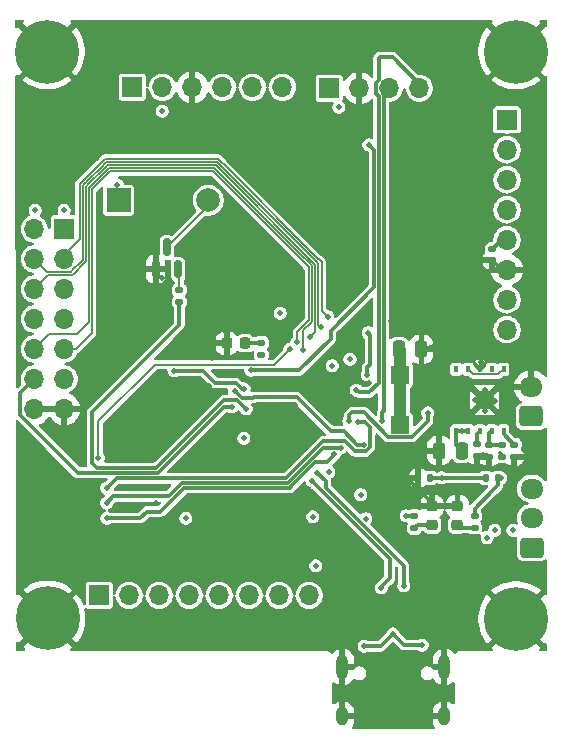
<source format=gbr>
%TF.GenerationSoftware,KiCad,Pcbnew,9.0.0-9.0.0-2~ubuntu22.04.1*%
%TF.CreationDate,2025-03-23T14:57:04+01:00*%
%TF.ProjectId,PCB_Module_Payement,5043425f-4d6f-4647-956c-655f50617965,rev?*%
%TF.SameCoordinates,Original*%
%TF.FileFunction,Copper,L4,Bot*%
%TF.FilePolarity,Positive*%
%FSLAX46Y46*%
G04 Gerber Fmt 4.6, Leading zero omitted, Abs format (unit mm)*
G04 Created by KiCad (PCBNEW 9.0.0-9.0.0-2~ubuntu22.04.1) date 2025-03-23 14:57:04*
%MOMM*%
%LPD*%
G01*
G04 APERTURE LIST*
G04 Aperture macros list*
%AMRoundRect*
0 Rectangle with rounded corners*
0 $1 Rounding radius*
0 $2 $3 $4 $5 $6 $7 $8 $9 X,Y pos of 4 corners*
0 Add a 4 corners polygon primitive as box body*
4,1,4,$2,$3,$4,$5,$6,$7,$8,$9,$2,$3,0*
0 Add four circle primitives for the rounded corners*
1,1,$1+$1,$2,$3*
1,1,$1+$1,$4,$5*
1,1,$1+$1,$6,$7*
1,1,$1+$1,$8,$9*
0 Add four rect primitives between the rounded corners*
20,1,$1+$1,$2,$3,$4,$5,0*
20,1,$1+$1,$4,$5,$6,$7,0*
20,1,$1+$1,$6,$7,$8,$9,0*
20,1,$1+$1,$8,$9,$2,$3,0*%
G04 Aperture macros list end*
%TA.AperFunction,HeatsinkPad*%
%ADD10O,1.000000X2.100000*%
%TD*%
%TA.AperFunction,HeatsinkPad*%
%ADD11O,1.000000X1.600000*%
%TD*%
%TA.AperFunction,ComponentPad*%
%ADD12RoundRect,0.250000X0.725000X-0.600000X0.725000X0.600000X-0.725000X0.600000X-0.725000X-0.600000X0*%
%TD*%
%TA.AperFunction,ComponentPad*%
%ADD13O,1.950000X1.700000*%
%TD*%
%TA.AperFunction,ComponentPad*%
%ADD14R,1.700000X1.700000*%
%TD*%
%TA.AperFunction,ComponentPad*%
%ADD15O,1.700000X1.700000*%
%TD*%
%TA.AperFunction,ComponentPad*%
%ADD16R,2.000000X2.000000*%
%TD*%
%TA.AperFunction,ComponentPad*%
%ADD17C,2.000000*%
%TD*%
%TA.AperFunction,ComponentPad*%
%ADD18C,5.400000*%
%TD*%
%TA.AperFunction,SMDPad,CuDef*%
%ADD19RoundRect,0.135000X-0.185000X0.135000X-0.185000X-0.135000X0.185000X-0.135000X0.185000X0.135000X0*%
%TD*%
%TA.AperFunction,SMDPad,CuDef*%
%ADD20RoundRect,0.140000X-0.170000X0.140000X-0.170000X-0.140000X0.170000X-0.140000X0.170000X0.140000X0*%
%TD*%
%TA.AperFunction,SMDPad,CuDef*%
%ADD21RoundRect,0.135000X0.185000X-0.135000X0.185000X0.135000X-0.185000X0.135000X-0.185000X-0.135000X0*%
%TD*%
%TA.AperFunction,SMDPad,CuDef*%
%ADD22R,0.400000X0.500000*%
%TD*%
%TA.AperFunction,SMDPad,CuDef*%
%ADD23R,1.500000X1.500000*%
%TD*%
%TA.AperFunction,SMDPad,CuDef*%
%ADD24RoundRect,0.218750X-0.256250X0.218750X-0.256250X-0.218750X0.256250X-0.218750X0.256250X0.218750X0*%
%TD*%
%TA.AperFunction,SMDPad,CuDef*%
%ADD25RoundRect,0.250000X-0.250000X-0.475000X0.250000X-0.475000X0.250000X0.475000X-0.250000X0.475000X0*%
%TD*%
%TA.AperFunction,SMDPad,CuDef*%
%ADD26RoundRect,0.150000X0.150000X-0.587500X0.150000X0.587500X-0.150000X0.587500X-0.150000X-0.587500X0*%
%TD*%
%TA.AperFunction,SMDPad,CuDef*%
%ADD27RoundRect,0.135000X0.135000X0.185000X-0.135000X0.185000X-0.135000X-0.185000X0.135000X-0.185000X0*%
%TD*%
%TA.AperFunction,SMDPad,CuDef*%
%ADD28RoundRect,0.218750X-0.218750X-0.256250X0.218750X-0.256250X0.218750X0.256250X-0.218750X0.256250X0*%
%TD*%
%TA.AperFunction,SMDPad,CuDef*%
%ADD29RoundRect,0.250000X0.250000X0.475000X-0.250000X0.475000X-0.250000X-0.475000X0.250000X-0.475000X0*%
%TD*%
%TA.AperFunction,ViaPad*%
%ADD30C,0.500000*%
%TD*%
%TA.AperFunction,Conductor*%
%ADD31C,0.300000*%
%TD*%
%TA.AperFunction,Conductor*%
%ADD32C,0.160000*%
%TD*%
%TA.AperFunction,Conductor*%
%ADD33C,1.000000*%
%TD*%
G04 APERTURE END LIST*
D10*
%TO.P,J8,S1,SHIELD*%
%TO.N,GND*%
X164000000Y-126265000D03*
D11*
X164000000Y-130445000D03*
D10*
X172640000Y-126265000D03*
D11*
X172640000Y-130445000D03*
%TD*%
D12*
%TO.P,J7,1,Pin_1*%
%TO.N,VCC*%
X180000000Y-105050000D03*
D13*
%TO.P,J7,2,Pin_2*%
%TO.N,GND*%
X180000000Y-102550000D03*
%TD*%
D14*
%TO.P,J3,1,Pin_1*%
%TO.N,/Modules/SPI1_SCK*%
X177945000Y-79925000D03*
D15*
%TO.P,J3,2,Pin_2*%
%TO.N,/Modules/RSTO*%
X177945000Y-82465000D03*
%TO.P,J3,3,Pin_3*%
%TO.N,/Modules/SS*%
X177945000Y-85005000D03*
%TO.P,J3,4,Pin_4*%
%TO.N,/Modules/SPI1_Mosi*%
X177945000Y-87545000D03*
%TO.P,J3,5,Pin_5*%
%TO.N,+5V*%
X177945000Y-90085000D03*
%TO.P,J3,6,Pin_6*%
%TO.N,GND*%
X177945000Y-92625000D03*
%TO.P,J3,7,Pin_7*%
%TO.N,/Modules/SPI1_Miso*%
X177945000Y-95165000D03*
%TO.P,J3,8,Pin_8*%
%TO.N,/Modules/IRQ*%
X177945000Y-97705000D03*
%TD*%
D16*
%TO.P,BZ1,1,+*%
%TO.N,+5V*%
X145050000Y-86750000D03*
D17*
%TO.P,BZ1,2,-*%
%TO.N,Net-(BZ1--)*%
X152650000Y-86750000D03*
%TD*%
D14*
%TO.P,J6,1,Pin_1*%
%TO.N,+5V*%
X162890000Y-77250000D03*
D15*
%TO.P,J6,2,Pin_2*%
%TO.N,GND*%
X165430000Y-77250000D03*
%TO.P,J6,3,Pin_3*%
%TO.N,/Modules/I2C1_SDA*%
X167970000Y-77250000D03*
%TO.P,J6,4,Pin_4*%
%TO.N,/Modules/I2C1_SCL*%
X170510000Y-77250000D03*
%TD*%
D18*
%TO.P,H3,1,1*%
%TO.N,GND*%
X178700000Y-122200000D03*
%TD*%
%TO.P,H4,1,1*%
%TO.N,GND*%
X139050000Y-122150000D03*
%TD*%
%TO.P,H2,1,1*%
%TO.N,GND*%
X178700000Y-74150000D03*
%TD*%
%TO.P,H1,1,1*%
%TO.N,GND*%
X139000000Y-74150000D03*
%TD*%
D12*
%TO.P,J_Switch1,1,Pin_1*%
%TO.N,Net-(J_Switch1-Pin_1)*%
X180050000Y-116150000D03*
D13*
%TO.P,J_Switch1,2,Pin_2*%
%TO.N,+5V*%
X180050000Y-113650000D03*
%TO.P,J_Switch1,3,Pin_3*%
%TO.N,Net-(J_Switch1-Pin_3)*%
X180050000Y-111150000D03*
%TD*%
D14*
%TO.P,J4,1,Pin_1*%
%TO.N,/Modules/STATE*%
X146230000Y-77175000D03*
D15*
%TO.P,J4,2,Pin_2*%
%TO.N,+5V*%
X148770000Y-77175000D03*
%TO.P,J4,3,Pin_3*%
%TO.N,GND*%
X151310000Y-77175000D03*
%TO.P,J4,4,Pin_4*%
%TO.N,/Modules/Bt_TXD*%
X153850000Y-77175000D03*
%TO.P,J4,5,Pin_5*%
%TO.N,/Modules/Bt_RXD*%
X156390000Y-77175000D03*
%TO.P,J4,6,Pin_6*%
%TO.N,/Modules/KEY*%
X158930000Y-77175000D03*
%TD*%
D19*
%TO.P,R15,1*%
%TO.N,+5V*%
X170100000Y-113490000D03*
%TO.P,R15,2*%
%TO.N,Net-(D3-A)*%
X170100000Y-114510000D03*
%TD*%
D20*
%TO.P,C19,1*%
%TO.N,+5V*%
X176700000Y-90870000D03*
%TO.P,C19,2*%
%TO.N,GND*%
X176700000Y-91830000D03*
%TD*%
D21*
%TO.P,R4,1*%
%TO.N,5V_BUCK*%
X177500000Y-108460000D03*
%TO.P,R4,2*%
%TO.N,Net-(U3-FB)*%
X177500000Y-107440000D03*
%TD*%
%TO.P,R13,1*%
%TO.N,/STM32/BL_LED*%
X157150000Y-99820000D03*
%TO.P,R13,2*%
%TO.N,Net-(D1-A)*%
X157150000Y-98800000D03*
%TD*%
D22*
%TO.P,U3,1,FSW_1*%
%TO.N,Net-(U3-FSW_1)*%
X177650000Y-106250000D03*
%TO.P,U3,2,FB*%
%TO.N,Net-(U3-FB)*%
X176650000Y-106250000D03*
%TO.P,U3,3,Vcc*%
%TO.N,Net-(U3-Vcc)*%
X175650000Y-106250000D03*
%TO.P,U3,4,Vin*%
%TO.N,VCC*%
X174650000Y-106250000D03*
%TO.P,U3,5,Vin*%
X173650000Y-106250000D03*
D23*
%TO.P,U3,6,Vout*%
%TO.N,5V_BUCK*%
X168900000Y-105750000D03*
%TO.P,U3,7,Vout*%
X168900000Y-101550000D03*
D22*
%TO.P,U3,8,DNC*%
%TO.N,unconnected-(U3-DNC-Pad8)*%
X173650000Y-101050000D03*
%TO.P,U3,9,VIN*%
%TO.N,Net-(U3-EN)*%
X174650000Y-101050000D03*
%TO.P,U3,10,AGND*%
%TO.N,GND*%
X175650000Y-101050000D03*
%TO.P,U3,11,PG*%
%TO.N,unconnected-(U3-PG-Pad11)*%
X176650000Y-101050000D03*
%TO.P,U3,12,EN*%
%TO.N,Net-(U3-EN)*%
X177650000Y-101050000D03*
D23*
%TO.P,U3,13,PGND*%
%TO.N,GND*%
X176050000Y-103650000D03*
%TD*%
D24*
%TO.P,D3,1,K*%
%TO.N,GND*%
X171600000Y-112662500D03*
%TO.P,D3,2,A*%
%TO.N,Net-(D3-A)*%
X171600000Y-114237500D03*
%TD*%
D21*
%TO.P,R8,1*%
%TO.N,/STM32/BUZZER*%
X150200000Y-95360000D03*
%TO.P,R8,2*%
%TO.N,Net-(Q2-B)*%
X150200000Y-94340000D03*
%TD*%
D19*
%TO.P,R5,1*%
%TO.N,Net-(U3-FB)*%
X176450000Y-107440000D03*
%TO.P,R5,2*%
%TO.N,GND*%
X176450000Y-108460000D03*
%TD*%
D25*
%TO.P,C3,1*%
%TO.N,5V_BUCK*%
X168800000Y-99350000D03*
%TO.P,C3,2*%
%TO.N,GND*%
X170700000Y-99350000D03*
%TD*%
D26*
%TO.P,Q2,1,B*%
%TO.N,Net-(Q2-B)*%
X150100000Y-92600000D03*
%TO.P,Q2,2,E*%
%TO.N,GND*%
X148200000Y-92600000D03*
%TO.P,Q2,3,C*%
%TO.N,Net-(BZ1--)*%
X149150000Y-90725000D03*
%TD*%
D27*
%TO.P,R10,1*%
%TO.N,/Alim/Charge_Batterie*%
X171460000Y-110250000D03*
%TO.P,R10,2*%
%TO.N,GND*%
X170440000Y-110250000D03*
%TD*%
D14*
%TO.P,J1,1,Pin_1*%
%TO.N,+5V*%
X140450000Y-89175000D03*
D15*
%TO.P,J1,2,Pin_2*%
X137910000Y-89175000D03*
%TO.P,J1,3,Pin_3*%
%TO.N,/STM32/PC13*%
X140450000Y-91715000D03*
%TO.P,J1,4,Pin_4*%
%TO.N,/STM32/PC14*%
X137910000Y-91715000D03*
%TO.P,J1,5,Pin_5*%
%TO.N,/STM32/PC4*%
X140450000Y-94255000D03*
%TO.P,J1,6,Pin_6*%
%TO.N,/STM32/PC15*%
X137910000Y-94255000D03*
%TO.P,J1,7,Pin_7*%
%TO.N,+3.3V*%
X140450000Y-96795000D03*
%TO.P,J1,8,Pin_8*%
X137910000Y-96795000D03*
%TO.P,J1,9,Pin_9*%
%TO.N,/STM32/PF1*%
X140450000Y-99335000D03*
%TO.P,J1,10,Pin_10*%
%TO.N,/STM32/PF0*%
X137910000Y-99335000D03*
%TO.P,J1,11,Pin_11*%
%TO.N,/STM32/PA7*%
X140450000Y-101875000D03*
%TO.P,J1,12,Pin_12*%
%TO.N,/STM32/Pb1*%
X137910000Y-101875000D03*
%TO.P,J1,13,Pin_13*%
%TO.N,GND*%
X140450000Y-104415000D03*
%TO.P,J1,14,Pin_14*%
X137910000Y-104415000D03*
%TD*%
D14*
%TO.P,J5,1,Pin_1*%
%TO.N,/Modules/R0W1*%
X143410000Y-120195000D03*
D15*
%TO.P,J5,2,Pin_2*%
%TO.N,/Modules/ROW2*%
X145950000Y-120195000D03*
%TO.P,J5,3,Pin_3*%
%TO.N,/Modules/ROW3*%
X148490000Y-120195000D03*
%TO.P,J5,4,Pin_4*%
%TO.N,/Modules/ROW4*%
X151030000Y-120195000D03*
%TO.P,J5,5,Pin_5*%
%TO.N,/Modules/Culomn1*%
X153570000Y-120195000D03*
%TO.P,J5,6,Pin_6*%
%TO.N,/Modules/Culomn2*%
X156110000Y-120195000D03*
%TO.P,J5,7,Pin_7*%
%TO.N,/Modules/Culomn3*%
X158650000Y-120195000D03*
%TO.P,J5,8,Pin_8*%
%TO.N,/Modules/Culomn4*%
X161190000Y-120195000D03*
%TD*%
D28*
%TO.P,D1,1,K*%
%TO.N,GND*%
X154212500Y-98850000D03*
%TO.P,D1,2,A*%
%TO.N,Net-(D1-A)*%
X155787500Y-98850000D03*
%TD*%
D19*
%TO.P,R3,1*%
%TO.N,Net-(U3-FSW_1)*%
X178550000Y-107440000D03*
%TO.P,R3,2*%
%TO.N,GND*%
X178550000Y-108460000D03*
%TD*%
D27*
%TO.P,R2,1*%
%TO.N,VCC*%
X177160000Y-110250000D03*
%TO.P,R2,2*%
%TO.N,/Alim/Charge_Batterie*%
X176140000Y-110250000D03*
%TD*%
D29*
%TO.P,C1,1*%
%TO.N,VCC*%
X174100000Y-107950000D03*
%TO.P,C1,2*%
%TO.N,GND*%
X172200000Y-107950000D03*
%TD*%
D19*
%TO.P,R21,1*%
%TO.N,VCC*%
X175200000Y-113440000D03*
%TO.P,R21,2*%
%TO.N,Net-(D4-A)*%
X175200000Y-114460000D03*
%TD*%
D24*
%TO.P,D4,1,K*%
%TO.N,GND*%
X173750000Y-112662500D03*
%TO.P,D4,2,A*%
%TO.N,Net-(D4-A)*%
X173750000Y-114237500D03*
%TD*%
D20*
%TO.P,C2,1*%
%TO.N,Net-(U3-Vcc)*%
X175400000Y-107420000D03*
%TO.P,C2,2*%
%TO.N,GND*%
X175400000Y-108380000D03*
%TD*%
D30*
%TO.N,+5V*%
X176900000Y-114700000D03*
X165550000Y-111670000D03*
X166000000Y-113700000D03*
X169400000Y-113450000D03*
X176250000Y-115300000D03*
X178450000Y-114700000D03*
X138000000Y-87600000D03*
X140450000Y-87600000D03*
X163710000Y-78870000D03*
X144950000Y-85450000D03*
X148770000Y-79195000D03*
%TO.N,GND*%
X153230000Y-117720000D03*
X151300000Y-78800000D03*
X149500000Y-96700000D03*
X151800000Y-104950000D03*
X155150000Y-108700000D03*
X163700000Y-97950000D03*
X176050000Y-103650000D03*
X144550000Y-99600000D03*
X164600000Y-98100000D03*
X148200000Y-82600000D03*
X176600000Y-81500000D03*
X139220000Y-104400000D03*
X163600000Y-88200000D03*
X160000000Y-104100000D03*
X156800000Y-85600000D03*
X158850000Y-87750000D03*
X168300000Y-119650000D03*
X138800000Y-108650000D03*
X155020000Y-117700000D03*
X164500000Y-123100000D03*
X160450000Y-87150000D03*
X179350000Y-108460000D03*
X143700000Y-116700000D03*
X168100000Y-97000000D03*
X175200000Y-103650000D03*
X168200000Y-81700000D03*
X153760000Y-97560000D03*
X169500000Y-96100000D03*
X163200000Y-115500000D03*
X147400000Y-98900000D03*
X165500000Y-112600000D03*
X176900000Y-103700000D03*
X166250000Y-102220000D03*
X148100000Y-85000000D03*
X174800000Y-98900000D03*
X171300000Y-94200000D03*
X156500000Y-89000000D03*
X169550000Y-109200000D03*
X171650000Y-107950000D03*
X138750000Y-114400000D03*
X173800000Y-91800000D03*
X166700000Y-112650000D03*
X147800000Y-78400000D03*
X136600000Y-87800000D03*
X176100000Y-94300000D03*
X176050000Y-102800000D03*
X163600000Y-89350000D03*
X143500000Y-88400000D03*
X148100000Y-89400000D03*
X167000000Y-107000000D03*
X168200000Y-79800000D03*
X150700000Y-105540000D03*
X175700000Y-100400000D03*
X175880000Y-108330000D03*
X141770000Y-104450000D03*
X171950000Y-124600000D03*
X176050000Y-104550000D03*
X143600000Y-94700000D03*
X159270000Y-117710000D03*
X165400000Y-75500000D03*
X146200000Y-88400000D03*
X154200000Y-78900000D03*
X156700000Y-97900000D03*
X157000000Y-117660000D03*
X161490000Y-112590000D03*
X165450000Y-79860000D03*
X147460000Y-108450000D03*
X165180000Y-98600000D03*
X148710000Y-93320000D03*
X148250000Y-112400000D03*
X146200000Y-82500000D03*
X152710000Y-102460000D03*
X171700000Y-99200000D03*
X148200000Y-111100000D03*
X153000000Y-100100000D03*
X164650000Y-124550000D03*
X152800000Y-85000000D03*
X160550000Y-93500000D03*
X163600000Y-87350000D03*
%TO.N,VCC*%
X177400000Y-110250000D03*
X174150000Y-106250000D03*
%TO.N,5V_BUCK*%
X168900000Y-105750000D03*
X177500000Y-108460000D03*
%TO.N,+3.3V*%
X163150000Y-100750000D03*
X164650000Y-100200000D03*
X161500000Y-113552500D03*
X155675000Y-106875000D03*
X150750000Y-113650000D03*
X161760000Y-117710000D03*
X162860000Y-109730000D03*
X158750000Y-96300000D03*
%TO.N,/Alim/Charge_Batterie*%
X165800000Y-107425000D03*
X172412500Y-110250000D03*
X154880000Y-102910000D03*
%TO.N,/STM32/NRST*%
X143350000Y-108560000D03*
X159550000Y-99350000D03*
%TO.N,/Modules/SPI1_SCK*%
X156250000Y-101150000D03*
X166250000Y-82050000D03*
%TO.N,/Modules/I2C1_SCL*%
X165200000Y-102830000D03*
%TO.N,/Modules/I2C1_SDA*%
X167400000Y-105400000D03*
%TO.N,5V_USB*%
X165850000Y-124500000D03*
X168300000Y-123450000D03*
X170750000Y-124400000D03*
%TO.N,/STM32/SWO*%
X165300000Y-105500000D03*
X144050000Y-111100000D03*
%TO.N,/STM32/SWCLK*%
X163850000Y-107699000D03*
X144040000Y-112360000D03*
%TO.N,/STM32/SWDIO*%
X144060000Y-113650000D03*
X163300000Y-108250000D03*
%TO.N,/STM32/BOOT0*%
X166200000Y-97950000D03*
X166100000Y-101500000D03*
%TO.N,/STM32/BUZZER*%
X155850000Y-104400000D03*
%TO.N,/STM32/BL_LED*%
X157150000Y-99820000D03*
%TO.N,/STM32/RFID_LED*%
X171250000Y-104750000D03*
X164560000Y-105400000D03*
%TO.N,/STM32/Pb1*%
X154650000Y-104230000D03*
%TO.N,/STM32/PC13*%
X162750000Y-96600000D03*
%TO.N,/STM32/PC4*%
X155680000Y-102720000D03*
X149750000Y-101200000D03*
%TO.N,/STM32/PC14*%
X162200000Y-97500000D03*
%TO.N,/STM32/PF1*%
X160150000Y-98750000D03*
%TO.N,/STM32/PC15*%
X161250000Y-98350000D03*
%TO.N,/STM32/PF0*%
X160700000Y-99450000D03*
%TO.N,/STM32/USB_D-*%
X167300000Y-119550000D03*
X161458019Y-110525119D03*
%TO.N,/STM32/USB_D+*%
X169200000Y-119400000D03*
X161850000Y-109800000D03*
%TD*%
D31*
%TO.N,+5V*%
X169440000Y-113490000D02*
X169400000Y-113450000D01*
X177485000Y-90085000D02*
X176700000Y-90870000D01*
X177945000Y-90085000D02*
X177485000Y-90085000D01*
X170100000Y-113490000D02*
X169440000Y-113490000D01*
D32*
%TO.N,Net-(BZ1--)*%
X149150000Y-90725000D02*
X152650000Y-87225000D01*
X152650000Y-87225000D02*
X152650000Y-86750000D01*
D31*
%TO.N,GND*%
X172200000Y-107950000D02*
X171650000Y-107950000D01*
X175480000Y-108460000D02*
X175400000Y-108380000D01*
X177945000Y-92625000D02*
X177495000Y-92625000D01*
X175750000Y-108460000D02*
X175480000Y-108460000D01*
X178550000Y-108460000D02*
X179350000Y-108460000D01*
X171600000Y-112662500D02*
X171600000Y-112362500D01*
X171600000Y-112362500D02*
X169487500Y-110250000D01*
D32*
X176050000Y-103650000D02*
X176850000Y-103650000D01*
D31*
X154212500Y-98850000D02*
X154212500Y-98012500D01*
X175880000Y-108330000D02*
X175750000Y-108460000D01*
D32*
X148710000Y-93320000D02*
X148200000Y-92810000D01*
X175650000Y-101050000D02*
X175650000Y-100450000D01*
D31*
X177495000Y-92625000D02*
X176700000Y-91830000D01*
X169487500Y-109262500D02*
X169550000Y-109200000D01*
X171400000Y-99200000D02*
X171250000Y-99350000D01*
X171700000Y-99200000D02*
X171400000Y-99200000D01*
X171250000Y-99350000D02*
X170700000Y-99350000D01*
D32*
X175650000Y-100450000D02*
X175700000Y-100400000D01*
D31*
X173750000Y-112662500D02*
X171600000Y-112662500D01*
X176010000Y-108460000D02*
X175880000Y-108330000D01*
X176450000Y-108460000D02*
X176010000Y-108460000D01*
X154212500Y-98012500D02*
X153760000Y-97560000D01*
X169487500Y-110250000D02*
X169487500Y-109262500D01*
D32*
X176050000Y-103650000D02*
X176050000Y-104550000D01*
X176050000Y-103650000D02*
X176050000Y-102800000D01*
X148200000Y-92810000D02*
X148200000Y-92600000D01*
X176050000Y-103650000D02*
X175200000Y-103650000D01*
X176850000Y-103650000D02*
X176900000Y-103700000D01*
D31*
%TO.N,VCC*%
X176710000Y-111340000D02*
X176870000Y-111180000D01*
X175200000Y-113440000D02*
X175200000Y-112850000D01*
X176710000Y-111340000D02*
X177160000Y-110890000D01*
X173600000Y-107450000D02*
X173600000Y-106300000D01*
X175200000Y-112850000D02*
X176710000Y-111340000D01*
X174100000Y-107950000D02*
X173600000Y-107450000D01*
X174650000Y-106250000D02*
X173650000Y-106250000D01*
X173600000Y-106300000D02*
X173650000Y-106250000D01*
X177160000Y-110890000D02*
X177160000Y-110250000D01*
%TO.N,Net-(U3-Vcc)*%
X175400000Y-106500000D02*
X175650000Y-106250000D01*
X175400000Y-107420000D02*
X175400000Y-106500000D01*
D33*
%TO.N,5V_BUCK*%
X168900000Y-105750000D02*
X168900000Y-104250000D01*
X168900000Y-100400000D02*
X168900000Y-99450000D01*
X168900000Y-99450000D02*
X168800000Y-99350000D01*
X168900000Y-101550000D02*
X168900000Y-100400000D01*
D31*
X177500000Y-108300000D02*
X177350000Y-108150000D01*
D33*
X168900000Y-104250000D02*
X168900000Y-101550000D01*
D31*
X177500000Y-108460000D02*
X177500000Y-108300000D01*
%TO.N,/Alim/Charge_Batterie*%
X155491266Y-103451000D02*
X154950266Y-102910000D01*
X154950266Y-102910000D02*
X154880000Y-102910000D01*
X156478232Y-103451000D02*
X155491266Y-103451000D01*
X154880000Y-102910000D02*
X155145000Y-103175000D01*
X160125000Y-103400000D02*
X156529232Y-103400000D01*
X165800000Y-107425000D02*
X165275000Y-107425000D01*
X164127000Y-106277000D02*
X163002000Y-106277000D01*
X156529232Y-103400000D02*
X156478232Y-103451000D01*
X172412500Y-110250000D02*
X171460000Y-110250000D01*
X165275000Y-107425000D02*
X164127000Y-106277000D01*
X163002000Y-106277000D02*
X160125000Y-103400000D01*
X172412500Y-110250000D02*
X176140000Y-110250000D01*
D32*
%TO.N,/STM32/NRST*%
X158231000Y-100669000D02*
X148156829Y-100669000D01*
X143350000Y-105475829D02*
X143350000Y-108560000D01*
X148156829Y-100669000D02*
X143350000Y-105475829D01*
X159550000Y-99350000D02*
X158231000Y-100669000D01*
D31*
%TO.N,Net-(D1-A)*%
X157150000Y-98800000D02*
X155770000Y-98800000D01*
%TO.N,Net-(D3-A)*%
X171600000Y-114237500D02*
X170372500Y-114237500D01*
X170372500Y-114237500D02*
X170100000Y-114510000D01*
%TO.N,Net-(D4-A)*%
X175200000Y-114460000D02*
X173972500Y-114460000D01*
X173972500Y-114460000D02*
X173750000Y-114237500D01*
%TO.N,/Modules/SPI1_SCK*%
X163000000Y-97800000D02*
X166679000Y-94121000D01*
X166679000Y-82479000D02*
X166250000Y-82050000D01*
X163000000Y-98500000D02*
X163000000Y-97800000D01*
X166679000Y-94121000D02*
X166679000Y-82479000D01*
X160350000Y-101150000D02*
X163000000Y-98500000D01*
X156250000Y-101150000D02*
X160350000Y-101150000D01*
%TO.N,/Modules/I2C1_SCL*%
X166869000Y-76793950D02*
X167080000Y-76582950D01*
X167080000Y-102220000D02*
X167080000Y-77917050D01*
X167080000Y-77917050D02*
X166869000Y-77706050D01*
X167080000Y-76582950D02*
X167080000Y-74720000D01*
X170510000Y-76910000D02*
X170510000Y-77250000D01*
X165380000Y-103010000D02*
X166290000Y-103010000D01*
X167150000Y-74650000D02*
X168250000Y-74650000D01*
X167080000Y-74720000D02*
X167150000Y-74650000D01*
X166290000Y-103010000D02*
X167080000Y-102220000D01*
X168250000Y-74650000D02*
X170510000Y-76910000D01*
X165200000Y-102830000D02*
X165380000Y-103010000D01*
X166869000Y-77706050D02*
X166869000Y-76793950D01*
%TO.N,/Modules/I2C1_SDA*%
X167500000Y-104600000D02*
X167500000Y-77720000D01*
X167400000Y-105400000D02*
X167400000Y-104700000D01*
X167400000Y-104700000D02*
X167500000Y-104600000D01*
X167500000Y-77720000D02*
X167970000Y-77250000D01*
%TO.N,5V_USB*%
X167250000Y-124500000D02*
X168300000Y-123450000D01*
X169250000Y-124400000D02*
X168300000Y-123450000D01*
X165850000Y-124500000D02*
X167250000Y-124500000D01*
X170750000Y-124400000D02*
X169250000Y-124400000D01*
%TO.N,/STM32/SWO*%
X144100000Y-111100000D02*
X144050000Y-111100000D01*
X166000000Y-108000000D02*
X165100000Y-108000000D01*
X144900000Y-110300000D02*
X144100000Y-111100000D01*
X166028232Y-107976000D02*
X166024000Y-107976000D01*
X162366428Y-107148000D02*
X159214428Y-110300000D01*
X166351000Y-107653232D02*
X166028232Y-107976000D01*
X159214428Y-110300000D02*
X144900000Y-110300000D01*
X166351000Y-105901000D02*
X166351000Y-107653232D01*
X165950000Y-105500000D02*
X166351000Y-105901000D01*
X165300000Y-105500000D02*
X165950000Y-105500000D01*
X166024000Y-107976000D02*
X166000000Y-108000000D01*
X165100000Y-108000000D02*
X164248000Y-107148000D01*
X164248000Y-107148000D02*
X162366428Y-107148000D01*
%TO.N,/STM32/SWCLK*%
X159380528Y-110701000D02*
X159615428Y-110466100D01*
X150399000Y-110701000D02*
X159048328Y-110701000D01*
X149300000Y-111800000D02*
X150399000Y-110701000D01*
X159048328Y-110701000D02*
X159380528Y-110701000D01*
X144600000Y-111800000D02*
X149300000Y-111800000D01*
X162382528Y-107699000D02*
X163850000Y-107699000D01*
X144040000Y-112360000D02*
X144600000Y-111800000D01*
X159615428Y-110466100D02*
X162382528Y-107699000D01*
%TO.N,/STM32/SWDIO*%
X158882228Y-111102000D02*
X159214428Y-111102000D01*
X159546628Y-111102000D02*
X159781528Y-110867100D01*
X148601000Y-113099000D02*
X150598000Y-111102000D01*
X150598000Y-111102000D02*
X158882228Y-111102000D01*
X147451000Y-113099000D02*
X148601000Y-113099000D01*
X162714931Y-108935069D02*
X163300000Y-108350000D01*
X159214428Y-111102000D02*
X159546628Y-111102000D01*
X160016428Y-110632200D02*
X161713559Y-108935069D01*
X161713559Y-108935069D02*
X162714931Y-108935069D01*
X144060000Y-113650000D02*
X146900000Y-113650000D01*
X163300000Y-108350000D02*
X163300000Y-108250000D01*
X159781528Y-110867100D02*
X160016428Y-110632200D01*
X146900000Y-113650000D02*
X147451000Y-113099000D01*
D32*
%TO.N,Net-(Q2-B)*%
X150200000Y-94290000D02*
X150200000Y-92700000D01*
X150190000Y-94300000D02*
X150200000Y-94290000D01*
X150200000Y-92700000D02*
X150100000Y-92600000D01*
D31*
%TO.N,Net-(U3-FSW_1)*%
X177650000Y-106540000D02*
X178550000Y-107440000D01*
X177650000Y-106250000D02*
X177650000Y-106540000D01*
%TO.N,Net-(U3-FB)*%
X177500000Y-107440000D02*
X176450000Y-107440000D01*
X176450000Y-106450000D02*
X176650000Y-106250000D01*
X176450000Y-107440000D02*
X176450000Y-106450000D01*
%TO.N,/STM32/BOOT0*%
X166100000Y-101500000D02*
X166100000Y-100900000D01*
X166349000Y-100651000D02*
X166349000Y-98149000D01*
X166100000Y-100900000D02*
X166349000Y-100651000D01*
X166349000Y-98149000D02*
X166200000Y-98000000D01*
X166200000Y-98000000D02*
X166200000Y-97950000D01*
%TO.N,/STM32/BUZZER*%
X148251000Y-109399000D02*
X143199000Y-109399000D01*
X155850000Y-104400000D02*
X155850000Y-104376834D01*
X142799000Y-104701000D02*
X150200000Y-97300000D01*
X143199000Y-109399000D02*
X142799000Y-108999000D01*
X154000000Y-103650000D02*
X148251000Y-109399000D01*
X142799000Y-108999000D02*
X142799000Y-104701000D01*
X155850000Y-104376834D02*
X155123166Y-103650000D01*
X150200000Y-97300000D02*
X150200000Y-95360000D01*
X155123166Y-103650000D02*
X154000000Y-103650000D01*
%TO.N,/STM32/RFID_LED*%
X165848000Y-104700000D02*
X167899000Y-106751000D01*
X171250000Y-105402000D02*
X171250000Y-104750000D01*
X164560000Y-105400000D02*
X164560000Y-104940000D01*
X164800000Y-104700000D02*
X165848000Y-104700000D01*
X164560000Y-104940000D02*
X164800000Y-104700000D01*
X167899000Y-106751000D02*
X169901000Y-106751000D01*
X169901000Y-106751000D02*
X171250000Y-105402000D01*
D32*
%TO.N,Net-(U3-EN)*%
X174650000Y-101050000D02*
X175081000Y-101481000D01*
X177219000Y-101481000D02*
X177650000Y-101050000D01*
X175081000Y-101481000D02*
X177219000Y-101481000D01*
D31*
%TO.N,/STM32/Pb1*%
X136700000Y-104900000D02*
X136700000Y-103085000D01*
X141600000Y-109800000D02*
X136700000Y-104900000D01*
X136700000Y-103085000D02*
X137910000Y-101875000D01*
X148417100Y-109800000D02*
X141600000Y-109800000D01*
X153987100Y-104230000D02*
X148417100Y-109800000D01*
X154650000Y-104230000D02*
X153987100Y-104230000D01*
D32*
%TO.N,/STM32/PC13*%
X153067560Y-83250000D02*
X153283780Y-83250000D01*
X143747110Y-83402890D02*
X143900000Y-83250000D01*
X162000000Y-91750000D02*
X162091110Y-91841110D01*
X161808110Y-91558110D02*
X161938220Y-91688220D01*
X141750000Y-85832440D02*
X141750000Y-85616220D01*
X153500000Y-83250000D02*
X153652890Y-83402890D01*
X140450000Y-91715000D02*
X140450000Y-91350000D01*
X142055780Y-85094220D02*
X142208670Y-84941330D01*
X162244000Y-92210220D02*
X162244000Y-92426440D01*
X162244000Y-91994000D02*
X162244000Y-92210220D01*
X161961000Y-91711000D02*
X162000000Y-91750000D01*
X141750000Y-85616220D02*
X141750000Y-85400000D01*
X162091110Y-91841110D02*
X162244000Y-91994000D01*
X140450000Y-91350000D02*
X141750000Y-90050000D01*
X144116220Y-83250000D02*
X144332440Y-83250000D01*
X162244000Y-94491890D02*
X162244000Y-94708110D01*
X141750000Y-86048660D02*
X141750000Y-85832440D01*
X143594220Y-83555780D02*
X143747110Y-83402890D01*
X153805780Y-83555780D02*
X153958670Y-83708670D01*
X152851340Y-83250000D02*
X153067560Y-83250000D01*
X162244000Y-96094000D02*
X162750000Y-96600000D01*
X143441330Y-83708670D02*
X143594220Y-83555780D01*
X141750000Y-85400000D02*
X141902890Y-85247110D01*
X162244000Y-94708110D02*
X162244000Y-96094000D01*
X144548660Y-83250000D02*
X152851340Y-83250000D01*
X143900000Y-83250000D02*
X144116220Y-83250000D01*
X142208670Y-84941330D02*
X143441330Y-83708670D01*
X153283780Y-83250000D02*
X153500000Y-83250000D01*
X162244000Y-92426440D02*
X162244000Y-94491890D01*
X141750000Y-90050000D02*
X141750000Y-86048660D01*
X144332440Y-83250000D02*
X144548660Y-83250000D01*
X153652890Y-83402890D02*
X153805780Y-83555780D01*
X141902890Y-85247110D02*
X142055780Y-85094220D01*
X161938220Y-91688220D02*
X161961000Y-91711000D01*
X153958670Y-83708670D02*
X161808110Y-91558110D01*
D31*
%TO.N,/STM32/PC4*%
X154990000Y-102220000D02*
X153251232Y-102220000D01*
X152231232Y-101200000D02*
X149750000Y-101200000D01*
X153251232Y-102220000D02*
X152231232Y-101200000D01*
X155680000Y-102720000D02*
X155490000Y-102720000D01*
X155490000Y-102720000D02*
X154990000Y-102220000D01*
D32*
%TO.N,/STM32/PC14*%
X140991890Y-92839000D02*
X140775670Y-92839000D01*
X162200000Y-97500000D02*
X161983000Y-97283000D01*
X143702330Y-83816780D02*
X142316780Y-85202330D01*
X144224330Y-83511000D02*
X144008110Y-83511000D01*
X142316780Y-85202330D02*
X142163890Y-85355220D01*
X153175670Y-83511000D02*
X152959450Y-83511000D01*
X161983000Y-97283000D02*
X161983000Y-97189653D01*
X161700000Y-91819110D02*
X153697670Y-83816780D01*
X142011000Y-91603670D02*
X142011000Y-91819890D01*
X153544780Y-83663890D02*
X153391890Y-83511000D01*
X153391890Y-83511000D02*
X153175670Y-83511000D01*
X139250220Y-92839000D02*
X139173110Y-92839000D01*
X139173110Y-92839000D02*
X139034000Y-92839000D01*
X139389330Y-92839000D02*
X139250220Y-92839000D01*
X161983000Y-94600000D02*
X161983000Y-92318330D01*
X142163890Y-85355220D02*
X142011000Y-85508110D01*
X153697670Y-83816780D02*
X153544780Y-83663890D01*
X161830110Y-91949220D02*
X161700000Y-91819110D01*
X141144780Y-92686110D02*
X140991890Y-92839000D01*
X142011000Y-85508110D02*
X142011000Y-85724330D01*
X152959450Y-83511000D02*
X144440550Y-83511000D01*
X143855220Y-83663890D02*
X143702330Y-83816780D01*
X144008110Y-83511000D02*
X143855220Y-83663890D01*
X142011000Y-91819890D02*
X141858110Y-91972780D01*
X161983000Y-92318330D02*
X161983000Y-92102110D01*
X141858110Y-91972780D02*
X141144780Y-92686110D01*
X142011000Y-85940550D02*
X142011000Y-91603670D01*
X144440550Y-83511000D02*
X144224330Y-83511000D01*
X139034000Y-92839000D02*
X137910000Y-91715000D01*
X161983000Y-97189653D02*
X161983000Y-94600000D01*
X140775670Y-92839000D02*
X139389330Y-92839000D01*
X142011000Y-85724330D02*
X142011000Y-85940550D01*
X161983000Y-92102110D02*
X161830110Y-91949220D01*
%TO.N,/STM32/PF1*%
X160150000Y-98750000D02*
X160200000Y-98700000D01*
X153067560Y-84294000D02*
X144332440Y-84294000D01*
X161200000Y-92426440D02*
X153067560Y-84294000D01*
X141465000Y-99335000D02*
X140450000Y-99335000D01*
X161200000Y-96900000D02*
X161200000Y-92426440D01*
X142794000Y-98006000D02*
X141465000Y-99335000D01*
X144332440Y-84294000D02*
X142794000Y-85832440D01*
X142794000Y-85832440D02*
X142794000Y-98006000D01*
X160200000Y-97900000D02*
X161200000Y-96900000D01*
X160200000Y-98700000D02*
X160200000Y-97900000D01*
%TO.N,/STM32/PC15*%
X161719000Y-97300763D02*
X161719000Y-97699237D01*
X161722000Y-92210220D02*
X161722000Y-97297763D01*
X142424890Y-85463330D02*
X143963330Y-83924890D01*
X137910000Y-94255000D02*
X139065000Y-93100000D01*
X141100000Y-93100000D02*
X141252890Y-92947110D01*
X153067560Y-83772000D02*
X153283780Y-83772000D01*
X142119110Y-92080890D02*
X142272000Y-91928000D01*
X139065000Y-93100000D02*
X139142110Y-93100000D01*
X161722000Y-97878000D02*
X161250000Y-98350000D01*
X153436670Y-83924890D02*
X161722000Y-92210220D01*
X161719000Y-97699237D02*
X161722000Y-97702237D01*
X161722000Y-97702237D02*
X161722000Y-97878000D01*
X144332440Y-83772000D02*
X153067560Y-83772000D01*
X142272000Y-91928000D02*
X142272000Y-91711780D01*
X142272000Y-85616220D02*
X142424890Y-85463330D01*
X140883780Y-93100000D02*
X141100000Y-93100000D01*
X153283780Y-83772000D02*
X153436670Y-83924890D01*
X139281220Y-93100000D02*
X140883780Y-93100000D01*
X141252890Y-92947110D02*
X142119110Y-92080890D01*
X144116220Y-83772000D02*
X144332440Y-83772000D01*
X161722000Y-97297763D02*
X161719000Y-97300763D01*
X142272000Y-85832440D02*
X142272000Y-85616220D01*
X143963330Y-83924890D02*
X144116220Y-83772000D01*
X139142110Y-93100000D02*
X139281220Y-93100000D01*
X142272000Y-91711780D02*
X142272000Y-85832440D01*
%TO.N,/STM32/PF0*%
X137910000Y-99335000D02*
X139145000Y-98100000D01*
X144071440Y-84185890D02*
X144224330Y-84033000D01*
X144224330Y-84033000D02*
X144440550Y-84033000D01*
X142533000Y-85724330D02*
X142685890Y-85571440D01*
X160400000Y-91257330D02*
X161308110Y-92165440D01*
X161461000Y-96470543D02*
X161461000Y-96791890D01*
X161461000Y-92534550D02*
X161461000Y-96470543D01*
X161308110Y-97161000D02*
X160700000Y-97769110D01*
X142533000Y-85940550D02*
X142533000Y-85724330D01*
X161461000Y-92318330D02*
X161461000Y-92534550D01*
X161308110Y-92165440D02*
X161461000Y-92318330D01*
X160700000Y-97769110D02*
X160700000Y-99450000D01*
X144440550Y-84033000D02*
X152959450Y-84033000D01*
X142533000Y-97067000D02*
X142533000Y-85940550D01*
X161461000Y-97008110D02*
X161308110Y-97161000D01*
X142685890Y-85571440D02*
X144071440Y-84185890D01*
X139145000Y-98100000D02*
X141500000Y-98100000D01*
X141500000Y-98100000D02*
X142533000Y-97067000D01*
X153175670Y-84033000D02*
X153328560Y-84185890D01*
X153328560Y-84185890D02*
X160400000Y-91257330D01*
X161461000Y-96791890D02*
X161461000Y-97008110D01*
X152959450Y-84033000D02*
X153175670Y-84033000D01*
D31*
%TO.N,/STM32/USB_D-*%
X167300000Y-119470000D02*
X167300000Y-119550000D01*
X161458019Y-110525119D02*
X168010000Y-117077100D01*
X168010000Y-117077100D02*
X168010000Y-118760000D01*
X168010000Y-118760000D02*
X167300000Y-119470000D01*
%TO.N,/STM32/USB_D+*%
X161850000Y-109800000D02*
X162600000Y-110550000D01*
X162600000Y-111100000D02*
X169200000Y-117700000D01*
X169200000Y-117700000D02*
X169200000Y-119400000D01*
X162600000Y-110550000D02*
X162600000Y-111100000D01*
%TD*%
%TA.AperFunction,Conductor*%
%TO.N,GND*%
G36*
X176665331Y-71470185D02*
G01*
X176711086Y-71522989D01*
X176721030Y-71592147D01*
X176692005Y-71655703D01*
X176675605Y-71671447D01*
X176619634Y-71716081D01*
X177938282Y-73034729D01*
X177820534Y-73120278D01*
X177670278Y-73270534D01*
X177584729Y-73388282D01*
X176266081Y-72069634D01*
X176086092Y-72295335D01*
X175894870Y-72599663D01*
X175738927Y-72923482D01*
X175620220Y-73262729D01*
X175620219Y-73262731D01*
X175540242Y-73613136D01*
X175540240Y-73613148D01*
X175500000Y-73970287D01*
X175500000Y-74329712D01*
X175540240Y-74686851D01*
X175540242Y-74686863D01*
X175620219Y-75037268D01*
X175620220Y-75037270D01*
X175738927Y-75376517D01*
X175894870Y-75700336D01*
X176086092Y-76004664D01*
X176266081Y-76230364D01*
X177584728Y-74911717D01*
X177670278Y-75029466D01*
X177820534Y-75179722D01*
X177938281Y-75265270D01*
X176619634Y-76583916D01*
X176619634Y-76583917D01*
X176845335Y-76763907D01*
X177149663Y-76955129D01*
X177473482Y-77111072D01*
X177812729Y-77229779D01*
X177812731Y-77229780D01*
X178163136Y-77309757D01*
X178163148Y-77309759D01*
X178520287Y-77349999D01*
X178520289Y-77350000D01*
X178879711Y-77350000D01*
X178879712Y-77349999D01*
X179236851Y-77309759D01*
X179236863Y-77309757D01*
X179587268Y-77229780D01*
X179587270Y-77229779D01*
X179926517Y-77111072D01*
X180250336Y-76955129D01*
X180554664Y-76763907D01*
X180780364Y-76583916D01*
X179461718Y-75265270D01*
X179579466Y-75179722D01*
X179729722Y-75029466D01*
X179815270Y-74911718D01*
X181133916Y-76230364D01*
X181138074Y-76230130D01*
X181186241Y-76196322D01*
X181256052Y-76193472D01*
X181316323Y-76228817D01*
X181347916Y-76291136D01*
X181350000Y-76313775D01*
X181350000Y-101566450D01*
X181330315Y-101633489D01*
X181277511Y-101679244D01*
X181208353Y-101689188D01*
X181144797Y-101660163D01*
X181138319Y-101654131D01*
X181004464Y-101520276D01*
X181004459Y-101520272D01*
X180832557Y-101395379D01*
X180643217Y-101298904D01*
X180441128Y-101233242D01*
X180250000Y-101202969D01*
X180250000Y-102145854D01*
X180183343Y-102107370D01*
X180062535Y-102075000D01*
X179937465Y-102075000D01*
X179816657Y-102107370D01*
X179750000Y-102145854D01*
X179750000Y-101202969D01*
X179558872Y-101233242D01*
X179558869Y-101233242D01*
X179356782Y-101298904D01*
X179167442Y-101395379D01*
X178995540Y-101520272D01*
X178995535Y-101520276D01*
X178845276Y-101670535D01*
X178845272Y-101670540D01*
X178720379Y-101842442D01*
X178623904Y-102031782D01*
X178558242Y-102233870D01*
X178558242Y-102233873D01*
X178547769Y-102300000D01*
X179595854Y-102300000D01*
X179557370Y-102366657D01*
X179525000Y-102487465D01*
X179525000Y-102612535D01*
X179557370Y-102733343D01*
X179595854Y-102800000D01*
X178547769Y-102800000D01*
X178558242Y-102866126D01*
X178558242Y-102866129D01*
X178623904Y-103068217D01*
X178720379Y-103257557D01*
X178845272Y-103429459D01*
X178845276Y-103429464D01*
X178995535Y-103579723D01*
X178995540Y-103579727D01*
X179159560Y-103698894D01*
X179202226Y-103754223D01*
X179208205Y-103823837D01*
X179175600Y-103885632D01*
X179132166Y-103914566D01*
X179002658Y-103965638D01*
X178882077Y-104057077D01*
X178790639Y-104177656D01*
X178735122Y-104318438D01*
X178734031Y-104327527D01*
X178724500Y-104406898D01*
X178724500Y-105693102D01*
X178726436Y-105709221D01*
X178735122Y-105781561D01*
X178790639Y-105922343D01*
X178882077Y-106042922D01*
X179002656Y-106134360D01*
X179002657Y-106134360D01*
X179002658Y-106134361D01*
X179143436Y-106189877D01*
X179231898Y-106200500D01*
X179231903Y-106200500D01*
X180768097Y-106200500D01*
X180768102Y-106200500D01*
X180856564Y-106189877D01*
X180997342Y-106134361D01*
X181117922Y-106042922D01*
X181127196Y-106030693D01*
X181183388Y-105989170D01*
X181253110Y-105984618D01*
X181314224Y-106018483D01*
X181347327Y-106080012D01*
X181350000Y-106105618D01*
X181350000Y-110428266D01*
X181330315Y-110495305D01*
X181277511Y-110541060D01*
X181208353Y-110551004D01*
X181144797Y-110521979D01*
X181125682Y-110501151D01*
X181052558Y-110400505D01*
X181052554Y-110400500D01*
X180924499Y-110272445D01*
X180924494Y-110272441D01*
X180777997Y-110166006D01*
X180777996Y-110166005D01*
X180777994Y-110166004D01*
X180726300Y-110139664D01*
X180616639Y-110083788D01*
X180616636Y-110083787D01*
X180444410Y-110027829D01*
X180265551Y-109999500D01*
X180265546Y-109999500D01*
X179834454Y-109999500D01*
X179834449Y-109999500D01*
X179655589Y-110027829D01*
X179483363Y-110083787D01*
X179483360Y-110083788D01*
X179322002Y-110166006D01*
X179175505Y-110272441D01*
X179175500Y-110272445D01*
X179047445Y-110400500D01*
X179047441Y-110400505D01*
X178941006Y-110547002D01*
X178858788Y-110708360D01*
X178858787Y-110708363D01*
X178802829Y-110880589D01*
X178774500Y-111059448D01*
X178774500Y-111240551D01*
X178802829Y-111419410D01*
X178858787Y-111591636D01*
X178858788Y-111591639D01*
X178914664Y-111701300D01*
X178935644Y-111742475D01*
X178941006Y-111752997D01*
X179047441Y-111899494D01*
X179047445Y-111899499D01*
X179175500Y-112027554D01*
X179175505Y-112027558D01*
X179289675Y-112110506D01*
X179322006Y-112133996D01*
X179418146Y-112182982D01*
X179483360Y-112216211D01*
X179483363Y-112216212D01*
X179569476Y-112244191D01*
X179655591Y-112272171D01*
X179680291Y-112276083D01*
X179689406Y-112277527D01*
X179752540Y-112307457D01*
X179789471Y-112366768D01*
X179788473Y-112436631D01*
X179749863Y-112494863D01*
X179689406Y-112522473D01*
X179655589Y-112527829D01*
X179483363Y-112583787D01*
X179483360Y-112583788D01*
X179322002Y-112666006D01*
X179175505Y-112772441D01*
X179175500Y-112772445D01*
X179047445Y-112900500D01*
X179047441Y-112900505D01*
X178941006Y-113047002D01*
X178858788Y-113208360D01*
X178858787Y-113208363D01*
X178802829Y-113380589D01*
X178774500Y-113559448D01*
X178774500Y-113740551D01*
X178802829Y-113919412D01*
X178842440Y-114041325D01*
X178844435Y-114111166D01*
X178808354Y-114170999D01*
X178745653Y-114201826D01*
X178676238Y-114193861D01*
X178662512Y-114187031D01*
X178662488Y-114187017D01*
X178662489Y-114187017D01*
X178651006Y-114183940D01*
X178522475Y-114149500D01*
X178377525Y-114149500D01*
X178248993Y-114183940D01*
X178237511Y-114187017D01*
X178111988Y-114259488D01*
X178111982Y-114259493D01*
X178009493Y-114361982D01*
X178009488Y-114361988D01*
X177937017Y-114487511D01*
X177937016Y-114487515D01*
X177899500Y-114627525D01*
X177899500Y-114772475D01*
X177923318Y-114861364D01*
X177937017Y-114912488D01*
X178009488Y-115038011D01*
X178009490Y-115038013D01*
X178009491Y-115038015D01*
X178111985Y-115140509D01*
X178111986Y-115140510D01*
X178111988Y-115140511D01*
X178237511Y-115212982D01*
X178237512Y-115212982D01*
X178237515Y-115212984D01*
X178377525Y-115250500D01*
X178377528Y-115250500D01*
X178522472Y-115250500D01*
X178522475Y-115250500D01*
X178652467Y-115215668D01*
X178722312Y-115217331D01*
X178780175Y-115256493D01*
X178807680Y-115320721D01*
X178799912Y-115380931D01*
X178785123Y-115418434D01*
X178785123Y-115418436D01*
X178774500Y-115506898D01*
X178774500Y-116793102D01*
X178780126Y-116839954D01*
X178785122Y-116881561D01*
X178840639Y-117022343D01*
X178932077Y-117142922D01*
X179052656Y-117234360D01*
X179052657Y-117234360D01*
X179052658Y-117234361D01*
X179193436Y-117289877D01*
X179281898Y-117300500D01*
X179281903Y-117300500D01*
X180818097Y-117300500D01*
X180818102Y-117300500D01*
X180906564Y-117289877D01*
X181047342Y-117234361D01*
X181146061Y-117159500D01*
X181151075Y-117155698D01*
X181216386Y-117130875D01*
X181284750Y-117145303D01*
X181334461Y-117194401D01*
X181350000Y-117254502D01*
X181350000Y-120036222D01*
X181330315Y-120103261D01*
X181277511Y-120149016D01*
X181208353Y-120158960D01*
X181144797Y-120129935D01*
X181134965Y-120119693D01*
X181133916Y-120119634D01*
X179815270Y-121438281D01*
X179729722Y-121320534D01*
X179579466Y-121170278D01*
X179461716Y-121084728D01*
X180780364Y-119766081D01*
X180554664Y-119586092D01*
X180250336Y-119394870D01*
X179926517Y-119238927D01*
X179587270Y-119120220D01*
X179587268Y-119120219D01*
X179236863Y-119040242D01*
X179236851Y-119040240D01*
X178879712Y-119000000D01*
X178520287Y-119000000D01*
X178163148Y-119040240D01*
X178163136Y-119040242D01*
X177812731Y-119120219D01*
X177812729Y-119120220D01*
X177473482Y-119238927D01*
X177149663Y-119394870D01*
X176845335Y-119586092D01*
X176619634Y-119766081D01*
X177938282Y-121084729D01*
X177820534Y-121170278D01*
X177670278Y-121320534D01*
X177584729Y-121438282D01*
X176266081Y-120119634D01*
X176086092Y-120345335D01*
X175894870Y-120649663D01*
X175738927Y-120973482D01*
X175620220Y-121312729D01*
X175620219Y-121312731D01*
X175540242Y-121663136D01*
X175540240Y-121663148D01*
X175500000Y-122020287D01*
X175500000Y-122379712D01*
X175540240Y-122736851D01*
X175540242Y-122736863D01*
X175620219Y-123087268D01*
X175620220Y-123087270D01*
X175738927Y-123426517D01*
X175894870Y-123750336D01*
X176086092Y-124054664D01*
X176266081Y-124280364D01*
X177584728Y-122961717D01*
X177670278Y-123079466D01*
X177820534Y-123229722D01*
X177938281Y-123315270D01*
X176619634Y-124633916D01*
X176619634Y-124633917D01*
X176675606Y-124678553D01*
X176715746Y-124735742D01*
X176718596Y-124805553D01*
X176683250Y-124865823D01*
X176620931Y-124897416D01*
X176598293Y-124899500D01*
X174020753Y-124899500D01*
X173954861Y-124899401D01*
X173954489Y-124899500D01*
X173954107Y-124899500D01*
X173891410Y-124916299D01*
X173891232Y-124916346D01*
X173827509Y-124933318D01*
X173827151Y-124933466D01*
X173826835Y-124933595D01*
X173770423Y-124966165D01*
X173770291Y-124966241D01*
X173768776Y-124967113D01*
X173713279Y-124999044D01*
X173712886Y-124999344D01*
X173712699Y-124999486D01*
X173666458Y-125045727D01*
X173614443Y-125097585D01*
X173614113Y-125098092D01*
X173613986Y-125098220D01*
X173612396Y-125096643D01*
X173593468Y-125110326D01*
X173565525Y-125130761D01*
X173565174Y-125130782D01*
X173564891Y-125130987D01*
X173530350Y-125132880D01*
X173495782Y-125134963D01*
X173495476Y-125134791D01*
X173495126Y-125134811D01*
X173464972Y-125117688D01*
X173434838Y-125100792D01*
X173434513Y-125100392D01*
X173434369Y-125100310D01*
X173434226Y-125100038D01*
X173420392Y-125082987D01*
X173416748Y-125077533D01*
X173277466Y-124938251D01*
X173277462Y-124938248D01*
X173113684Y-124828814D01*
X173113671Y-124828807D01*
X172931691Y-124753429D01*
X172931683Y-124753427D01*
X172890000Y-124745135D01*
X172890000Y-125548011D01*
X172880060Y-125530795D01*
X172824205Y-125474940D01*
X172755796Y-125435444D01*
X172679496Y-125415000D01*
X172600504Y-125415000D01*
X172524204Y-125435444D01*
X172455795Y-125474940D01*
X172399940Y-125530795D01*
X172390000Y-125548011D01*
X172390000Y-124745136D01*
X172389999Y-124745135D01*
X172348316Y-124753427D01*
X172348308Y-124753429D01*
X172166328Y-124828807D01*
X172166315Y-124828814D01*
X172002537Y-124938248D01*
X172002533Y-124938251D01*
X171863251Y-125077533D01*
X171863248Y-125077537D01*
X171753814Y-125241315D01*
X171753807Y-125241328D01*
X171678430Y-125423306D01*
X171678427Y-125423318D01*
X171640000Y-125616504D01*
X171640000Y-126015000D01*
X172340000Y-126015000D01*
X172340000Y-126515000D01*
X171784464Y-126515000D01*
X171717425Y-126495315D01*
X171677077Y-126453000D01*
X171670517Y-126441638D01*
X171670513Y-126441633D01*
X171563367Y-126334487D01*
X171563365Y-126334485D01*
X171497750Y-126296602D01*
X171432136Y-126258719D01*
X171358950Y-126239109D01*
X171285766Y-126219500D01*
X171134234Y-126219500D01*
X170987863Y-126258719D01*
X170856635Y-126334485D01*
X170856632Y-126334487D01*
X170749487Y-126441632D01*
X170749485Y-126441635D01*
X170673719Y-126572863D01*
X170634500Y-126719234D01*
X170634500Y-126870765D01*
X170673719Y-127017136D01*
X170695615Y-127055060D01*
X170749485Y-127148365D01*
X170856635Y-127255515D01*
X170987865Y-127331281D01*
X171134234Y-127370500D01*
X171134236Y-127370500D01*
X171285764Y-127370500D01*
X171285766Y-127370500D01*
X171432135Y-127331281D01*
X171563365Y-127255515D01*
X171563372Y-127255507D01*
X171569811Y-127250568D01*
X171572044Y-127253478D01*
X171618258Y-127227865D01*
X171687980Y-127232411D01*
X171744176Y-127273930D01*
X171750394Y-127283634D01*
X171750426Y-127283613D01*
X171863248Y-127452462D01*
X171863251Y-127452466D01*
X172002533Y-127591748D01*
X172002537Y-127591751D01*
X172166315Y-127701185D01*
X172166328Y-127701192D01*
X172348308Y-127776569D01*
X172390000Y-127784862D01*
X172390000Y-126981988D01*
X172399940Y-126999205D01*
X172455795Y-127055060D01*
X172524204Y-127094556D01*
X172600504Y-127115000D01*
X172679496Y-127115000D01*
X172755796Y-127094556D01*
X172824205Y-127055060D01*
X172880060Y-126999205D01*
X172890000Y-126981988D01*
X172890000Y-127784862D01*
X172931690Y-127776569D01*
X172931692Y-127776569D01*
X173113671Y-127701192D01*
X173113684Y-127701185D01*
X173277461Y-127591752D01*
X173304425Y-127564788D01*
X173365748Y-127531302D01*
X173435440Y-127536286D01*
X173491374Y-127578156D01*
X173515792Y-127643620D01*
X173516108Y-127652655D01*
X173513621Y-129305231D01*
X173493835Y-129372240D01*
X173440963Y-129417916D01*
X173371789Y-129427755D01*
X173308277Y-129398635D01*
X173301940Y-129392725D01*
X173277466Y-129368251D01*
X173277462Y-129368248D01*
X173113684Y-129258814D01*
X173113671Y-129258807D01*
X172931691Y-129183429D01*
X172931683Y-129183427D01*
X172890000Y-129175135D01*
X172890000Y-129978011D01*
X172880060Y-129960795D01*
X172824205Y-129904940D01*
X172755796Y-129865444D01*
X172679496Y-129845000D01*
X172600504Y-129845000D01*
X172524204Y-129865444D01*
X172455795Y-129904940D01*
X172399940Y-129960795D01*
X172390000Y-129978011D01*
X172390000Y-129175136D01*
X172389999Y-129175135D01*
X172348316Y-129183427D01*
X172348308Y-129183429D01*
X172166328Y-129258807D01*
X172166315Y-129258814D01*
X172002537Y-129368248D01*
X172002533Y-129368251D01*
X171863251Y-129507533D01*
X171863248Y-129507537D01*
X171753814Y-129671315D01*
X171753807Y-129671328D01*
X171678430Y-129853306D01*
X171678427Y-129853318D01*
X171640000Y-130046504D01*
X171640000Y-130195000D01*
X172340000Y-130195000D01*
X172340000Y-130695000D01*
X171640000Y-130695000D01*
X171640000Y-130843495D01*
X171678427Y-131036681D01*
X171678430Y-131036693D01*
X171753807Y-131218671D01*
X171753814Y-131218683D01*
X171842633Y-131351609D01*
X171863511Y-131418286D01*
X171845027Y-131485666D01*
X171793048Y-131532357D01*
X171739531Y-131544500D01*
X164900469Y-131544500D01*
X164833430Y-131524815D01*
X164787675Y-131472011D01*
X164777731Y-131402853D01*
X164797367Y-131351609D01*
X164886185Y-131218683D01*
X164886192Y-131218671D01*
X164961569Y-131036693D01*
X164961572Y-131036681D01*
X164999999Y-130843495D01*
X165000000Y-130843492D01*
X165000000Y-130695000D01*
X164300000Y-130695000D01*
X164300000Y-130195000D01*
X165000000Y-130195000D01*
X165000000Y-130046508D01*
X164999999Y-130046504D01*
X164961572Y-129853318D01*
X164961569Y-129853306D01*
X164886192Y-129671328D01*
X164886185Y-129671315D01*
X164776751Y-129507537D01*
X164776748Y-129507533D01*
X164637466Y-129368251D01*
X164637462Y-129368248D01*
X164473684Y-129258814D01*
X164473671Y-129258807D01*
X164291691Y-129183429D01*
X164291683Y-129183427D01*
X164250000Y-129175135D01*
X164250000Y-129978011D01*
X164240060Y-129960795D01*
X164184205Y-129904940D01*
X164115796Y-129865444D01*
X164039496Y-129845000D01*
X163960504Y-129845000D01*
X163884204Y-129865444D01*
X163815795Y-129904940D01*
X163759940Y-129960795D01*
X163750000Y-129978011D01*
X163750000Y-129175136D01*
X163749999Y-129175135D01*
X163708316Y-129183427D01*
X163708308Y-129183429D01*
X163526328Y-129258807D01*
X163526315Y-129258814D01*
X163362537Y-129368248D01*
X163362533Y-129368251D01*
X163332181Y-129398604D01*
X163270858Y-129432089D01*
X163201166Y-129427105D01*
X163145233Y-129385233D01*
X163120816Y-129319769D01*
X163120500Y-129310923D01*
X163120500Y-127649077D01*
X163140185Y-127582038D01*
X163192989Y-127536283D01*
X163262147Y-127526339D01*
X163325703Y-127555364D01*
X163332181Y-127561396D01*
X163362533Y-127591748D01*
X163362537Y-127591751D01*
X163526315Y-127701185D01*
X163526328Y-127701192D01*
X163708308Y-127776569D01*
X163750000Y-127784862D01*
X163750000Y-126981988D01*
X163759940Y-126999205D01*
X163815795Y-127055060D01*
X163884204Y-127094556D01*
X163960504Y-127115000D01*
X164039496Y-127115000D01*
X164115796Y-127094556D01*
X164184205Y-127055060D01*
X164240060Y-126999205D01*
X164250000Y-126981988D01*
X164250000Y-127784862D01*
X164291690Y-127776569D01*
X164291692Y-127776569D01*
X164473671Y-127701192D01*
X164473684Y-127701185D01*
X164637462Y-127591751D01*
X164637466Y-127591748D01*
X164776748Y-127452466D01*
X164776751Y-127452462D01*
X164889574Y-127283613D01*
X164891007Y-127284570D01*
X164934198Y-127240580D01*
X165002332Y-127225103D01*
X165068018Y-127248919D01*
X165070089Y-127250697D01*
X165070189Y-127250568D01*
X165076630Y-127255510D01*
X165076635Y-127255515D01*
X165207865Y-127331281D01*
X165354234Y-127370500D01*
X165354236Y-127370500D01*
X165505764Y-127370500D01*
X165505766Y-127370500D01*
X165652135Y-127331281D01*
X165783365Y-127255515D01*
X165890515Y-127148365D01*
X165966281Y-127017135D01*
X166005500Y-126870766D01*
X166005500Y-126719234D01*
X165966281Y-126572865D01*
X165890515Y-126441635D01*
X165783365Y-126334485D01*
X165717750Y-126296602D01*
X165652136Y-126258719D01*
X165578950Y-126239109D01*
X165505766Y-126219500D01*
X165354234Y-126219500D01*
X165207863Y-126258719D01*
X165076635Y-126334485D01*
X165076632Y-126334487D01*
X164969486Y-126441633D01*
X164969482Y-126441638D01*
X164962923Y-126453000D01*
X164912356Y-126501216D01*
X164855536Y-126515000D01*
X164300000Y-126515000D01*
X164300000Y-126015000D01*
X165000000Y-126015000D01*
X165000000Y-125616508D01*
X164999999Y-125616504D01*
X164961572Y-125423318D01*
X164961569Y-125423306D01*
X164886192Y-125241328D01*
X164886185Y-125241315D01*
X164776751Y-125077537D01*
X164776748Y-125077533D01*
X164637466Y-124938251D01*
X164637462Y-124938248D01*
X164473684Y-124828814D01*
X164473671Y-124828807D01*
X164291691Y-124753429D01*
X164291683Y-124753427D01*
X164250000Y-124745135D01*
X164250000Y-125548011D01*
X164240060Y-125530795D01*
X164184205Y-125474940D01*
X164115796Y-125435444D01*
X164039496Y-125415000D01*
X163960504Y-125415000D01*
X163884204Y-125435444D01*
X163815795Y-125474940D01*
X163759940Y-125530795D01*
X163750000Y-125548011D01*
X163750000Y-124745136D01*
X163749999Y-124745135D01*
X163708316Y-124753427D01*
X163708308Y-124753429D01*
X163526328Y-124828807D01*
X163526315Y-124828814D01*
X163362537Y-124938248D01*
X163362533Y-124938251D01*
X163223251Y-125077533D01*
X163223248Y-125077537D01*
X163219602Y-125082994D01*
X163203118Y-125096767D01*
X163190130Y-125113873D01*
X163176841Y-125118725D01*
X163165987Y-125127796D01*
X163144677Y-125130471D01*
X163124500Y-125137840D01*
X163110696Y-125134737D01*
X163096662Y-125136500D01*
X163077289Y-125127230D01*
X163056330Y-125122520D01*
X163042507Y-125110587D01*
X163033636Y-125106342D01*
X163028222Y-125101175D01*
X163021419Y-125094278D01*
X163020500Y-125092686D01*
X163020432Y-125092618D01*
X163020385Y-125092536D01*
X162973099Y-125045285D01*
X162927314Y-124999500D01*
X162927310Y-124999496D01*
X162927164Y-124999384D01*
X162869608Y-124966183D01*
X162869607Y-124966183D01*
X162869576Y-124966165D01*
X162813186Y-124933608D01*
X162813094Y-124933583D01*
X162813012Y-124933536D01*
X162749054Y-124916423D01*
X162749018Y-124916401D01*
X162749015Y-124916412D01*
X162722517Y-124909313D01*
X162685887Y-124899498D01*
X162685748Y-124899480D01*
X162685743Y-124899479D01*
X162685712Y-124899475D01*
X162685705Y-124899475D01*
X162618785Y-124899500D01*
X162554108Y-124899500D01*
X162554017Y-124899524D01*
X162551872Y-124899524D01*
X162545940Y-124899527D01*
X141078964Y-124907546D01*
X141011918Y-124887886D01*
X140966143Y-124835100D01*
X140956174Y-124765945D01*
X140985175Y-124702378D01*
X141001605Y-124686599D01*
X141130364Y-124583916D01*
X141053527Y-124507079D01*
X140973973Y-124427525D01*
X165299500Y-124427525D01*
X165299500Y-124572475D01*
X165334308Y-124702378D01*
X165337017Y-124712488D01*
X165409488Y-124838011D01*
X165409490Y-124838013D01*
X165409491Y-124838015D01*
X165511985Y-124940509D01*
X165511986Y-124940510D01*
X165511988Y-124940511D01*
X165637511Y-125012982D01*
X165637512Y-125012982D01*
X165637515Y-125012984D01*
X165777525Y-125050500D01*
X165777528Y-125050500D01*
X165922472Y-125050500D01*
X165922475Y-125050500D01*
X166062485Y-125012984D01*
X166141936Y-124967112D01*
X166203936Y-124950500D01*
X167309308Y-124950500D01*
X167309309Y-124950500D01*
X167399673Y-124926286D01*
X167423887Y-124919799D01*
X167526614Y-124860489D01*
X168212319Y-124174784D01*
X168273642Y-124141299D01*
X168343334Y-124146283D01*
X168387681Y-124174784D01*
X168973386Y-124760489D01*
X169076113Y-124819799D01*
X169100321Y-124826284D01*
X169100324Y-124826286D01*
X169100325Y-124826286D01*
X169109734Y-124828807D01*
X169190691Y-124850500D01*
X170396064Y-124850500D01*
X170458063Y-124867112D01*
X170537515Y-124912984D01*
X170677525Y-124950500D01*
X170677528Y-124950500D01*
X170822472Y-124950500D01*
X170822475Y-124950500D01*
X170962485Y-124912984D01*
X171088015Y-124840509D01*
X171190509Y-124738015D01*
X171262984Y-124612485D01*
X171300500Y-124472475D01*
X171300500Y-124327525D01*
X171262984Y-124187515D01*
X171260624Y-124183428D01*
X171190511Y-124061988D01*
X171190506Y-124061982D01*
X171088017Y-123959493D01*
X171088011Y-123959488D01*
X170962488Y-123887017D01*
X170962489Y-123887017D01*
X170951006Y-123883940D01*
X170822475Y-123849500D01*
X170677525Y-123849500D01*
X170537515Y-123887016D01*
X170458063Y-123932887D01*
X170396064Y-123949500D01*
X169487965Y-123949500D01*
X169420926Y-123929815D01*
X169400284Y-123913181D01*
X168868822Y-123381719D01*
X168836728Y-123326131D01*
X168830965Y-123304623D01*
X168812984Y-123237515D01*
X168740509Y-123111985D01*
X168638015Y-123009491D01*
X168638013Y-123009490D01*
X168638011Y-123009488D01*
X168512488Y-122937017D01*
X168512489Y-122937017D01*
X168501006Y-122933940D01*
X168372475Y-122899500D01*
X168227525Y-122899500D01*
X168098993Y-122933940D01*
X168087511Y-122937017D01*
X167961988Y-123009488D01*
X167961982Y-123009493D01*
X167859493Y-123111982D01*
X167859488Y-123111988D01*
X167787017Y-123237511D01*
X167787014Y-123237518D01*
X167763269Y-123326133D01*
X167731176Y-123381719D01*
X167099716Y-124013181D01*
X167038393Y-124046666D01*
X167012035Y-124049500D01*
X166203936Y-124049500D01*
X166141936Y-124032887D01*
X166062485Y-123987016D01*
X165922475Y-123949500D01*
X165777525Y-123949500D01*
X165648993Y-123983940D01*
X165637511Y-123987017D01*
X165511988Y-124059488D01*
X165511982Y-124059493D01*
X165409493Y-124161982D01*
X165409488Y-124161988D01*
X165337017Y-124287511D01*
X165337016Y-124287515D01*
X165299500Y-124427525D01*
X140973973Y-124427525D01*
X139811718Y-123265270D01*
X139929466Y-123179722D01*
X140079722Y-123029466D01*
X140165270Y-122911718D01*
X141483916Y-124230364D01*
X141663907Y-124004664D01*
X141855129Y-123700336D01*
X142011072Y-123376517D01*
X142129779Y-123037270D01*
X142129780Y-123037268D01*
X142209757Y-122686863D01*
X142209759Y-122686851D01*
X142249999Y-122329712D01*
X142250000Y-122329710D01*
X142250000Y-121970289D01*
X142249999Y-121970287D01*
X142209759Y-121613148D01*
X142209757Y-121613136D01*
X142159610Y-121393427D01*
X142163883Y-121323688D01*
X142205182Y-121267330D01*
X142270394Y-121242247D01*
X142338814Y-121256401D01*
X142368182Y-121278153D01*
X142387235Y-121297206D01*
X142490009Y-121342585D01*
X142515135Y-121345500D01*
X144304864Y-121345499D01*
X144304879Y-121345497D01*
X144304882Y-121345497D01*
X144329987Y-121342586D01*
X144329988Y-121342585D01*
X144329991Y-121342585D01*
X144432765Y-121297206D01*
X144512206Y-121217765D01*
X144557585Y-121114991D01*
X144560500Y-121089865D01*
X144560499Y-120352125D01*
X144580183Y-120285089D01*
X144632987Y-120239334D01*
X144702146Y-120229390D01*
X144765702Y-120258415D01*
X144803476Y-120317193D01*
X144806972Y-120332729D01*
X144827829Y-120464410D01*
X144883787Y-120636636D01*
X144883788Y-120636639D01*
X144966006Y-120797997D01*
X145072441Y-120944494D01*
X145072445Y-120944499D01*
X145200500Y-121072554D01*
X145200505Y-121072558D01*
X145266187Y-121120278D01*
X145347006Y-121178996D01*
X145423094Y-121217765D01*
X145508360Y-121261211D01*
X145508363Y-121261212D01*
X145560504Y-121278153D01*
X145680591Y-121317171D01*
X145763429Y-121330291D01*
X145859449Y-121345500D01*
X145859454Y-121345500D01*
X146040551Y-121345500D01*
X146127259Y-121331765D01*
X146219409Y-121317171D01*
X146391639Y-121261211D01*
X146552994Y-121178996D01*
X146699501Y-121072553D01*
X146827553Y-120944501D01*
X146933996Y-120797994D01*
X147016211Y-120636639D01*
X147072171Y-120464409D01*
X147086422Y-120374425D01*
X147097527Y-120304321D01*
X147127456Y-120241186D01*
X147186768Y-120204255D01*
X147256630Y-120205253D01*
X147314863Y-120243863D01*
X147342473Y-120304321D01*
X147367829Y-120464410D01*
X147423787Y-120636636D01*
X147423788Y-120636639D01*
X147506006Y-120797997D01*
X147612441Y-120944494D01*
X147612445Y-120944499D01*
X147740500Y-121072554D01*
X147740505Y-121072558D01*
X147806187Y-121120278D01*
X147887006Y-121178996D01*
X147963094Y-121217765D01*
X148048360Y-121261211D01*
X148048363Y-121261212D01*
X148100504Y-121278153D01*
X148220591Y-121317171D01*
X148303429Y-121330291D01*
X148399449Y-121345500D01*
X148399454Y-121345500D01*
X148580551Y-121345500D01*
X148667259Y-121331765D01*
X148759409Y-121317171D01*
X148931639Y-121261211D01*
X149092994Y-121178996D01*
X149239501Y-121072553D01*
X149367553Y-120944501D01*
X149473996Y-120797994D01*
X149556211Y-120636639D01*
X149612171Y-120464409D01*
X149626422Y-120374425D01*
X149637527Y-120304321D01*
X149667456Y-120241186D01*
X149726768Y-120204255D01*
X149796630Y-120205253D01*
X149854863Y-120243863D01*
X149882473Y-120304321D01*
X149907829Y-120464410D01*
X149963787Y-120636636D01*
X149963788Y-120636639D01*
X150046006Y-120797997D01*
X150152441Y-120944494D01*
X150152445Y-120944499D01*
X150280500Y-121072554D01*
X150280505Y-121072558D01*
X150346187Y-121120278D01*
X150427006Y-121178996D01*
X150503094Y-121217765D01*
X150588360Y-121261211D01*
X150588363Y-121261212D01*
X150640504Y-121278153D01*
X150760591Y-121317171D01*
X150843429Y-121330291D01*
X150939449Y-121345500D01*
X150939454Y-121345500D01*
X151120551Y-121345500D01*
X151207259Y-121331765D01*
X151299409Y-121317171D01*
X151471639Y-121261211D01*
X151632994Y-121178996D01*
X151779501Y-121072553D01*
X151907553Y-120944501D01*
X152013996Y-120797994D01*
X152096211Y-120636639D01*
X152152171Y-120464409D01*
X152166422Y-120374425D01*
X152177527Y-120304321D01*
X152207456Y-120241186D01*
X152266768Y-120204255D01*
X152336630Y-120205253D01*
X152394863Y-120243863D01*
X152422473Y-120304321D01*
X152447829Y-120464410D01*
X152503787Y-120636636D01*
X152503788Y-120636639D01*
X152586006Y-120797997D01*
X152692441Y-120944494D01*
X152692445Y-120944499D01*
X152820500Y-121072554D01*
X152820505Y-121072558D01*
X152886187Y-121120278D01*
X152967006Y-121178996D01*
X153043094Y-121217765D01*
X153128360Y-121261211D01*
X153128363Y-121261212D01*
X153180504Y-121278153D01*
X153300591Y-121317171D01*
X153383429Y-121330291D01*
X153479449Y-121345500D01*
X153479454Y-121345500D01*
X153660551Y-121345500D01*
X153747259Y-121331765D01*
X153839409Y-121317171D01*
X154011639Y-121261211D01*
X154172994Y-121178996D01*
X154319501Y-121072553D01*
X154447553Y-120944501D01*
X154553996Y-120797994D01*
X154636211Y-120636639D01*
X154692171Y-120464409D01*
X154706422Y-120374425D01*
X154717527Y-120304321D01*
X154747456Y-120241186D01*
X154806768Y-120204255D01*
X154876630Y-120205253D01*
X154934863Y-120243863D01*
X154962473Y-120304321D01*
X154987829Y-120464410D01*
X155043787Y-120636636D01*
X155043788Y-120636639D01*
X155126006Y-120797997D01*
X155232441Y-120944494D01*
X155232445Y-120944499D01*
X155360500Y-121072554D01*
X155360505Y-121072558D01*
X155426187Y-121120278D01*
X155507006Y-121178996D01*
X155583094Y-121217765D01*
X155668360Y-121261211D01*
X155668363Y-121261212D01*
X155720504Y-121278153D01*
X155840591Y-121317171D01*
X155923429Y-121330291D01*
X156019449Y-121345500D01*
X156019454Y-121345500D01*
X156200551Y-121345500D01*
X156287259Y-121331765D01*
X156379409Y-121317171D01*
X156551639Y-121261211D01*
X156712994Y-121178996D01*
X156859501Y-121072553D01*
X156987553Y-120944501D01*
X157093996Y-120797994D01*
X157176211Y-120636639D01*
X157232171Y-120464409D01*
X157246422Y-120374425D01*
X157257527Y-120304321D01*
X157287456Y-120241186D01*
X157346768Y-120204255D01*
X157416630Y-120205253D01*
X157474863Y-120243863D01*
X157502473Y-120304321D01*
X157527829Y-120464410D01*
X157583787Y-120636636D01*
X157583788Y-120636639D01*
X157666006Y-120797997D01*
X157772441Y-120944494D01*
X157772445Y-120944499D01*
X157900500Y-121072554D01*
X157900505Y-121072558D01*
X157966187Y-121120278D01*
X158047006Y-121178996D01*
X158123094Y-121217765D01*
X158208360Y-121261211D01*
X158208363Y-121261212D01*
X158260504Y-121278153D01*
X158380591Y-121317171D01*
X158463429Y-121330291D01*
X158559449Y-121345500D01*
X158559454Y-121345500D01*
X158740551Y-121345500D01*
X158827259Y-121331765D01*
X158919409Y-121317171D01*
X159091639Y-121261211D01*
X159252994Y-121178996D01*
X159399501Y-121072553D01*
X159527553Y-120944501D01*
X159633996Y-120797994D01*
X159716211Y-120636639D01*
X159772171Y-120464409D01*
X159786422Y-120374425D01*
X159797527Y-120304321D01*
X159827456Y-120241186D01*
X159886768Y-120204255D01*
X159956630Y-120205253D01*
X160014863Y-120243863D01*
X160042473Y-120304321D01*
X160067829Y-120464410D01*
X160123787Y-120636636D01*
X160123788Y-120636639D01*
X160206006Y-120797997D01*
X160312441Y-120944494D01*
X160312445Y-120944499D01*
X160440500Y-121072554D01*
X160440505Y-121072558D01*
X160506187Y-121120278D01*
X160587006Y-121178996D01*
X160663094Y-121217765D01*
X160748360Y-121261211D01*
X160748363Y-121261212D01*
X160800504Y-121278153D01*
X160920591Y-121317171D01*
X161003429Y-121330291D01*
X161099449Y-121345500D01*
X161099454Y-121345500D01*
X161280551Y-121345500D01*
X161367259Y-121331765D01*
X161459409Y-121317171D01*
X161631639Y-121261211D01*
X161792994Y-121178996D01*
X161939501Y-121072553D01*
X162067553Y-120944501D01*
X162173996Y-120797994D01*
X162256211Y-120636639D01*
X162312171Y-120464409D01*
X162326765Y-120372259D01*
X162340500Y-120285551D01*
X162340500Y-120104448D01*
X162316116Y-119950500D01*
X162312171Y-119925591D01*
X162260344Y-119766081D01*
X162256212Y-119753363D01*
X162256211Y-119753360D01*
X162227740Y-119697484D01*
X162173996Y-119592006D01*
X162148274Y-119556603D01*
X162067558Y-119445505D01*
X162067554Y-119445500D01*
X161939499Y-119317445D01*
X161939494Y-119317441D01*
X161792997Y-119211006D01*
X161792996Y-119211005D01*
X161792994Y-119211004D01*
X161716906Y-119172235D01*
X161631639Y-119128788D01*
X161631636Y-119128787D01*
X161459410Y-119072829D01*
X161280551Y-119044500D01*
X161280546Y-119044500D01*
X161099454Y-119044500D01*
X161099449Y-119044500D01*
X160920589Y-119072829D01*
X160748363Y-119128787D01*
X160748360Y-119128788D01*
X160587002Y-119211006D01*
X160440505Y-119317441D01*
X160440500Y-119317445D01*
X160312445Y-119445500D01*
X160312441Y-119445505D01*
X160206006Y-119592002D01*
X160123788Y-119753360D01*
X160123787Y-119753363D01*
X160067829Y-119925589D01*
X160042473Y-120085678D01*
X160012544Y-120148813D01*
X159953232Y-120185744D01*
X159883369Y-120184746D01*
X159825137Y-120146136D01*
X159797527Y-120085678D01*
X159776116Y-119950500D01*
X159772171Y-119925591D01*
X159720344Y-119766081D01*
X159716212Y-119753363D01*
X159716211Y-119753360D01*
X159687740Y-119697484D01*
X159633996Y-119592006D01*
X159608274Y-119556603D01*
X159527558Y-119445505D01*
X159527554Y-119445500D01*
X159399499Y-119317445D01*
X159399494Y-119317441D01*
X159252997Y-119211006D01*
X159252996Y-119211005D01*
X159252994Y-119211004D01*
X159176906Y-119172235D01*
X159091639Y-119128788D01*
X159091636Y-119128787D01*
X158919410Y-119072829D01*
X158740551Y-119044500D01*
X158740546Y-119044500D01*
X158559454Y-119044500D01*
X158559449Y-119044500D01*
X158380589Y-119072829D01*
X158208363Y-119128787D01*
X158208360Y-119128788D01*
X158047002Y-119211006D01*
X157900505Y-119317441D01*
X157900500Y-119317445D01*
X157772445Y-119445500D01*
X157772441Y-119445505D01*
X157666006Y-119592002D01*
X157583788Y-119753360D01*
X157583787Y-119753363D01*
X157527829Y-119925589D01*
X157502473Y-120085678D01*
X157472544Y-120148813D01*
X157413232Y-120185744D01*
X157343369Y-120184746D01*
X157285137Y-120146136D01*
X157257527Y-120085678D01*
X157236116Y-119950500D01*
X157232171Y-119925591D01*
X157180344Y-119766081D01*
X157176212Y-119753363D01*
X157176211Y-119753360D01*
X157147740Y-119697484D01*
X157093996Y-119592006D01*
X157068274Y-119556603D01*
X156987558Y-119445505D01*
X156987554Y-119445500D01*
X156859499Y-119317445D01*
X156859494Y-119317441D01*
X156712997Y-119211006D01*
X156712996Y-119211005D01*
X156712994Y-119211004D01*
X156636906Y-119172235D01*
X156551639Y-119128788D01*
X156551636Y-119128787D01*
X156379410Y-119072829D01*
X156200551Y-119044500D01*
X156200546Y-119044500D01*
X156019454Y-119044500D01*
X156019449Y-119044500D01*
X155840589Y-119072829D01*
X155668363Y-119128787D01*
X155668360Y-119128788D01*
X155507002Y-119211006D01*
X155360505Y-119317441D01*
X155360500Y-119317445D01*
X155232445Y-119445500D01*
X155232441Y-119445505D01*
X155126006Y-119592002D01*
X155043788Y-119753360D01*
X155043787Y-119753363D01*
X154987829Y-119925589D01*
X154962473Y-120085678D01*
X154932544Y-120148813D01*
X154873232Y-120185744D01*
X154803369Y-120184746D01*
X154745137Y-120146136D01*
X154717527Y-120085678D01*
X154696116Y-119950500D01*
X154692171Y-119925591D01*
X154640344Y-119766081D01*
X154636212Y-119753363D01*
X154636211Y-119753360D01*
X154607740Y-119697484D01*
X154553996Y-119592006D01*
X154528274Y-119556603D01*
X154447558Y-119445505D01*
X154447554Y-119445500D01*
X154319499Y-119317445D01*
X154319494Y-119317441D01*
X154172997Y-119211006D01*
X154172996Y-119211005D01*
X154172994Y-119211004D01*
X154096906Y-119172235D01*
X154011639Y-119128788D01*
X154011636Y-119128787D01*
X153839410Y-119072829D01*
X153660551Y-119044500D01*
X153660546Y-119044500D01*
X153479454Y-119044500D01*
X153479449Y-119044500D01*
X153300589Y-119072829D01*
X153128363Y-119128787D01*
X153128360Y-119128788D01*
X152967002Y-119211006D01*
X152820505Y-119317441D01*
X152820500Y-119317445D01*
X152692445Y-119445500D01*
X152692441Y-119445505D01*
X152586006Y-119592002D01*
X152503788Y-119753360D01*
X152503787Y-119753363D01*
X152447829Y-119925589D01*
X152422473Y-120085678D01*
X152392544Y-120148813D01*
X152333232Y-120185744D01*
X152263369Y-120184746D01*
X152205137Y-120146136D01*
X152177527Y-120085678D01*
X152156116Y-119950500D01*
X152152171Y-119925591D01*
X152100344Y-119766081D01*
X152096212Y-119753363D01*
X152096211Y-119753360D01*
X152067740Y-119697484D01*
X152013996Y-119592006D01*
X151988274Y-119556603D01*
X151907558Y-119445505D01*
X151907554Y-119445500D01*
X151779499Y-119317445D01*
X151779494Y-119317441D01*
X151632997Y-119211006D01*
X151632996Y-119211005D01*
X151632994Y-119211004D01*
X151556906Y-119172235D01*
X151471639Y-119128788D01*
X151471636Y-119128787D01*
X151299410Y-119072829D01*
X151120551Y-119044500D01*
X151120546Y-119044500D01*
X150939454Y-119044500D01*
X150939449Y-119044500D01*
X150760589Y-119072829D01*
X150588363Y-119128787D01*
X150588360Y-119128788D01*
X150427002Y-119211006D01*
X150280505Y-119317441D01*
X150280500Y-119317445D01*
X150152445Y-119445500D01*
X150152441Y-119445505D01*
X150046006Y-119592002D01*
X149963788Y-119753360D01*
X149963787Y-119753363D01*
X149907829Y-119925589D01*
X149882473Y-120085678D01*
X149852544Y-120148813D01*
X149793232Y-120185744D01*
X149723369Y-120184746D01*
X149665137Y-120146136D01*
X149637527Y-120085678D01*
X149616116Y-119950500D01*
X149612171Y-119925591D01*
X149560344Y-119766081D01*
X149556212Y-119753363D01*
X149556211Y-119753360D01*
X149527740Y-119697484D01*
X149473996Y-119592006D01*
X149448274Y-119556603D01*
X149367558Y-119445505D01*
X149367554Y-119445500D01*
X149239499Y-119317445D01*
X149239494Y-119317441D01*
X149092997Y-119211006D01*
X149092996Y-119211005D01*
X149092994Y-119211004D01*
X149016906Y-119172235D01*
X148931639Y-119128788D01*
X148931636Y-119128787D01*
X148759410Y-119072829D01*
X148580551Y-119044500D01*
X148580546Y-119044500D01*
X148399454Y-119044500D01*
X148399449Y-119044500D01*
X148220589Y-119072829D01*
X148048363Y-119128787D01*
X148048360Y-119128788D01*
X147887002Y-119211006D01*
X147740505Y-119317441D01*
X147740500Y-119317445D01*
X147612445Y-119445500D01*
X147612441Y-119445505D01*
X147506006Y-119592002D01*
X147423788Y-119753360D01*
X147423787Y-119753363D01*
X147367829Y-119925589D01*
X147342473Y-120085678D01*
X147312544Y-120148813D01*
X147253232Y-120185744D01*
X147183369Y-120184746D01*
X147125137Y-120146136D01*
X147097527Y-120085678D01*
X147076116Y-119950500D01*
X147072171Y-119925591D01*
X147020344Y-119766081D01*
X147016212Y-119753363D01*
X147016211Y-119753360D01*
X146987740Y-119697484D01*
X146933996Y-119592006D01*
X146908274Y-119556603D01*
X146827558Y-119445505D01*
X146827554Y-119445500D01*
X146699499Y-119317445D01*
X146699494Y-119317441D01*
X146552997Y-119211006D01*
X146552996Y-119211005D01*
X146552994Y-119211004D01*
X146476906Y-119172235D01*
X146391639Y-119128788D01*
X146391636Y-119128787D01*
X146219410Y-119072829D01*
X146040551Y-119044500D01*
X146040546Y-119044500D01*
X145859454Y-119044500D01*
X145859449Y-119044500D01*
X145680589Y-119072829D01*
X145508363Y-119128787D01*
X145508360Y-119128788D01*
X145347002Y-119211006D01*
X145200505Y-119317441D01*
X145200500Y-119317445D01*
X145072445Y-119445500D01*
X145072441Y-119445505D01*
X144966006Y-119592002D01*
X144883788Y-119753360D01*
X144883787Y-119753363D01*
X144827829Y-119925589D01*
X144806972Y-120057271D01*
X144777042Y-120120405D01*
X144717731Y-120157336D01*
X144647868Y-120156338D01*
X144589636Y-120117728D01*
X144561522Y-120053764D01*
X144560499Y-120037872D01*
X144560499Y-119300143D01*
X144560499Y-119300136D01*
X144560497Y-119300117D01*
X144557586Y-119275012D01*
X144557585Y-119275010D01*
X144557585Y-119275009D01*
X144512206Y-119172235D01*
X144432765Y-119092794D01*
X144402179Y-119079289D01*
X144329992Y-119047415D01*
X144304865Y-119044500D01*
X142515143Y-119044500D01*
X142515117Y-119044502D01*
X142490012Y-119047413D01*
X142490008Y-119047415D01*
X142387235Y-119092793D01*
X142307794Y-119172234D01*
X142262415Y-119275006D01*
X142262415Y-119275008D01*
X142259500Y-119300131D01*
X142259500Y-120903637D01*
X142239815Y-120970676D01*
X142187011Y-121016431D01*
X142117853Y-121026375D01*
X142054297Y-120997350D01*
X142018457Y-120944588D01*
X142011072Y-120923482D01*
X141855129Y-120599663D01*
X141663907Y-120295335D01*
X141483916Y-120069634D01*
X140165270Y-121388281D01*
X140079722Y-121270534D01*
X139929466Y-121120278D01*
X139811716Y-121034728D01*
X141130364Y-119716081D01*
X140904664Y-119536092D01*
X140600336Y-119344870D01*
X140276517Y-119188927D01*
X139937270Y-119070220D01*
X139937268Y-119070219D01*
X139586863Y-118990242D01*
X139586851Y-118990240D01*
X139229712Y-118950000D01*
X138870287Y-118950000D01*
X138513148Y-118990240D01*
X138513136Y-118990242D01*
X138162731Y-119070219D01*
X138162729Y-119070220D01*
X137823482Y-119188927D01*
X137499663Y-119344870D01*
X137195335Y-119536092D01*
X136969634Y-119716081D01*
X138288282Y-121034729D01*
X138170534Y-121120278D01*
X138020278Y-121270534D01*
X137934729Y-121388282D01*
X136616081Y-120069634D01*
X136566529Y-120131772D01*
X136509341Y-120171912D01*
X136439529Y-120174762D01*
X136379259Y-120139416D01*
X136347666Y-120077098D01*
X136345582Y-120054581D01*
X136343363Y-117637525D01*
X161209500Y-117637525D01*
X161209500Y-117782475D01*
X161240178Y-117896965D01*
X161247017Y-117922488D01*
X161319488Y-118048011D01*
X161319490Y-118048013D01*
X161319491Y-118048015D01*
X161421985Y-118150509D01*
X161421986Y-118150510D01*
X161421988Y-118150511D01*
X161547511Y-118222982D01*
X161547512Y-118222982D01*
X161547515Y-118222984D01*
X161687525Y-118260500D01*
X161687528Y-118260500D01*
X161832472Y-118260500D01*
X161832475Y-118260500D01*
X161972485Y-118222984D01*
X162098015Y-118150509D01*
X162200509Y-118048015D01*
X162272984Y-117922485D01*
X162310500Y-117782475D01*
X162310500Y-117637525D01*
X162272984Y-117497515D01*
X162200509Y-117371985D01*
X162098015Y-117269491D01*
X162098013Y-117269490D01*
X162098011Y-117269488D01*
X161972488Y-117197017D01*
X161972489Y-117197017D01*
X161961006Y-117193940D01*
X161832475Y-117159500D01*
X161687525Y-117159500D01*
X161558993Y-117193940D01*
X161547511Y-117197017D01*
X161421988Y-117269488D01*
X161421982Y-117269493D01*
X161319493Y-117371982D01*
X161319488Y-117371988D01*
X161247017Y-117497511D01*
X161247016Y-117497515D01*
X161209500Y-117637525D01*
X136343363Y-117637525D01*
X136332191Y-105468769D01*
X136351814Y-105401713D01*
X136404576Y-105355910D01*
X136473725Y-105345903D01*
X136537308Y-105374870D01*
X136543872Y-105380976D01*
X138943691Y-107780794D01*
X141323386Y-110160489D01*
X141360127Y-110181701D01*
X141426114Y-110219799D01*
X141540691Y-110250500D01*
X144013035Y-110250500D01*
X144034282Y-110256739D01*
X144056370Y-110258319D01*
X144067152Y-110266390D01*
X144080074Y-110270185D01*
X144094574Y-110286918D01*
X144112303Y-110300191D01*
X144117009Y-110312811D01*
X144125829Y-110322989D01*
X144128980Y-110344906D01*
X144136719Y-110365655D01*
X144133856Y-110378815D01*
X144135773Y-110392147D01*
X144126574Y-110412289D01*
X144121867Y-110433928D01*
X144108597Y-110451652D01*
X144106748Y-110455703D01*
X144100715Y-110462182D01*
X144048598Y-110514298D01*
X143987275Y-110547782D01*
X143977721Y-110549448D01*
X143977527Y-110549500D01*
X143977525Y-110549500D01*
X143876985Y-110576440D01*
X143837511Y-110587017D01*
X143711988Y-110659488D01*
X143711982Y-110659493D01*
X143609493Y-110761982D01*
X143609488Y-110761988D01*
X143537017Y-110887511D01*
X143537016Y-110887515D01*
X143499500Y-111027525D01*
X143499500Y-111172475D01*
X143522973Y-111260076D01*
X143537017Y-111312488D01*
X143609488Y-111438011D01*
X143609490Y-111438013D01*
X143609491Y-111438015D01*
X143711985Y-111540509D01*
X143711986Y-111540510D01*
X143711988Y-111540511D01*
X143837513Y-111612983D01*
X143839168Y-111613669D01*
X143840349Y-111614621D01*
X143844553Y-111617048D01*
X143844174Y-111617703D01*
X143893574Y-111657507D01*
X143915642Y-111723800D01*
X143898366Y-111791500D01*
X143847231Y-111839113D01*
X143834965Y-111843772D01*
X143835021Y-111843907D01*
X143827511Y-111847017D01*
X143701988Y-111919488D01*
X143701982Y-111919493D01*
X143599493Y-112021982D01*
X143599488Y-112021988D01*
X143527017Y-112147511D01*
X143527016Y-112147515D01*
X143489500Y-112287525D01*
X143489500Y-112432475D01*
X143517910Y-112538500D01*
X143527017Y-112572488D01*
X143599488Y-112698011D01*
X143599490Y-112698013D01*
X143599491Y-112698015D01*
X143701985Y-112800509D01*
X143827515Y-112872984D01*
X143883200Y-112887905D01*
X143942860Y-112924269D01*
X143973389Y-112987116D01*
X143965094Y-113056491D01*
X143920609Y-113110369D01*
X143883202Y-113127453D01*
X143847514Y-113137016D01*
X143847511Y-113137017D01*
X143721988Y-113209488D01*
X143721982Y-113209493D01*
X143619493Y-113311982D01*
X143619488Y-113311988D01*
X143547017Y-113437511D01*
X143547016Y-113437515D01*
X143509500Y-113577525D01*
X143509500Y-113722475D01*
X143547016Y-113862485D01*
X143547017Y-113862488D01*
X143619488Y-113988011D01*
X143619490Y-113988013D01*
X143619491Y-113988015D01*
X143721985Y-114090509D01*
X143721986Y-114090510D01*
X143721988Y-114090511D01*
X143847511Y-114162982D01*
X143847512Y-114162982D01*
X143847515Y-114162984D01*
X143987525Y-114200500D01*
X143987528Y-114200500D01*
X144132472Y-114200500D01*
X144132475Y-114200500D01*
X144272485Y-114162984D01*
X144351936Y-114117112D01*
X144413936Y-114100500D01*
X146959308Y-114100500D01*
X146959309Y-114100500D01*
X147049673Y-114076286D01*
X147073887Y-114069799D01*
X147176614Y-114010489D01*
X147601285Y-113585819D01*
X147616474Y-113577525D01*
X150199500Y-113577525D01*
X150199500Y-113722475D01*
X150237016Y-113862485D01*
X150237017Y-113862488D01*
X150309488Y-113988011D01*
X150309490Y-113988013D01*
X150309491Y-113988015D01*
X150411985Y-114090509D01*
X150411986Y-114090510D01*
X150411988Y-114090511D01*
X150537511Y-114162982D01*
X150537512Y-114162982D01*
X150537515Y-114162984D01*
X150677525Y-114200500D01*
X150677528Y-114200500D01*
X150822472Y-114200500D01*
X150822475Y-114200500D01*
X150962485Y-114162984D01*
X151088015Y-114090509D01*
X151190509Y-113988015D01*
X151262984Y-113862485D01*
X151300500Y-113722475D01*
X151300500Y-113577525D01*
X151274375Y-113480025D01*
X160949500Y-113480025D01*
X160949500Y-113624975D01*
X160980468Y-113740546D01*
X160987017Y-113764988D01*
X161059488Y-113890511D01*
X161059490Y-113890513D01*
X161059491Y-113890515D01*
X161161985Y-113993009D01*
X161161986Y-113993010D01*
X161161988Y-113993011D01*
X161287511Y-114065482D01*
X161287512Y-114065482D01*
X161287515Y-114065484D01*
X161427525Y-114103000D01*
X161427528Y-114103000D01*
X161572472Y-114103000D01*
X161572475Y-114103000D01*
X161712485Y-114065484D01*
X161838015Y-113993009D01*
X161940509Y-113890515D01*
X162012984Y-113764985D01*
X162050500Y-113624975D01*
X162050500Y-113480025D01*
X162012984Y-113340015D01*
X161992482Y-113304505D01*
X161940511Y-113214488D01*
X161940506Y-113214482D01*
X161838017Y-113111993D01*
X161838011Y-113111988D01*
X161712488Y-113039517D01*
X161712489Y-113039517D01*
X161701006Y-113036440D01*
X161572475Y-113002000D01*
X161427525Y-113002000D01*
X161298993Y-113036440D01*
X161287511Y-113039517D01*
X161161988Y-113111988D01*
X161161982Y-113111993D01*
X161059493Y-113214482D01*
X161059488Y-113214488D01*
X160987017Y-113340011D01*
X160987016Y-113340015D01*
X160949500Y-113480025D01*
X151274375Y-113480025D01*
X151262984Y-113437515D01*
X151219378Y-113361988D01*
X151190511Y-113311988D01*
X151190506Y-113311982D01*
X151088017Y-113209493D01*
X151088011Y-113209488D01*
X150962488Y-113137017D01*
X150962489Y-113137017D01*
X150951006Y-113133940D01*
X150822475Y-113099500D01*
X150677525Y-113099500D01*
X150548993Y-113133940D01*
X150537511Y-113137017D01*
X150411988Y-113209488D01*
X150411982Y-113209493D01*
X150309493Y-113311982D01*
X150309488Y-113311988D01*
X150237017Y-113437511D01*
X150237016Y-113437515D01*
X150199500Y-113577525D01*
X147616474Y-113577525D01*
X147662608Y-113552334D01*
X147688966Y-113549500D01*
X148660307Y-113549500D01*
X148660309Y-113549500D01*
X148761167Y-113522475D01*
X148774887Y-113518799D01*
X148877614Y-113459489D01*
X150748284Y-111588819D01*
X150809607Y-111555334D01*
X150835965Y-111552500D01*
X159605935Y-111552500D01*
X159605937Y-111552500D01*
X159695633Y-111528465D01*
X159714589Y-111523387D01*
X159714590Y-111523386D01*
X159720515Y-111521799D01*
X159823242Y-111462489D01*
X160142018Y-111143714D01*
X160142019Y-111143712D01*
X160376918Y-110908814D01*
X160376919Y-110908811D01*
X160709291Y-110576439D01*
X160770613Y-110542955D01*
X160840305Y-110547939D01*
X160896238Y-110589811D01*
X160916744Y-110632024D01*
X160940136Y-110719321D01*
X160945036Y-110737607D01*
X161017507Y-110863130D01*
X161017509Y-110863132D01*
X161017510Y-110863134D01*
X161120004Y-110965628D01*
X161245534Y-111038103D01*
X161334151Y-111061847D01*
X161389738Y-111093941D01*
X167523181Y-117227384D01*
X167556666Y-117288707D01*
X167559500Y-117315065D01*
X167559500Y-118522033D01*
X167539815Y-118589072D01*
X167523181Y-118609714D01*
X167118847Y-119014047D01*
X167093166Y-119033753D01*
X166961988Y-119109489D01*
X166961982Y-119109493D01*
X166859493Y-119211982D01*
X166859488Y-119211988D01*
X166787017Y-119337511D01*
X166787016Y-119337515D01*
X166749500Y-119477525D01*
X166749500Y-119622475D01*
X166780460Y-119738017D01*
X166787017Y-119762488D01*
X166859488Y-119888011D01*
X166859490Y-119888013D01*
X166859491Y-119888015D01*
X166961985Y-119990509D01*
X166961986Y-119990510D01*
X166961988Y-119990511D01*
X167087511Y-120062982D01*
X167087512Y-120062982D01*
X167087515Y-120062984D01*
X167227525Y-120100500D01*
X167227528Y-120100500D01*
X167372472Y-120100500D01*
X167372475Y-120100500D01*
X167512485Y-120062984D01*
X167638015Y-119990509D01*
X167740509Y-119888015D01*
X167812984Y-119762485D01*
X167850500Y-119622475D01*
X167850500Y-119607965D01*
X167870185Y-119540926D01*
X167886819Y-119520284D01*
X168106986Y-119300117D01*
X168370490Y-119036614D01*
X168429799Y-118933886D01*
X168460500Y-118819309D01*
X168460500Y-117896965D01*
X168466738Y-117875719D01*
X168468318Y-117853631D01*
X168476390Y-117842847D01*
X168480185Y-117829926D01*
X168496918Y-117815426D01*
X168510190Y-117797698D01*
X168522810Y-117792990D01*
X168532989Y-117784171D01*
X168554906Y-117781019D01*
X168575654Y-117773281D01*
X168588814Y-117776143D01*
X168602147Y-117774227D01*
X168622290Y-117783426D01*
X168643927Y-117788133D01*
X168661652Y-117801401D01*
X168665703Y-117803252D01*
X168672181Y-117809284D01*
X168713181Y-117850284D01*
X168746666Y-117911607D01*
X168749500Y-117937965D01*
X168749500Y-119046063D01*
X168732887Y-119108062D01*
X168687019Y-119187508D01*
X168687016Y-119187513D01*
X168680460Y-119211982D01*
X168649500Y-119327525D01*
X168649500Y-119472475D01*
X168679944Y-119586092D01*
X168687017Y-119612488D01*
X168759488Y-119738011D01*
X168759490Y-119738013D01*
X168759491Y-119738015D01*
X168861985Y-119840509D01*
X168861986Y-119840510D01*
X168861988Y-119840511D01*
X168987511Y-119912982D01*
X168987512Y-119912982D01*
X168987515Y-119912984D01*
X169127525Y-119950500D01*
X169127528Y-119950500D01*
X169272472Y-119950500D01*
X169272475Y-119950500D01*
X169412485Y-119912984D01*
X169538015Y-119840509D01*
X169640509Y-119738015D01*
X169712984Y-119612485D01*
X169750500Y-119472475D01*
X169750500Y-119327525D01*
X169712984Y-119187515D01*
X169679079Y-119128789D01*
X169667113Y-119108062D01*
X169650500Y-119046063D01*
X169650500Y-117640693D01*
X169650500Y-117640691D01*
X169619799Y-117526114D01*
X169566263Y-117433387D01*
X169560490Y-117423387D01*
X166395494Y-114258391D01*
X166362009Y-114197068D01*
X166366993Y-114127376D01*
X166395493Y-114083030D01*
X166440509Y-114038015D01*
X166512984Y-113912485D01*
X166550500Y-113772475D01*
X166550500Y-113627525D01*
X166512984Y-113487515D01*
X166449481Y-113377525D01*
X168849500Y-113377525D01*
X168849500Y-113522475D01*
X168887016Y-113662485D01*
X168887017Y-113662488D01*
X168959488Y-113788011D01*
X168959490Y-113788013D01*
X168959491Y-113788015D01*
X169061985Y-113890509D01*
X169061986Y-113890510D01*
X169061988Y-113890511D01*
X169187511Y-113962982D01*
X169187512Y-113962982D01*
X169187515Y-113962984D01*
X169327525Y-114000500D01*
X169327528Y-114000500D01*
X169409890Y-114000500D01*
X169476929Y-114020185D01*
X169522684Y-114072989D01*
X169532628Y-114142147D01*
X169526931Y-114165455D01*
X169482258Y-114293118D01*
X169482258Y-114293120D01*
X169479500Y-114322538D01*
X169479500Y-114697453D01*
X169482258Y-114726874D01*
X169482260Y-114726884D01*
X169525618Y-114850792D01*
X169603576Y-114956423D01*
X169655497Y-114994742D01*
X169709206Y-115034381D01*
X169740974Y-115045497D01*
X169833119Y-115077741D01*
X169840796Y-115078460D01*
X169862543Y-115080500D01*
X170337456Y-115080499D01*
X170366879Y-115077741D01*
X170490794Y-115034381D01*
X170596423Y-114956423D01*
X170674381Y-114850794D01*
X170698153Y-114782855D01*
X170738874Y-114726082D01*
X170803826Y-114700334D01*
X170872388Y-114713790D01*
X170913998Y-114748886D01*
X170971161Y-114824267D01*
X170973134Y-114826868D01*
X171083419Y-114910500D01*
X171086868Y-114913115D01*
X171219654Y-114965479D01*
X171303098Y-114975500D01*
X171896902Y-114975500D01*
X171980346Y-114965479D01*
X172113132Y-114913115D01*
X172226867Y-114826867D01*
X172313115Y-114713132D01*
X172365479Y-114580346D01*
X172375500Y-114496902D01*
X172375500Y-113978098D01*
X172365479Y-113894654D01*
X172313115Y-113761868D01*
X172296946Y-113740546D01*
X172231346Y-113654038D01*
X172206523Y-113588726D01*
X172220951Y-113520362D01*
X172265054Y-113473574D01*
X172305078Y-113448887D01*
X172423885Y-113330080D01*
X172512091Y-113187077D01*
X172512093Y-113187072D01*
X172557294Y-113050666D01*
X172597067Y-112993221D01*
X172661582Y-112966398D01*
X172730358Y-112978713D01*
X172781558Y-113026256D01*
X172792706Y-113050666D01*
X172837906Y-113187072D01*
X172837908Y-113187077D01*
X172926114Y-113330080D01*
X173044919Y-113448885D01*
X173084946Y-113473574D01*
X173131670Y-113525522D01*
X173142893Y-113594485D01*
X173118654Y-113654037D01*
X173036886Y-113761866D01*
X172984520Y-113894655D01*
X172984520Y-113894656D01*
X172974500Y-113978097D01*
X172974500Y-114496902D01*
X172984520Y-114580343D01*
X172984520Y-114580344D01*
X172984521Y-114580346D01*
X173025551Y-114684392D01*
X173036886Y-114713134D01*
X173123132Y-114826867D01*
X173236037Y-114912485D01*
X173236868Y-114913115D01*
X173369654Y-114965479D01*
X173453098Y-114975500D01*
X174046902Y-114975500D01*
X174130346Y-114965479D01*
X174153310Y-114956423D01*
X174247839Y-114919146D01*
X174293329Y-114910500D01*
X174668298Y-114910500D01*
X174735337Y-114930185D01*
X174741923Y-114934723D01*
X174809206Y-114984381D01*
X174838816Y-114994742D01*
X174933119Y-115027741D01*
X174940796Y-115028460D01*
X174962543Y-115030500D01*
X175437456Y-115030499D01*
X175466879Y-115027741D01*
X175561184Y-114994741D01*
X175630962Y-114991179D01*
X175691590Y-115025908D01*
X175723817Y-115087901D01*
X175721914Y-115143875D01*
X175699500Y-115227525D01*
X175699500Y-115372475D01*
X175737016Y-115512485D01*
X175737017Y-115512488D01*
X175809488Y-115638011D01*
X175809490Y-115638013D01*
X175809491Y-115638015D01*
X175911985Y-115740509D01*
X175911986Y-115740510D01*
X175911988Y-115740511D01*
X176037511Y-115812982D01*
X176037512Y-115812982D01*
X176037515Y-115812984D01*
X176177525Y-115850500D01*
X176177528Y-115850500D01*
X176322472Y-115850500D01*
X176322475Y-115850500D01*
X176462485Y-115812984D01*
X176588015Y-115740509D01*
X176690509Y-115638015D01*
X176762984Y-115512485D01*
X176800500Y-115372475D01*
X176800500Y-115372471D01*
X176801561Y-115364415D01*
X176803390Y-115364655D01*
X176820185Y-115307461D01*
X176872989Y-115261706D01*
X176924500Y-115250500D01*
X176972472Y-115250500D01*
X176972475Y-115250500D01*
X177112485Y-115212984D01*
X177238015Y-115140509D01*
X177340509Y-115038015D01*
X177412984Y-114912485D01*
X177450500Y-114772475D01*
X177450500Y-114627525D01*
X177412984Y-114487515D01*
X177362165Y-114399495D01*
X177340511Y-114361988D01*
X177340506Y-114361982D01*
X177238017Y-114259493D01*
X177238011Y-114259488D01*
X177112488Y-114187017D01*
X177112489Y-114187017D01*
X177101006Y-114183940D01*
X176972475Y-114149500D01*
X176827525Y-114149500D01*
X176698993Y-114183940D01*
X176687511Y-114187017D01*
X176561988Y-114259488D01*
X176561982Y-114259493D01*
X176459493Y-114361982D01*
X176459488Y-114361988D01*
X176387017Y-114487511D01*
X176349499Y-114627528D01*
X176348439Y-114635585D01*
X176346609Y-114635344D01*
X176329815Y-114692539D01*
X176277011Y-114738294D01*
X176225500Y-114749500D01*
X176177525Y-114749500D01*
X176053033Y-114782858D01*
X176037511Y-114787017D01*
X176001525Y-114807794D01*
X175933624Y-114824267D01*
X175867598Y-114801414D01*
X175824407Y-114746493D01*
X175818490Y-114684528D01*
X175817037Y-114684392D01*
X175818608Y-114667630D01*
X175820500Y-114647457D01*
X175820499Y-114272544D01*
X175817741Y-114243121D01*
X175774381Y-114119206D01*
X175703844Y-114023632D01*
X175679874Y-113958005D01*
X175695189Y-113889835D01*
X175703845Y-113876366D01*
X175774381Y-113780794D01*
X175800245Y-113706879D01*
X175817741Y-113656881D01*
X175817741Y-113656879D01*
X175818007Y-113654038D01*
X175820500Y-113627457D01*
X175820499Y-113252544D01*
X175817741Y-113223121D01*
X175774381Y-113099206D01*
X175758557Y-113077766D01*
X175734588Y-113012138D01*
X175749904Y-112943968D01*
X175770644Y-112916457D01*
X177070489Y-111616614D01*
X177520489Y-111166614D01*
X177579799Y-111063887D01*
X177580079Y-111062844D01*
X177592608Y-111016082D01*
X177592608Y-111016081D01*
X177595279Y-111006113D01*
X177610500Y-110949309D01*
X177610500Y-110829781D01*
X177611068Y-110823867D01*
X177621949Y-110796728D01*
X177630185Y-110768682D01*
X177635058Y-110764034D01*
X177637071Y-110759016D01*
X177649868Y-110749913D01*
X177672500Y-110728334D01*
X177674937Y-110726927D01*
X177738015Y-110690509D01*
X177840509Y-110588015D01*
X177912984Y-110462485D01*
X177950500Y-110322475D01*
X177950500Y-110177525D01*
X177912984Y-110037515D01*
X177898566Y-110012543D01*
X177840511Y-109911988D01*
X177840506Y-109911982D01*
X177738017Y-109809493D01*
X177738011Y-109809488D01*
X177612488Y-109737017D01*
X177612485Y-109737016D01*
X177590397Y-109731097D01*
X177548861Y-109711094D01*
X177500794Y-109675619D01*
X177500792Y-109675618D01*
X177376880Y-109632258D01*
X177347461Y-109629500D01*
X176972546Y-109629500D01*
X176943125Y-109632258D01*
X176943115Y-109632260D01*
X176819205Y-109675619D01*
X176819204Y-109675619D01*
X176723633Y-109746154D01*
X176658004Y-109770125D01*
X176589834Y-109754809D01*
X176576367Y-109746154D01*
X176480794Y-109675619D01*
X176356880Y-109632258D01*
X176327461Y-109629500D01*
X175952546Y-109629500D01*
X175923125Y-109632258D01*
X175923115Y-109632260D01*
X175799207Y-109675618D01*
X175693577Y-109753577D01*
X175687003Y-109760151D01*
X175684992Y-109758140D01*
X175641213Y-109791383D01*
X175597086Y-109799500D01*
X172766436Y-109799500D01*
X172704436Y-109782887D01*
X172624985Y-109737016D01*
X172484975Y-109699500D01*
X172340025Y-109699500D01*
X172200015Y-109737016D01*
X172200013Y-109737016D01*
X172200013Y-109737017D01*
X172174391Y-109751809D01*
X172120563Y-109782887D01*
X172105075Y-109787037D01*
X172093499Y-109794477D01*
X172058564Y-109799500D01*
X172002914Y-109799500D01*
X171935875Y-109779815D01*
X171913916Y-109759231D01*
X171912997Y-109760151D01*
X171906425Y-109753580D01*
X171906423Y-109753577D01*
X171800794Y-109675619D01*
X171800792Y-109675618D01*
X171676880Y-109632258D01*
X171647461Y-109629500D01*
X171272546Y-109629500D01*
X171243125Y-109632258D01*
X171243119Y-109632259D01*
X171166403Y-109659103D01*
X171096624Y-109662664D01*
X171037768Y-109629742D01*
X170967294Y-109559268D01*
X170967285Y-109559261D01*
X170829191Y-109477593D01*
X170829188Y-109477591D01*
X170690001Y-109437153D01*
X170690000Y-109437154D01*
X170690000Y-111062843D01*
X170829194Y-111022404D01*
X170967285Y-110940738D01*
X170967294Y-110940731D01*
X171037767Y-110870257D01*
X171099089Y-110836771D01*
X171166402Y-110840895D01*
X171243121Y-110867741D01*
X171243120Y-110867741D01*
X171247534Y-110868154D01*
X171272543Y-110870500D01*
X171647456Y-110870499D01*
X171676879Y-110867741D01*
X171800794Y-110824381D01*
X171906423Y-110746423D01*
X171906428Y-110746415D01*
X171908908Y-110743936D01*
X171909201Y-110743297D01*
X171910174Y-110742671D01*
X171912997Y-110739849D01*
X171913610Y-110740462D01*
X171934672Y-110726927D01*
X171958787Y-110708617D01*
X171964920Y-110707488D01*
X171967979Y-110705523D01*
X172002914Y-110700500D01*
X172058564Y-110700500D01*
X172120563Y-110717112D01*
X172200015Y-110762984D01*
X172340025Y-110800500D01*
X172340028Y-110800500D01*
X172484972Y-110800500D01*
X172484975Y-110800500D01*
X172624985Y-110762984D01*
X172704436Y-110717112D01*
X172766436Y-110700500D01*
X175597086Y-110700500D01*
X175664125Y-110720185D01*
X175686083Y-110740768D01*
X175687003Y-110739849D01*
X175693574Y-110746419D01*
X175693577Y-110746423D01*
X175799206Y-110824381D01*
X175840511Y-110838834D01*
X175923119Y-110867741D01*
X175930796Y-110868460D01*
X175952543Y-110870500D01*
X176243035Y-110870499D01*
X176310074Y-110890183D01*
X176355829Y-110942987D01*
X176365773Y-111012146D01*
X176336748Y-111075701D01*
X176330716Y-111082180D01*
X174936478Y-112476418D01*
X174875155Y-112509903D01*
X174805463Y-112504919D01*
X174749530Y-112463047D01*
X174725628Y-112398966D01*
X174725320Y-112398998D01*
X174725199Y-112397813D01*
X174725113Y-112397583D01*
X174725019Y-112396057D01*
X174714943Y-112297416D01*
X174662093Y-112137927D01*
X174662091Y-112137922D01*
X174573885Y-111994919D01*
X174455080Y-111876114D01*
X174312077Y-111787908D01*
X174312072Y-111787906D01*
X174152583Y-111735057D01*
X174054150Y-111725000D01*
X174000000Y-111725000D01*
X174000000Y-112538500D01*
X173980315Y-112605539D01*
X173927511Y-112651294D01*
X173876000Y-112662500D01*
X173750000Y-112662500D01*
X173750000Y-112788500D01*
X173730315Y-112855539D01*
X173677511Y-112901294D01*
X173626000Y-112912500D01*
X172775000Y-112912500D01*
X172762680Y-112924820D01*
X172701357Y-112958304D01*
X172631665Y-112953319D01*
X172587319Y-112924819D01*
X172575000Y-112912500D01*
X170625000Y-112912500D01*
X170605955Y-112931545D01*
X170544632Y-112965029D01*
X170477320Y-112960904D01*
X170366880Y-112922258D01*
X170337461Y-112919500D01*
X169862546Y-112919500D01*
X169833125Y-112922258D01*
X169833120Y-112922259D01*
X169733521Y-112957110D01*
X169663742Y-112960671D01*
X169630567Y-112947455D01*
X169612488Y-112937017D01*
X169612489Y-112937017D01*
X169592067Y-112931545D01*
X169472475Y-112899500D01*
X169327525Y-112899500D01*
X169207933Y-112931545D01*
X169187511Y-112937017D01*
X169061988Y-113009488D01*
X169061982Y-113009493D01*
X168959493Y-113111982D01*
X168959488Y-113111988D01*
X168887017Y-113237511D01*
X168887016Y-113237515D01*
X168849500Y-113377525D01*
X166449481Y-113377525D01*
X166440509Y-113361985D01*
X166338015Y-113259491D01*
X166338013Y-113259490D01*
X166338011Y-113259488D01*
X166212488Y-113187017D01*
X166212489Y-113187017D01*
X166201006Y-113183940D01*
X166072475Y-113149500D01*
X165927525Y-113149500D01*
X165798993Y-113183940D01*
X165787511Y-113187017D01*
X165661988Y-113259488D01*
X165661981Y-113259494D01*
X165616969Y-113304506D01*
X165555646Y-113337990D01*
X165485954Y-113333005D01*
X165441608Y-113304505D01*
X164532952Y-112395849D01*
X170625000Y-112395849D01*
X170625000Y-112412500D01*
X171350000Y-112412500D01*
X171350000Y-111725000D01*
X171850000Y-111725000D01*
X171850000Y-112412500D01*
X172574998Y-112412500D01*
X172587317Y-112400181D01*
X172648640Y-112366695D01*
X172718331Y-112371679D01*
X172762680Y-112400180D01*
X172775000Y-112412500D01*
X173500000Y-112412500D01*
X173500000Y-111725000D01*
X173499999Y-111724999D01*
X173445864Y-111725000D01*
X173445847Y-111725001D01*
X173347415Y-111735057D01*
X173187927Y-111787906D01*
X173187922Y-111787908D01*
X173044919Y-111876114D01*
X172926114Y-111994919D01*
X172837908Y-112137922D01*
X172837906Y-112137927D01*
X172792706Y-112274333D01*
X172752933Y-112331778D01*
X172688417Y-112358601D01*
X172619642Y-112346286D01*
X172568442Y-112298743D01*
X172557294Y-112274333D01*
X172512093Y-112137927D01*
X172512091Y-112137922D01*
X172423885Y-111994919D01*
X172305080Y-111876114D01*
X172162077Y-111787908D01*
X172162072Y-111787906D01*
X172002583Y-111735057D01*
X171904150Y-111725000D01*
X171850000Y-111725000D01*
X171350000Y-111725000D01*
X171349999Y-111724999D01*
X171295864Y-111725000D01*
X171295847Y-111725001D01*
X171197415Y-111735057D01*
X171037927Y-111787906D01*
X171037922Y-111787908D01*
X170894919Y-111876114D01*
X170776114Y-111994919D01*
X170687908Y-112137922D01*
X170687906Y-112137927D01*
X170635057Y-112297416D01*
X170625000Y-112395849D01*
X164532952Y-112395849D01*
X163734628Y-111597525D01*
X164999500Y-111597525D01*
X164999500Y-111742475D01*
X165034135Y-111871733D01*
X165037017Y-111882488D01*
X165109488Y-112008011D01*
X165109490Y-112008013D01*
X165109491Y-112008015D01*
X165211985Y-112110509D01*
X165211986Y-112110510D01*
X165211988Y-112110511D01*
X165337511Y-112182982D01*
X165337512Y-112182982D01*
X165337515Y-112182984D01*
X165477525Y-112220500D01*
X165477528Y-112220500D01*
X165622472Y-112220500D01*
X165622475Y-112220500D01*
X165762485Y-112182984D01*
X165888015Y-112110509D01*
X165990509Y-112008015D01*
X166062984Y-111882485D01*
X166100500Y-111742475D01*
X166100500Y-111597525D01*
X166062984Y-111457515D01*
X166051723Y-111438011D01*
X165990511Y-111331988D01*
X165990506Y-111331982D01*
X165888017Y-111229493D01*
X165888011Y-111229488D01*
X165762488Y-111157017D01*
X165762489Y-111157017D01*
X165751006Y-111153940D01*
X165622475Y-111119500D01*
X165477525Y-111119500D01*
X165348993Y-111153940D01*
X165337511Y-111157017D01*
X165211988Y-111229488D01*
X165211982Y-111229493D01*
X165109493Y-111331982D01*
X165109488Y-111331988D01*
X165037017Y-111457511D01*
X165037016Y-111457515D01*
X164999500Y-111597525D01*
X163734628Y-111597525D01*
X163086819Y-110949716D01*
X163053334Y-110888393D01*
X163050500Y-110862035D01*
X163050500Y-110500000D01*
X169670069Y-110500000D01*
X169672832Y-110535122D01*
X169672833Y-110535128D01*
X169717592Y-110689188D01*
X169717593Y-110689191D01*
X169799261Y-110827285D01*
X169799268Y-110827294D01*
X169912705Y-110940731D01*
X169912714Y-110940738D01*
X170050805Y-111022404D01*
X170190000Y-111062844D01*
X170190000Y-110500000D01*
X169670069Y-110500000D01*
X163050500Y-110500000D01*
X163050500Y-110490693D01*
X163050500Y-110490691D01*
X163020591Y-110379069D01*
X163022254Y-110309219D01*
X163061417Y-110251357D01*
X163078366Y-110239589D01*
X163112646Y-110219797D01*
X163198015Y-110170509D01*
X163300509Y-110068015D01*
X163339778Y-110000000D01*
X169670069Y-110000000D01*
X170190000Y-110000000D01*
X170190000Y-109437154D01*
X170189998Y-109437153D01*
X170050811Y-109477591D01*
X170050808Y-109477593D01*
X169912714Y-109559261D01*
X169912705Y-109559268D01*
X169799268Y-109672705D01*
X169799261Y-109672714D01*
X169717593Y-109810808D01*
X169717592Y-109810811D01*
X169672833Y-109964871D01*
X169672832Y-109964877D01*
X169670069Y-110000000D01*
X163339778Y-110000000D01*
X163372984Y-109942485D01*
X163410500Y-109802475D01*
X163410500Y-109657525D01*
X163372984Y-109517515D01*
X163326587Y-109437154D01*
X163300511Y-109391988D01*
X163300506Y-109391982D01*
X163198016Y-109289492D01*
X163196791Y-109288552D01*
X163196020Y-109287496D01*
X163192268Y-109283744D01*
X163192853Y-109283158D01*
X163155591Y-109232122D01*
X163151441Y-109162375D01*
X163184600Y-109102501D01*
X163528471Y-108758630D01*
X163554145Y-108738930D01*
X163638015Y-108690509D01*
X163740509Y-108588015D01*
X163805767Y-108474986D01*
X171200001Y-108474986D01*
X171210494Y-108577697D01*
X171265641Y-108744119D01*
X171265643Y-108744124D01*
X171357684Y-108893345D01*
X171481654Y-109017315D01*
X171630875Y-109109356D01*
X171630880Y-109109358D01*
X171797302Y-109164505D01*
X171797309Y-109164506D01*
X171900019Y-109174999D01*
X171949999Y-109174998D01*
X171950000Y-109174998D01*
X171950000Y-108200000D01*
X171200001Y-108200000D01*
X171200001Y-108474986D01*
X163805767Y-108474986D01*
X163812984Y-108462485D01*
X163847470Y-108333781D01*
X163883834Y-108274124D01*
X163935147Y-108246104D01*
X164062485Y-108211984D01*
X164188015Y-108139509D01*
X164290509Y-108037015D01*
X164290514Y-108037004D01*
X164295348Y-108030707D01*
X164351775Y-107989503D01*
X164421521Y-107985346D01*
X164481407Y-108018510D01*
X164823386Y-108360489D01*
X164926113Y-108419799D01*
X164950321Y-108426284D01*
X164950324Y-108426286D01*
X164950325Y-108426286D01*
X164980447Y-108434357D01*
X165040691Y-108450500D01*
X165040693Y-108450500D01*
X166059308Y-108450500D01*
X166059309Y-108450500D01*
X166149673Y-108426286D01*
X166173887Y-108419799D01*
X166276614Y-108360489D01*
X166294832Y-108342270D01*
X166304846Y-108336489D01*
X166711489Y-107929846D01*
X166770799Y-107827119D01*
X166780876Y-107789511D01*
X166801500Y-107712541D01*
X166801500Y-107425013D01*
X171200000Y-107425013D01*
X171200000Y-107700000D01*
X171950000Y-107700000D01*
X171950000Y-106725000D01*
X172450000Y-106725000D01*
X172450000Y-109174999D01*
X172499972Y-109174999D01*
X172499986Y-109174998D01*
X172602697Y-109164505D01*
X172769119Y-109109358D01*
X172769124Y-109109356D01*
X172918345Y-109017315D01*
X173042315Y-108893345D01*
X173134356Y-108744124D01*
X173134357Y-108744120D01*
X173141606Y-108722245D01*
X173181377Y-108664799D01*
X173245892Y-108637974D01*
X173314668Y-108650287D01*
X173359167Y-108691605D01*
X173360514Y-108690584D01*
X173457077Y-108817922D01*
X173577656Y-108909360D01*
X173577657Y-108909360D01*
X173577658Y-108909361D01*
X173718436Y-108964877D01*
X173806898Y-108975500D01*
X173806903Y-108975500D01*
X174393097Y-108975500D01*
X174393102Y-108975500D01*
X174481564Y-108964877D01*
X174580011Y-108926053D01*
X174612605Y-108913201D01*
X174682191Y-108906919D01*
X174744128Y-108939256D01*
X174745776Y-108940874D01*
X174834616Y-109029714D01*
X174834625Y-109029721D01*
X174973804Y-109112031D01*
X175129089Y-109157145D01*
X175150000Y-109158789D01*
X175650000Y-109158789D01*
X175670913Y-109157144D01*
X175818666Y-109114219D01*
X175888536Y-109114418D01*
X175916382Y-109126563D01*
X176010808Y-109182406D01*
X176010811Y-109182407D01*
X176164871Y-109227166D01*
X176164877Y-109227167D01*
X176200000Y-109229931D01*
X176200000Y-108710000D01*
X175650000Y-108710000D01*
X175650000Y-109158789D01*
X175150000Y-109158789D01*
X175150000Y-108504000D01*
X175169685Y-108436961D01*
X175222489Y-108391206D01*
X175274000Y-108380000D01*
X175400000Y-108380000D01*
X175400000Y-108254000D01*
X175419685Y-108186961D01*
X175472489Y-108141206D01*
X175524000Y-108130000D01*
X176216000Y-108130000D01*
X176283039Y-108149685D01*
X176288933Y-108153717D01*
X176398933Y-108233717D01*
X176418166Y-108258684D01*
X176438794Y-108282489D01*
X176439694Y-108286628D01*
X176441573Y-108289067D01*
X176442444Y-108299267D01*
X176450000Y-108334000D01*
X176450000Y-108460000D01*
X176576000Y-108460000D01*
X176643039Y-108479685D01*
X176688794Y-108532489D01*
X176700000Y-108584000D01*
X176700000Y-109229930D01*
X176735122Y-109227167D01*
X176735128Y-109227166D01*
X176889188Y-109182407D01*
X176889191Y-109182406D01*
X177027283Y-109100739D01*
X177027291Y-109100733D01*
X177079622Y-109048402D01*
X177140945Y-109014916D01*
X177208257Y-109019040D01*
X177233121Y-109027741D01*
X177233129Y-109027741D01*
X177233130Y-109027742D01*
X177239807Y-109028368D01*
X177262543Y-109030500D01*
X177737456Y-109030499D01*
X177766879Y-109027741D01*
X177791739Y-109019041D01*
X177861514Y-109015477D01*
X177920377Y-109048402D01*
X177972705Y-109100731D01*
X177972714Y-109100738D01*
X178110808Y-109182406D01*
X178110811Y-109182407D01*
X178264871Y-109227166D01*
X178264877Y-109227167D01*
X178300000Y-109229931D01*
X178300000Y-109229930D01*
X178800000Y-109229930D01*
X178835122Y-109227167D01*
X178835128Y-109227166D01*
X178989188Y-109182407D01*
X178989191Y-109182406D01*
X179127285Y-109100738D01*
X179127294Y-109100731D01*
X179240731Y-108987294D01*
X179240738Y-108987285D01*
X179322404Y-108849194D01*
X179362844Y-108710000D01*
X178800000Y-108710000D01*
X178800000Y-109229930D01*
X178300000Y-109229930D01*
X178300000Y-108584000D01*
X178319685Y-108516961D01*
X178372489Y-108471206D01*
X178424000Y-108460000D01*
X178550000Y-108460000D01*
X178550000Y-108334000D01*
X178569685Y-108266961D01*
X178622489Y-108221206D01*
X178674000Y-108210000D01*
X179362844Y-108210000D01*
X179322404Y-108070805D01*
X179240738Y-107932714D01*
X179240734Y-107932709D01*
X179170256Y-107862232D01*
X179136771Y-107800909D01*
X179140895Y-107733598D01*
X179167741Y-107656879D01*
X179170500Y-107627457D01*
X179170499Y-107252544D01*
X179167741Y-107223121D01*
X179124381Y-107099206D01*
X179085402Y-107046391D01*
X179046423Y-106993576D01*
X178952827Y-106924500D01*
X178940794Y-106915619D01*
X178940792Y-106915618D01*
X178816880Y-106872258D01*
X178787461Y-106869500D01*
X178787457Y-106869500D01*
X178667965Y-106869500D01*
X178600926Y-106849815D01*
X178580284Y-106833181D01*
X178186818Y-106439715D01*
X178153333Y-106378392D01*
X178150499Y-106352034D01*
X178150499Y-105955143D01*
X178150499Y-105955136D01*
X178150000Y-105950829D01*
X178147586Y-105930012D01*
X178147585Y-105930010D01*
X178147585Y-105930009D01*
X178102206Y-105827235D01*
X178022765Y-105747794D01*
X177986445Y-105731757D01*
X177919992Y-105702415D01*
X177894865Y-105699500D01*
X177405143Y-105699500D01*
X177405117Y-105699502D01*
X177380012Y-105702413D01*
X177380008Y-105702415D01*
X177277235Y-105747793D01*
X177277234Y-105747794D01*
X177237681Y-105787348D01*
X177176358Y-105820833D01*
X177106666Y-105815849D01*
X177062319Y-105787348D01*
X177022765Y-105747794D01*
X176919992Y-105702415D01*
X176894865Y-105699500D01*
X176405143Y-105699500D01*
X176405117Y-105699502D01*
X176380012Y-105702413D01*
X176380008Y-105702415D01*
X176277235Y-105747793D01*
X176277234Y-105747794D01*
X176237681Y-105787348D01*
X176176358Y-105820833D01*
X176106666Y-105815849D01*
X176062319Y-105787348D01*
X176022765Y-105747794D01*
X175919992Y-105702415D01*
X175894865Y-105699500D01*
X175405143Y-105699500D01*
X175405117Y-105699502D01*
X175380012Y-105702413D01*
X175380008Y-105702415D01*
X175277235Y-105747793D01*
X175277234Y-105747794D01*
X175237681Y-105787348D01*
X175176358Y-105820833D01*
X175106666Y-105815849D01*
X175062319Y-105787348D01*
X175022765Y-105747794D01*
X174919992Y-105702415D01*
X174894865Y-105699500D01*
X174405143Y-105699500D01*
X174405119Y-105699502D01*
X174380010Y-105702414D01*
X174380005Y-105702415D01*
X174364592Y-105709221D01*
X174295314Y-105718291D01*
X174282419Y-105715561D01*
X174222475Y-105699500D01*
X174077525Y-105699500D01*
X174077520Y-105699500D01*
X174017582Y-105715560D01*
X173947732Y-105713896D01*
X173935410Y-105709222D01*
X173919992Y-105702415D01*
X173894865Y-105699500D01*
X173405143Y-105699500D01*
X173405117Y-105699502D01*
X173380012Y-105702413D01*
X173380008Y-105702415D01*
X173277235Y-105747793D01*
X173197794Y-105827234D01*
X173152415Y-105930006D01*
X173152415Y-105930008D01*
X173149500Y-105955131D01*
X173149500Y-106814477D01*
X173129815Y-106881516D01*
X173077011Y-106927271D01*
X173007853Y-106937215D01*
X172944297Y-106908190D01*
X172937819Y-106902158D01*
X172918345Y-106882684D01*
X172769124Y-106790643D01*
X172769119Y-106790641D01*
X172602697Y-106735494D01*
X172602690Y-106735493D01*
X172499986Y-106725000D01*
X172450000Y-106725000D01*
X171950000Y-106725000D01*
X171949999Y-106724999D01*
X171900029Y-106725000D01*
X171900011Y-106725001D01*
X171797302Y-106735494D01*
X171630880Y-106790641D01*
X171630875Y-106790643D01*
X171481654Y-106882684D01*
X171357684Y-107006654D01*
X171265643Y-107155875D01*
X171265641Y-107155880D01*
X171210494Y-107322302D01*
X171210493Y-107322309D01*
X171200000Y-107425013D01*
X166801500Y-107425013D01*
X166801500Y-106589965D01*
X166821185Y-106522926D01*
X166873989Y-106477171D01*
X166943147Y-106467227D01*
X167006703Y-106496252D01*
X167013181Y-106502284D01*
X167622386Y-107111489D01*
X167725113Y-107170799D01*
X167749321Y-107177284D01*
X167749324Y-107177286D01*
X167749325Y-107177286D01*
X167779447Y-107185357D01*
X167839691Y-107201500D01*
X167839693Y-107201500D01*
X169960308Y-107201500D01*
X169960309Y-107201500D01*
X170050673Y-107177286D01*
X170074887Y-107170799D01*
X170177614Y-107111489D01*
X171610489Y-105678614D01*
X171669799Y-105575887D01*
X171676285Y-105551675D01*
X171676286Y-105551675D01*
X171676286Y-105551671D01*
X171700500Y-105461309D01*
X171700500Y-105103935D01*
X171717112Y-105041936D01*
X171762984Y-104962485D01*
X171783821Y-104884720D01*
X175168829Y-104884720D01*
X175168829Y-104884722D01*
X175192622Y-104893597D01*
X175192623Y-104893598D01*
X175252155Y-104899999D01*
X175252172Y-104900000D01*
X176847828Y-104900000D01*
X176847844Y-104899999D01*
X176907372Y-104893598D01*
X176931169Y-104884721D01*
X176050000Y-104003552D01*
X175168829Y-104884720D01*
X171783821Y-104884720D01*
X171800500Y-104822475D01*
X171800500Y-104677525D01*
X171762984Y-104537515D01*
X171756978Y-104527113D01*
X171690511Y-104411988D01*
X171690506Y-104411982D01*
X171588017Y-104309493D01*
X171588011Y-104309488D01*
X171462488Y-104237017D01*
X171462489Y-104237017D01*
X171451006Y-104233940D01*
X171322475Y-104199500D01*
X171177525Y-104199500D01*
X171048993Y-104233940D01*
X171037511Y-104237017D01*
X170911988Y-104309488D01*
X170911982Y-104309493D01*
X170809493Y-104411982D01*
X170809488Y-104411988D01*
X170737017Y-104537511D01*
X170737016Y-104537515D01*
X170699500Y-104677525D01*
X170699500Y-104822475D01*
X170737016Y-104962485D01*
X170782887Y-105041936D01*
X170787037Y-105057423D01*
X170794477Y-105069000D01*
X170799500Y-105103935D01*
X170799500Y-105164034D01*
X170779815Y-105231073D01*
X170763181Y-105251715D01*
X170162180Y-105852716D01*
X170100857Y-105886201D01*
X170031165Y-105881217D01*
X169975232Y-105839345D01*
X169950815Y-105773881D01*
X169950499Y-105765035D01*
X169950499Y-104955143D01*
X169950499Y-104955136D01*
X169950497Y-104955117D01*
X169947586Y-104930012D01*
X169947585Y-104930010D01*
X169947585Y-104930009D01*
X169902206Y-104827235D01*
X169822765Y-104747794D01*
X169774412Y-104726444D01*
X169721037Y-104681357D01*
X169700510Y-104614571D01*
X169700500Y-104613010D01*
X169700500Y-102852155D01*
X174800000Y-102852155D01*
X174800000Y-104447844D01*
X174806401Y-104507375D01*
X174815277Y-104531170D01*
X175696448Y-103650000D01*
X175696448Y-103649999D01*
X176403552Y-103649999D01*
X176403552Y-103650000D01*
X177284721Y-104531169D01*
X177293598Y-104507372D01*
X177299999Y-104447844D01*
X177300000Y-104447827D01*
X177300000Y-102852172D01*
X177299999Y-102852155D01*
X177293598Y-102792623D01*
X177293597Y-102792622D01*
X177284722Y-102768829D01*
X177284720Y-102768829D01*
X176403552Y-103649999D01*
X175696448Y-103649999D01*
X174815277Y-102768829D01*
X174806402Y-102792623D01*
X174806401Y-102792627D01*
X174800000Y-102852155D01*
X169700500Y-102852155D01*
X169700500Y-102686989D01*
X169720185Y-102619950D01*
X169772989Y-102574195D01*
X169774295Y-102573607D01*
X169822765Y-102552206D01*
X169902206Y-102472765D01*
X169927589Y-102415277D01*
X175168829Y-102415277D01*
X176050000Y-103296448D01*
X176050001Y-103296448D01*
X176931170Y-102415277D01*
X176931170Y-102415276D01*
X176907375Y-102406401D01*
X176847844Y-102400000D01*
X175252155Y-102400000D01*
X175192627Y-102406401D01*
X175192623Y-102406402D01*
X175168829Y-102415277D01*
X169927589Y-102415277D01*
X169931508Y-102406402D01*
X169932130Y-102404994D01*
X169932130Y-102404993D01*
X169947585Y-102369991D01*
X169950500Y-102344865D01*
X169950499Y-100755136D01*
X169950499Y-100755135D01*
X169950499Y-100755131D01*
X173149500Y-100755131D01*
X173149500Y-101344856D01*
X173149502Y-101344882D01*
X173152413Y-101369987D01*
X173152415Y-101369991D01*
X173197793Y-101472764D01*
X173197794Y-101472765D01*
X173277235Y-101552206D01*
X173380009Y-101597585D01*
X173405135Y-101600500D01*
X173894864Y-101600499D01*
X173894879Y-101600497D01*
X173894882Y-101600497D01*
X173919987Y-101597586D01*
X173919988Y-101597585D01*
X173919991Y-101597585D01*
X174022765Y-101552206D01*
X174062319Y-101512652D01*
X174123642Y-101479167D01*
X174193334Y-101484151D01*
X174237681Y-101512652D01*
X174277235Y-101552206D01*
X174380009Y-101597585D01*
X174405135Y-101600500D01*
X174611028Y-101600499D01*
X174678068Y-101620183D01*
X174698710Y-101636818D01*
X174847368Y-101785476D01*
X174847369Y-101785477D01*
X174847371Y-101785478D01*
X174890750Y-101810522D01*
X174934132Y-101835569D01*
X175030906Y-101861500D01*
X175030908Y-101861500D01*
X177269091Y-101861500D01*
X177269094Y-101861500D01*
X177365867Y-101835569D01*
X177452632Y-101785476D01*
X177601290Y-101636816D01*
X177662612Y-101603333D01*
X177688970Y-101600499D01*
X177894856Y-101600499D01*
X177894864Y-101600499D01*
X177894879Y-101600497D01*
X177894882Y-101600497D01*
X177919987Y-101597586D01*
X177919988Y-101597585D01*
X177919991Y-101597585D01*
X178022765Y-101552206D01*
X178102206Y-101472765D01*
X178147585Y-101369991D01*
X178150500Y-101344865D01*
X178150499Y-100755136D01*
X178150497Y-100755117D01*
X178147586Y-100730012D01*
X178147585Y-100730010D01*
X178147585Y-100730009D01*
X178102206Y-100627235D01*
X178022765Y-100547794D01*
X177999476Y-100537511D01*
X177919992Y-100502415D01*
X177894865Y-100499500D01*
X177405143Y-100499500D01*
X177405117Y-100499502D01*
X177380012Y-100502413D01*
X177380008Y-100502415D01*
X177277235Y-100547793D01*
X177277234Y-100547794D01*
X177237681Y-100587348D01*
X177176358Y-100620833D01*
X177106666Y-100615849D01*
X177062319Y-100587348D01*
X177022765Y-100547794D01*
X176919992Y-100502415D01*
X176894865Y-100499500D01*
X176405143Y-100499500D01*
X176405117Y-100499502D01*
X176380012Y-100502413D01*
X176380008Y-100502415D01*
X176277235Y-100547793D01*
X176197794Y-100627234D01*
X176152415Y-100730006D01*
X176152415Y-100730008D01*
X176149500Y-100755131D01*
X176149500Y-100781979D01*
X176129815Y-100849018D01*
X176113181Y-100869660D01*
X175918661Y-101064181D01*
X175857338Y-101097666D01*
X175830980Y-101100500D01*
X175469020Y-101100500D01*
X175401981Y-101080815D01*
X175381339Y-101064181D01*
X175186818Y-100869660D01*
X175153333Y-100808337D01*
X175150499Y-100781979D01*
X175150499Y-100755143D01*
X175150499Y-100755136D01*
X175150497Y-100755117D01*
X175147586Y-100730012D01*
X175147585Y-100730010D01*
X175147585Y-100730009D01*
X175102206Y-100627235D01*
X175022765Y-100547794D01*
X174999476Y-100537511D01*
X174919992Y-100502415D01*
X174894865Y-100499500D01*
X174405143Y-100499500D01*
X174405117Y-100499502D01*
X174380012Y-100502413D01*
X174380008Y-100502415D01*
X174277235Y-100547793D01*
X174277234Y-100547794D01*
X174237681Y-100587348D01*
X174176358Y-100620833D01*
X174106666Y-100615849D01*
X174062319Y-100587348D01*
X174022765Y-100547794D01*
X173919992Y-100502415D01*
X173894865Y-100499500D01*
X173405143Y-100499500D01*
X173405117Y-100499502D01*
X173380012Y-100502413D01*
X173380008Y-100502415D01*
X173277235Y-100547793D01*
X173197794Y-100627234D01*
X173152415Y-100730006D01*
X173152415Y-100730008D01*
X173149500Y-100755131D01*
X169950499Y-100755131D01*
X169950499Y-100755130D01*
X169947586Y-100730012D01*
X169947585Y-100730008D01*
X169906344Y-100636607D01*
X169897272Y-100567329D01*
X169927095Y-100504144D01*
X169986345Y-100467113D01*
X170056209Y-100467993D01*
X170084876Y-100480983D01*
X170130873Y-100509355D01*
X170130880Y-100509358D01*
X170297302Y-100564505D01*
X170297309Y-100564506D01*
X170400019Y-100574999D01*
X170950000Y-100574999D01*
X170999972Y-100574999D01*
X170999986Y-100574998D01*
X171102697Y-100564505D01*
X171269119Y-100509358D01*
X171269124Y-100509356D01*
X171418345Y-100417315D01*
X171487593Y-100348067D01*
X175230910Y-100348067D01*
X175230910Y-100348068D01*
X175650000Y-100767158D01*
X175650001Y-100767158D01*
X176069088Y-100348068D01*
X175957379Y-100306403D01*
X175957372Y-100306401D01*
X175897844Y-100300000D01*
X175402155Y-100300000D01*
X175342627Y-100306401D01*
X175342619Y-100306403D01*
X175230910Y-100348067D01*
X171487593Y-100348067D01*
X171542315Y-100293345D01*
X171634356Y-100144124D01*
X171634358Y-100144119D01*
X171689505Y-99977697D01*
X171689506Y-99977690D01*
X171699999Y-99874986D01*
X171700000Y-99874973D01*
X171700000Y-99600000D01*
X170950000Y-99600000D01*
X170950000Y-100574999D01*
X170400019Y-100574999D01*
X170449999Y-100574998D01*
X170450000Y-100574998D01*
X170450000Y-99100000D01*
X170950000Y-99100000D01*
X171699999Y-99100000D01*
X171699999Y-98825028D01*
X171699998Y-98825013D01*
X171689505Y-98722302D01*
X171634358Y-98555880D01*
X171634356Y-98555875D01*
X171542315Y-98406654D01*
X171418345Y-98282684D01*
X171269124Y-98190643D01*
X171269119Y-98190641D01*
X171102697Y-98135494D01*
X171102690Y-98135493D01*
X170999986Y-98125000D01*
X170950000Y-98125000D01*
X170950000Y-99100000D01*
X170450000Y-99100000D01*
X170450000Y-98125000D01*
X170449999Y-98124999D01*
X170400029Y-98125000D01*
X170400011Y-98125001D01*
X170297302Y-98135494D01*
X170130880Y-98190641D01*
X170130875Y-98190643D01*
X169981654Y-98282684D01*
X169857684Y-98406654D01*
X169765643Y-98555875D01*
X169765640Y-98555884D01*
X169758391Y-98577759D01*
X169718618Y-98635203D01*
X169654102Y-98662025D01*
X169585326Y-98649709D01*
X169540834Y-98608393D01*
X169539486Y-98609416D01*
X169442922Y-98482077D01*
X169322343Y-98390639D01*
X169221835Y-98351004D01*
X169181564Y-98335123D01*
X169181563Y-98335122D01*
X169181561Y-98335122D01*
X169131183Y-98329073D01*
X169093102Y-98324500D01*
X168506898Y-98324500D01*
X168468817Y-98329073D01*
X168418438Y-98335122D01*
X168277656Y-98390639D01*
X168150319Y-98487203D01*
X168148307Y-98484549D01*
X168100858Y-98510459D01*
X168031166Y-98505475D01*
X167975233Y-98463603D01*
X167950816Y-98398139D01*
X167950500Y-98389293D01*
X167950500Y-92080000D01*
X175895496Y-92080000D01*
X175937968Y-92226195D01*
X176020278Y-92365374D01*
X176020285Y-92365383D01*
X176134616Y-92479714D01*
X176134625Y-92479721D01*
X176273804Y-92562031D01*
X176429089Y-92607145D01*
X176450000Y-92608789D01*
X176450000Y-92080000D01*
X175895496Y-92080000D01*
X167950500Y-92080000D01*
X167950500Y-91580000D01*
X175895496Y-91580000D01*
X176576000Y-91580000D01*
X176643039Y-91599685D01*
X176688794Y-91652489D01*
X176700000Y-91704000D01*
X176700000Y-91830000D01*
X176826000Y-91830000D01*
X176893039Y-91849685D01*
X176938794Y-91902489D01*
X176950000Y-91954000D01*
X176950000Y-92375000D01*
X177511988Y-92375000D01*
X177479075Y-92432007D01*
X177445000Y-92559174D01*
X177445000Y-92690826D01*
X177479075Y-92817993D01*
X177511988Y-92875000D01*
X176617769Y-92875000D01*
X176628242Y-92941126D01*
X176628242Y-92941129D01*
X176693904Y-93143217D01*
X176790379Y-93332557D01*
X176915272Y-93504459D01*
X176915276Y-93504464D01*
X177065535Y-93654723D01*
X177065540Y-93654727D01*
X177237442Y-93779620D01*
X177426780Y-93876094D01*
X177455705Y-93885492D01*
X177513381Y-93924929D01*
X177540580Y-93989287D01*
X177528667Y-94058134D01*
X177481424Y-94109610D01*
X177473685Y-94113908D01*
X177342004Y-94181004D01*
X177195505Y-94287441D01*
X177195500Y-94287445D01*
X177067445Y-94415500D01*
X177067441Y-94415505D01*
X176961006Y-94562002D01*
X176878788Y-94723360D01*
X176878787Y-94723363D01*
X176822829Y-94895589D01*
X176794500Y-95074448D01*
X176794500Y-95255551D01*
X176822829Y-95434410D01*
X176878787Y-95606636D01*
X176878788Y-95606639D01*
X176926763Y-95700792D01*
X176941027Y-95728788D01*
X176961006Y-95767997D01*
X177067441Y-95914494D01*
X177067445Y-95914499D01*
X177195500Y-96042554D01*
X177195505Y-96042558D01*
X177257384Y-96087515D01*
X177342006Y-96148996D01*
X177447484Y-96202740D01*
X177503360Y-96231211D01*
X177503363Y-96231212D01*
X177589476Y-96259191D01*
X177675591Y-96287171D01*
X177748639Y-96298740D01*
X177835678Y-96312527D01*
X177898813Y-96342456D01*
X177935744Y-96401768D01*
X177934746Y-96471631D01*
X177896136Y-96529863D01*
X177835678Y-96557473D01*
X177675589Y-96582829D01*
X177503363Y-96638787D01*
X177503360Y-96638788D01*
X177342002Y-96721006D01*
X177195505Y-96827441D01*
X177195500Y-96827445D01*
X177067445Y-96955500D01*
X177067441Y-96955505D01*
X176961006Y-97102002D01*
X176878788Y-97263360D01*
X176878787Y-97263363D01*
X176822829Y-97435589D01*
X176794500Y-97614448D01*
X176794500Y-97795551D01*
X176822829Y-97974410D01*
X176878787Y-98146636D01*
X176878788Y-98146639D01*
X176928130Y-98243476D01*
X176957147Y-98300425D01*
X176961006Y-98307997D01*
X177067441Y-98454494D01*
X177067445Y-98454499D01*
X177195500Y-98582554D01*
X177195505Y-98582558D01*
X177323287Y-98675396D01*
X177342006Y-98688996D01*
X177447089Y-98742539D01*
X177503360Y-98771211D01*
X177503363Y-98771212D01*
X177555938Y-98788294D01*
X177675591Y-98827171D01*
X177758429Y-98840291D01*
X177854449Y-98855500D01*
X177854454Y-98855500D01*
X178035551Y-98855500D01*
X178122259Y-98841765D01*
X178214409Y-98827171D01*
X178386639Y-98771211D01*
X178547994Y-98688996D01*
X178694501Y-98582553D01*
X178822553Y-98454501D01*
X178928996Y-98307994D01*
X179011211Y-98146639D01*
X179067171Y-97974409D01*
X179086890Y-97849908D01*
X179095500Y-97795551D01*
X179095500Y-97614448D01*
X179071089Y-97460329D01*
X179067171Y-97435591D01*
X179011211Y-97263361D01*
X179011211Y-97263360D01*
X178942787Y-97129073D01*
X178928996Y-97102006D01*
X178884316Y-97040509D01*
X178822558Y-96955505D01*
X178822554Y-96955500D01*
X178694499Y-96827445D01*
X178694494Y-96827441D01*
X178547997Y-96721006D01*
X178547996Y-96721005D01*
X178547994Y-96721004D01*
X178489167Y-96691030D01*
X178386639Y-96638788D01*
X178386636Y-96638787D01*
X178214410Y-96582829D01*
X178054321Y-96557473D01*
X177991186Y-96527544D01*
X177954255Y-96468232D01*
X177955253Y-96398370D01*
X177993863Y-96340137D01*
X178054321Y-96312527D01*
X178124425Y-96301422D01*
X178214409Y-96287171D01*
X178386639Y-96231211D01*
X178547994Y-96148996D01*
X178694501Y-96042553D01*
X178822553Y-95914501D01*
X178928996Y-95767994D01*
X179011211Y-95606639D01*
X179067171Y-95434409D01*
X179085100Y-95321211D01*
X179095500Y-95255551D01*
X179095500Y-95074448D01*
X179079019Y-94970397D01*
X179067171Y-94895591D01*
X179031701Y-94786423D01*
X179011212Y-94723363D01*
X179011211Y-94723360D01*
X178977916Y-94658016D01*
X178928996Y-94562006D01*
X178841659Y-94441796D01*
X178822558Y-94415505D01*
X178822554Y-94415500D01*
X178694499Y-94287445D01*
X178694494Y-94287441D01*
X178547995Y-94181004D01*
X178416314Y-94113908D01*
X178365519Y-94065934D01*
X178348724Y-93998113D01*
X178371262Y-93931978D01*
X178425977Y-93888527D01*
X178434295Y-93885492D01*
X178463217Y-93876095D01*
X178652557Y-93779620D01*
X178824459Y-93654727D01*
X178824464Y-93654723D01*
X178974723Y-93504464D01*
X178974727Y-93504459D01*
X179099620Y-93332557D01*
X179196095Y-93143217D01*
X179261757Y-92941129D01*
X179261757Y-92941126D01*
X179272231Y-92875000D01*
X178378012Y-92875000D01*
X178410925Y-92817993D01*
X178445000Y-92690826D01*
X178445000Y-92559174D01*
X178410925Y-92432007D01*
X178378012Y-92375000D01*
X179272231Y-92375000D01*
X179261757Y-92308873D01*
X179261757Y-92308870D01*
X179196095Y-92106782D01*
X179099620Y-91917442D01*
X178974727Y-91745540D01*
X178974723Y-91745535D01*
X178824464Y-91595276D01*
X178824459Y-91595272D01*
X178652557Y-91470379D01*
X178463217Y-91373904D01*
X178434292Y-91364506D01*
X178376616Y-91325068D01*
X178349418Y-91260710D01*
X178361333Y-91191863D01*
X178408577Y-91140388D01*
X178416315Y-91136090D01*
X178547994Y-91068996D01*
X178694501Y-90962553D01*
X178822553Y-90834501D01*
X178928996Y-90687994D01*
X179011211Y-90526639D01*
X179067171Y-90354409D01*
X179091981Y-90197765D01*
X179095500Y-90175551D01*
X179095500Y-89994448D01*
X179079019Y-89890397D01*
X179067171Y-89815591D01*
X179011211Y-89643361D01*
X179011211Y-89643360D01*
X178982740Y-89587484D01*
X178928996Y-89482006D01*
X178901680Y-89444409D01*
X178822558Y-89335505D01*
X178822554Y-89335500D01*
X178694499Y-89207445D01*
X178694494Y-89207441D01*
X178547997Y-89101006D01*
X178547996Y-89101005D01*
X178547994Y-89101004D01*
X178453401Y-89052806D01*
X178386639Y-89018788D01*
X178386636Y-89018787D01*
X178214410Y-88962829D01*
X178054321Y-88937473D01*
X177991186Y-88907544D01*
X177954255Y-88848232D01*
X177955253Y-88778370D01*
X177993863Y-88720137D01*
X178054321Y-88692527D01*
X178124425Y-88681422D01*
X178214409Y-88667171D01*
X178386639Y-88611211D01*
X178547994Y-88528996D01*
X178694501Y-88422553D01*
X178822553Y-88294501D01*
X178928996Y-88147994D01*
X179011211Y-87986639D01*
X179067171Y-87814409D01*
X179089652Y-87672472D01*
X179095500Y-87635551D01*
X179095500Y-87454448D01*
X179079019Y-87350397D01*
X179067171Y-87275591D01*
X179029449Y-87159493D01*
X179011212Y-87103363D01*
X179011211Y-87103360D01*
X178982740Y-87047484D01*
X178928996Y-86942006D01*
X178863859Y-86852352D01*
X178822558Y-86795505D01*
X178822554Y-86795500D01*
X178694499Y-86667445D01*
X178694494Y-86667441D01*
X178547997Y-86561006D01*
X178547996Y-86561005D01*
X178547994Y-86561004D01*
X178496300Y-86534664D01*
X178386639Y-86478788D01*
X178386636Y-86478787D01*
X178214410Y-86422829D01*
X178054321Y-86397473D01*
X177991186Y-86367544D01*
X177954255Y-86308232D01*
X177955253Y-86238370D01*
X177993863Y-86180137D01*
X178054321Y-86152527D01*
X178124425Y-86141422D01*
X178214409Y-86127171D01*
X178386639Y-86071211D01*
X178547994Y-85988996D01*
X178694501Y-85882553D01*
X178822553Y-85754501D01*
X178928996Y-85607994D01*
X179011211Y-85446639D01*
X179067171Y-85274409D01*
X179092896Y-85111988D01*
X179095500Y-85095551D01*
X179095500Y-84914448D01*
X179075748Y-84789744D01*
X179067171Y-84735591D01*
X179011211Y-84563361D01*
X179011211Y-84563360D01*
X178982740Y-84507484D01*
X178928996Y-84402006D01*
X178915396Y-84383287D01*
X178822558Y-84255505D01*
X178822554Y-84255500D01*
X178694499Y-84127445D01*
X178694494Y-84127441D01*
X178547997Y-84021006D01*
X178547996Y-84021005D01*
X178547994Y-84021004D01*
X178496300Y-83994664D01*
X178386639Y-83938788D01*
X178386636Y-83938787D01*
X178214410Y-83882829D01*
X178054321Y-83857473D01*
X177991186Y-83827544D01*
X177954255Y-83768232D01*
X177955253Y-83698370D01*
X177993863Y-83640137D01*
X178054321Y-83612527D01*
X178124425Y-83601422D01*
X178214409Y-83587171D01*
X178386639Y-83531211D01*
X178547994Y-83448996D01*
X178694501Y-83342553D01*
X178822553Y-83214501D01*
X178928996Y-83067994D01*
X179011211Y-82906639D01*
X179067171Y-82734409D01*
X179088829Y-82597668D01*
X179095500Y-82555551D01*
X179095500Y-82374448D01*
X179077766Y-82262485D01*
X179067171Y-82195591D01*
X179011211Y-82023361D01*
X179011211Y-82023360D01*
X178982740Y-81967484D01*
X178928996Y-81862006D01*
X178911199Y-81837511D01*
X178822558Y-81715505D01*
X178822554Y-81715500D01*
X178694499Y-81587445D01*
X178694494Y-81587441D01*
X178547997Y-81481006D01*
X178547996Y-81481005D01*
X178547994Y-81481004D01*
X178496300Y-81454664D01*
X178386639Y-81398788D01*
X178386636Y-81398787D01*
X178214410Y-81342829D01*
X178082728Y-81321972D01*
X178019594Y-81292042D01*
X177982663Y-81232731D01*
X177983661Y-81162868D01*
X178022271Y-81104636D01*
X178086235Y-81076522D01*
X178102120Y-81075499D01*
X178839864Y-81075499D01*
X178839879Y-81075497D01*
X178839882Y-81075497D01*
X178864987Y-81072586D01*
X178864988Y-81072585D01*
X178864991Y-81072585D01*
X178967765Y-81027206D01*
X179047206Y-80947765D01*
X179092585Y-80844991D01*
X179095500Y-80819865D01*
X179095499Y-79030136D01*
X179095497Y-79030117D01*
X179092586Y-79005012D01*
X179092585Y-79005010D01*
X179092585Y-79005009D01*
X179047206Y-78902235D01*
X178967765Y-78822794D01*
X178967763Y-78822793D01*
X178864992Y-78777415D01*
X178839865Y-78774500D01*
X177050143Y-78774500D01*
X177050117Y-78774502D01*
X177025012Y-78777413D01*
X177025008Y-78777415D01*
X176922235Y-78822793D01*
X176842794Y-78902234D01*
X176797415Y-79005006D01*
X176797415Y-79005008D01*
X176794500Y-79030131D01*
X176794500Y-80819856D01*
X176794502Y-80819882D01*
X176797413Y-80844987D01*
X176797415Y-80844991D01*
X176842793Y-80947764D01*
X176842794Y-80947765D01*
X176922235Y-81027206D01*
X177025009Y-81072585D01*
X177050135Y-81075500D01*
X177787873Y-81075499D01*
X177854910Y-81095183D01*
X177900665Y-81147987D01*
X177910609Y-81217146D01*
X177881584Y-81280702D01*
X177822806Y-81318476D01*
X177807270Y-81321972D01*
X177675589Y-81342829D01*
X177503363Y-81398787D01*
X177503360Y-81398788D01*
X177342002Y-81481006D01*
X177195505Y-81587441D01*
X177195500Y-81587445D01*
X177067445Y-81715500D01*
X177067441Y-81715505D01*
X176961006Y-81862002D01*
X176878788Y-82023360D01*
X176878787Y-82023363D01*
X176822829Y-82195589D01*
X176794500Y-82374448D01*
X176794500Y-82555551D01*
X176822829Y-82734410D01*
X176878787Y-82906636D01*
X176878788Y-82906639D01*
X176961006Y-83067997D01*
X177067441Y-83214494D01*
X177067445Y-83214499D01*
X177195500Y-83342554D01*
X177195505Y-83342558D01*
X177280338Y-83404192D01*
X177342006Y-83448996D01*
X177447484Y-83502740D01*
X177503360Y-83531211D01*
X177503363Y-83531212D01*
X177589476Y-83559191D01*
X177675591Y-83587171D01*
X177748639Y-83598740D01*
X177835678Y-83612527D01*
X177898813Y-83642456D01*
X177935744Y-83701768D01*
X177934746Y-83771631D01*
X177896136Y-83829863D01*
X177835678Y-83857473D01*
X177675589Y-83882829D01*
X177503363Y-83938787D01*
X177503360Y-83938788D01*
X177342002Y-84021006D01*
X177195505Y-84127441D01*
X177195500Y-84127445D01*
X177067445Y-84255500D01*
X177067441Y-84255505D01*
X176961006Y-84402002D01*
X176878788Y-84563360D01*
X176878787Y-84563363D01*
X176822829Y-84735589D01*
X176794500Y-84914448D01*
X176794500Y-85095551D01*
X176822829Y-85274410D01*
X176878787Y-85446636D01*
X176878788Y-85446639D01*
X176928795Y-85544780D01*
X176956027Y-85598227D01*
X176961006Y-85607997D01*
X177067441Y-85754494D01*
X177067445Y-85754499D01*
X177195500Y-85882554D01*
X177195505Y-85882558D01*
X177223347Y-85902786D01*
X177342006Y-85988996D01*
X177444874Y-86041410D01*
X177503360Y-86071211D01*
X177503363Y-86071212D01*
X177589476Y-86099191D01*
X177675591Y-86127171D01*
X177748639Y-86138740D01*
X177835678Y-86152527D01*
X177898813Y-86182456D01*
X177935744Y-86241768D01*
X177934746Y-86311631D01*
X177896136Y-86369863D01*
X177835678Y-86397473D01*
X177675589Y-86422829D01*
X177503363Y-86478787D01*
X177503360Y-86478788D01*
X177342002Y-86561006D01*
X177195505Y-86667441D01*
X177195500Y-86667445D01*
X177067445Y-86795500D01*
X177067441Y-86795505D01*
X176961006Y-86942002D01*
X176878788Y-87103360D01*
X176878787Y-87103363D01*
X176822829Y-87275589D01*
X176794500Y-87454448D01*
X176794500Y-87635551D01*
X176822829Y-87814410D01*
X176878787Y-87986636D01*
X176878788Y-87986639D01*
X176922687Y-88072793D01*
X176941027Y-88108788D01*
X176961006Y-88147997D01*
X177067441Y-88294494D01*
X177067445Y-88294499D01*
X177195500Y-88422554D01*
X177195505Y-88422558D01*
X177323287Y-88515396D01*
X177342006Y-88528996D01*
X177447484Y-88582740D01*
X177503360Y-88611211D01*
X177503363Y-88611212D01*
X177589476Y-88639191D01*
X177675591Y-88667171D01*
X177748639Y-88678740D01*
X177835678Y-88692527D01*
X177898813Y-88722456D01*
X177935744Y-88781768D01*
X177934746Y-88851631D01*
X177896136Y-88909863D01*
X177835678Y-88937473D01*
X177675589Y-88962829D01*
X177503363Y-89018787D01*
X177503360Y-89018788D01*
X177342002Y-89101006D01*
X177195505Y-89207441D01*
X177195500Y-89207445D01*
X177067445Y-89335500D01*
X177067441Y-89335505D01*
X176961006Y-89482002D01*
X176878788Y-89643360D01*
X176878787Y-89643363D01*
X176822829Y-89815589D01*
X176794500Y-89994448D01*
X176794500Y-90087033D01*
X176785856Y-90116469D01*
X176779333Y-90146459D01*
X176775577Y-90151476D01*
X176774815Y-90154072D01*
X176758182Y-90174714D01*
X176679716Y-90253181D01*
X176618393Y-90286666D01*
X176592034Y-90289500D01*
X176476930Y-90289500D01*
X176447185Y-90292289D01*
X176447173Y-90292291D01*
X176321844Y-90336147D01*
X176215001Y-90415001D01*
X176136147Y-90521844D01*
X176092291Y-90647173D01*
X176092289Y-90647185D01*
X176089500Y-90676929D01*
X176089500Y-91063070D01*
X176092289Y-91092814D01*
X176092290Y-91092822D01*
X176100200Y-91115426D01*
X176103761Y-91185205D01*
X176070841Y-91244060D01*
X176020283Y-91294619D01*
X176020278Y-91294625D01*
X175937968Y-91433804D01*
X175895496Y-91580000D01*
X167950500Y-91580000D01*
X167950500Y-78523785D01*
X167970185Y-78456746D01*
X168022989Y-78410991D01*
X168055926Y-78402478D01*
X168055734Y-78401263D01*
X168148414Y-78386583D01*
X168239409Y-78372171D01*
X168411639Y-78316211D01*
X168572994Y-78233996D01*
X168719501Y-78127553D01*
X168847553Y-77999501D01*
X168953996Y-77852994D01*
X169036211Y-77691639D01*
X169092171Y-77519409D01*
X169116153Y-77367993D01*
X169117527Y-77359321D01*
X169147456Y-77296186D01*
X169206768Y-77259255D01*
X169276630Y-77260253D01*
X169334863Y-77298863D01*
X169362473Y-77359321D01*
X169387829Y-77519410D01*
X169443787Y-77691636D01*
X169443788Y-77691639D01*
X169526006Y-77852997D01*
X169632441Y-77999494D01*
X169632445Y-77999499D01*
X169760500Y-78127554D01*
X169760505Y-78127558D01*
X169857138Y-78197765D01*
X169907006Y-78233996D01*
X169983094Y-78272765D01*
X170068360Y-78316211D01*
X170068363Y-78316212D01*
X170109630Y-78329620D01*
X170240591Y-78372171D01*
X170323429Y-78385291D01*
X170419449Y-78400500D01*
X170419454Y-78400500D01*
X170600551Y-78400500D01*
X170687259Y-78386765D01*
X170779409Y-78372171D01*
X170951639Y-78316211D01*
X171112994Y-78233996D01*
X171259501Y-78127553D01*
X171387553Y-77999501D01*
X171493996Y-77852994D01*
X171576211Y-77691639D01*
X171632171Y-77519409D01*
X171656153Y-77367993D01*
X171660500Y-77340551D01*
X171660500Y-77159448D01*
X171640593Y-77033764D01*
X171632171Y-76980591D01*
X171576211Y-76808361D01*
X171576211Y-76808360D01*
X171525622Y-76709075D01*
X171493996Y-76647006D01*
X171387553Y-76500499D01*
X171259501Y-76372447D01*
X171259499Y-76372445D01*
X171259494Y-76372441D01*
X171112997Y-76266006D01*
X171112996Y-76266005D01*
X171112994Y-76266004D01*
X171036906Y-76227235D01*
X170951639Y-76183788D01*
X170951636Y-76183787D01*
X170779410Y-76127829D01*
X170600551Y-76099500D01*
X170600546Y-76099500D01*
X170419454Y-76099500D01*
X170419453Y-76099500D01*
X170410326Y-76100945D01*
X170341033Y-76091985D01*
X170303255Y-76066151D01*
X168526616Y-74289513D01*
X168526614Y-74289511D01*
X168469000Y-74256247D01*
X168423888Y-74230201D01*
X168411780Y-74226957D01*
X168399673Y-74223713D01*
X168399670Y-74223712D01*
X168361478Y-74213478D01*
X168309309Y-74199500D01*
X167090691Y-74199500D01*
X167000325Y-74223713D01*
X167000324Y-74223712D01*
X166976116Y-74230199D01*
X166976113Y-74230200D01*
X166873386Y-74289511D01*
X166873383Y-74289513D01*
X166719513Y-74443383D01*
X166719509Y-74443389D01*
X166660201Y-74546112D01*
X166660200Y-74546117D01*
X166629500Y-74660691D01*
X166629500Y-76240950D01*
X166609815Y-76307989D01*
X166557011Y-76353744D01*
X166487853Y-76363688D01*
X166424297Y-76334663D01*
X166417819Y-76328631D01*
X166309464Y-76220276D01*
X166309459Y-76220272D01*
X166137557Y-76095379D01*
X165948215Y-75998903D01*
X165746124Y-75933241D01*
X165680000Y-75922768D01*
X165680000Y-76816988D01*
X165622993Y-76784075D01*
X165495826Y-76750000D01*
X165364174Y-76750000D01*
X165237007Y-76784075D01*
X165180000Y-76816988D01*
X165180000Y-75922768D01*
X165179999Y-75922768D01*
X165113875Y-75933241D01*
X164911784Y-75998903D01*
X164722442Y-76095379D01*
X164550540Y-76220272D01*
X164550535Y-76220276D01*
X164400276Y-76370535D01*
X164400272Y-76370540D01*
X164275376Y-76542445D01*
X164274981Y-76543222D01*
X164274752Y-76543463D01*
X164272832Y-76546598D01*
X164272173Y-76546194D01*
X164227004Y-76594016D01*
X164159183Y-76610808D01*
X164093049Y-76588267D01*
X164049600Y-76533550D01*
X164040499Y-76486922D01*
X164040499Y-76355143D01*
X164040499Y-76355136D01*
X164038125Y-76334663D01*
X164037586Y-76330012D01*
X164037585Y-76330010D01*
X164037585Y-76330009D01*
X163992206Y-76227235D01*
X163912765Y-76147794D01*
X163907053Y-76145272D01*
X163809992Y-76102415D01*
X163784865Y-76099500D01*
X161995143Y-76099500D01*
X161995117Y-76099502D01*
X161970012Y-76102413D01*
X161970008Y-76102415D01*
X161867235Y-76147793D01*
X161787794Y-76227234D01*
X161742415Y-76330006D01*
X161742415Y-76330008D01*
X161739500Y-76355131D01*
X161739500Y-78144856D01*
X161739502Y-78144882D01*
X161742413Y-78169987D01*
X161742415Y-78169991D01*
X161787793Y-78272764D01*
X161787794Y-78272765D01*
X161867235Y-78352206D01*
X161970009Y-78397585D01*
X161995135Y-78400500D01*
X163130629Y-78400499D01*
X163197668Y-78420184D01*
X163243423Y-78472987D01*
X163253367Y-78542146D01*
X163238016Y-78586498D01*
X163197018Y-78657507D01*
X163197017Y-78657510D01*
X163182460Y-78711837D01*
X163159500Y-78797525D01*
X163159500Y-78942475D01*
X163176257Y-79005012D01*
X163197017Y-79082488D01*
X163269488Y-79208011D01*
X163269490Y-79208013D01*
X163269491Y-79208015D01*
X163371985Y-79310509D01*
X163371986Y-79310510D01*
X163371988Y-79310511D01*
X163497511Y-79382982D01*
X163497512Y-79382982D01*
X163497515Y-79382984D01*
X163637525Y-79420500D01*
X163637528Y-79420500D01*
X163782472Y-79420500D01*
X163782475Y-79420500D01*
X163922485Y-79382984D01*
X164048015Y-79310509D01*
X164150509Y-79208015D01*
X164222984Y-79082485D01*
X164260500Y-78942475D01*
X164260500Y-78797525D01*
X164222984Y-78657515D01*
X164222979Y-78657507D01*
X164150511Y-78531988D01*
X164150506Y-78531982D01*
X164048017Y-78429493D01*
X164048015Y-78429491D01*
X164044792Y-78427630D01*
X164042618Y-78425350D01*
X164041566Y-78424543D01*
X164041691Y-78424378D01*
X163996577Y-78377066D01*
X163983352Y-78308459D01*
X163993355Y-78270161D01*
X164037585Y-78169991D01*
X164040500Y-78144865D01*
X164040499Y-78013076D01*
X164060183Y-77946040D01*
X164112987Y-77900285D01*
X164182145Y-77890341D01*
X164245701Y-77919365D01*
X164272500Y-77953605D01*
X164272832Y-77953402D01*
X164274603Y-77956292D01*
X164274977Y-77956770D01*
X164275377Y-77957555D01*
X164400272Y-78129459D01*
X164400276Y-78129464D01*
X164550535Y-78279723D01*
X164550540Y-78279727D01*
X164722442Y-78404620D01*
X164911782Y-78501095D01*
X165113871Y-78566757D01*
X165180000Y-78577231D01*
X165180000Y-77683012D01*
X165237007Y-77715925D01*
X165364174Y-77750000D01*
X165495826Y-77750000D01*
X165622993Y-77715925D01*
X165680000Y-77683012D01*
X165680000Y-78577230D01*
X165746126Y-78566757D01*
X165746129Y-78566757D01*
X165948217Y-78501095D01*
X166137557Y-78404620D01*
X166309459Y-78279727D01*
X166309464Y-78279723D01*
X166417819Y-78171369D01*
X166479142Y-78137884D01*
X166548834Y-78142868D01*
X166604767Y-78184740D01*
X166629184Y-78250204D01*
X166629500Y-78259050D01*
X166629500Y-81420616D01*
X166609815Y-81487655D01*
X166557011Y-81533410D01*
X166487853Y-81543354D01*
X166470477Y-81538589D01*
X166470335Y-81539120D01*
X166462486Y-81537017D01*
X166462485Y-81537016D01*
X166322475Y-81499500D01*
X166177525Y-81499500D01*
X166050973Y-81533410D01*
X166037511Y-81537017D01*
X165911988Y-81609488D01*
X165911982Y-81609493D01*
X165809493Y-81711982D01*
X165809488Y-81711988D01*
X165737017Y-81837511D01*
X165737016Y-81837515D01*
X165699500Y-81977525D01*
X165699500Y-82122475D01*
X165719092Y-82195591D01*
X165737017Y-82262488D01*
X165809488Y-82388011D01*
X165809490Y-82388013D01*
X165809491Y-82388015D01*
X165911985Y-82490509D01*
X165911986Y-82490510D01*
X165911988Y-82490511D01*
X166037511Y-82562982D01*
X166037512Y-82562982D01*
X166037515Y-82562984D01*
X166126131Y-82586728D01*
X166140014Y-82594744D01*
X166153458Y-82597668D01*
X166181713Y-82618818D01*
X166192177Y-82629281D01*
X166225665Y-82690602D01*
X166228500Y-82716966D01*
X166228500Y-93883034D01*
X166208815Y-93950073D01*
X166192181Y-93970715D01*
X163512181Y-96650715D01*
X163450858Y-96684200D01*
X163381166Y-96679216D01*
X163325233Y-96637344D01*
X163300816Y-96571880D01*
X163300500Y-96563034D01*
X163300500Y-96527527D01*
X163300500Y-96527525D01*
X163262984Y-96387515D01*
X163243266Y-96353363D01*
X163190511Y-96261988D01*
X163190506Y-96261982D01*
X163088017Y-96159493D01*
X163088011Y-96159488D01*
X162962488Y-96087017D01*
X162962489Y-96087017D01*
X162951006Y-96083940D01*
X162822475Y-96049500D01*
X162822472Y-96049500D01*
X162788970Y-96049500D01*
X162759529Y-96040855D01*
X162729543Y-96034332D01*
X162724527Y-96030577D01*
X162721931Y-96029815D01*
X162701289Y-96013181D01*
X162660819Y-95972711D01*
X162627334Y-95911388D01*
X162624500Y-95885030D01*
X162624500Y-91943907D01*
X162624499Y-91943903D01*
X162618814Y-91922684D01*
X162618814Y-91922683D01*
X162598570Y-91847136D01*
X162598569Y-91847132D01*
X162573522Y-91803750D01*
X162548478Y-91760371D01*
X162548474Y-91760366D01*
X162311548Y-91523440D01*
X162304476Y-91516368D01*
X162304476Y-91516367D01*
X162280275Y-91492167D01*
X162260137Y-91472028D01*
X162221913Y-91433804D01*
X162041742Y-91253634D01*
X154192302Y-83404194D01*
X154039412Y-83251304D01*
X153886522Y-83098414D01*
X153733632Y-82945524D01*
X153733631Y-82945523D01*
X153666275Y-82906636D01*
X153646867Y-82895431D01*
X153550094Y-82869500D01*
X153333874Y-82869500D01*
X153117654Y-82869500D01*
X152901434Y-82869500D01*
X144598754Y-82869500D01*
X144382534Y-82869500D01*
X144166314Y-82869500D01*
X143950094Y-82869500D01*
X143849906Y-82869500D01*
X143801519Y-82882465D01*
X143753130Y-82895431D01*
X143753129Y-82895432D01*
X143666371Y-82945521D01*
X143666366Y-82945525D01*
X143543898Y-83067994D01*
X143513478Y-83098414D01*
X143360588Y-83251304D01*
X143360587Y-83251303D01*
X143207697Y-83404194D01*
X141975038Y-84636854D01*
X141445525Y-85166366D01*
X141445523Y-85166368D01*
X141404450Y-85237511D01*
X141395431Y-85253133D01*
X141369500Y-85349906D01*
X141369500Y-85349908D01*
X141369500Y-87900500D01*
X141349815Y-87967539D01*
X141297011Y-88013294D01*
X141245500Y-88024500D01*
X141055352Y-88024500D01*
X140988313Y-88004815D01*
X140942558Y-87952011D01*
X140932614Y-87882853D01*
X140947965Y-87838500D01*
X140959259Y-87818935D01*
X140962984Y-87812485D01*
X141000500Y-87672475D01*
X141000500Y-87527525D01*
X140962984Y-87387515D01*
X140898364Y-87275591D01*
X140890511Y-87261988D01*
X140890506Y-87261982D01*
X140788017Y-87159493D01*
X140788011Y-87159488D01*
X140662488Y-87087017D01*
X140662489Y-87087017D01*
X140651006Y-87083940D01*
X140522475Y-87049500D01*
X140377525Y-87049500D01*
X140248993Y-87083940D01*
X140237511Y-87087017D01*
X140111988Y-87159488D01*
X140111982Y-87159493D01*
X140009493Y-87261982D01*
X140009488Y-87261988D01*
X139937017Y-87387511D01*
X139937016Y-87387515D01*
X139899500Y-87527525D01*
X139899500Y-87672475D01*
X139937016Y-87812485D01*
X139937017Y-87812488D01*
X139952035Y-87838500D01*
X139968508Y-87906401D01*
X139945655Y-87972427D01*
X139890734Y-88015618D01*
X139844648Y-88024500D01*
X139555143Y-88024500D01*
X139555117Y-88024502D01*
X139530012Y-88027413D01*
X139530008Y-88027415D01*
X139427235Y-88072793D01*
X139347794Y-88152234D01*
X139302415Y-88255006D01*
X139302415Y-88255008D01*
X139299500Y-88280131D01*
X139299500Y-89017871D01*
X139279815Y-89084910D01*
X139227011Y-89130665D01*
X139157853Y-89140609D01*
X139094297Y-89111584D01*
X139056523Y-89052806D01*
X139053027Y-89037269D01*
X139046107Y-88993585D01*
X139032171Y-88905591D01*
X138976211Y-88733361D01*
X138976211Y-88733360D01*
X138942485Y-88667170D01*
X138893996Y-88572006D01*
X138862748Y-88528996D01*
X138787558Y-88425505D01*
X138787554Y-88425500D01*
X138659499Y-88297445D01*
X138659494Y-88297441D01*
X138512997Y-88191006D01*
X138512996Y-88191005D01*
X138512994Y-88191004D01*
X138449449Y-88158626D01*
X138398653Y-88110651D01*
X138381858Y-88042830D01*
X138404396Y-87976695D01*
X138418053Y-87960470D01*
X138440509Y-87938015D01*
X138512984Y-87812485D01*
X138550500Y-87672475D01*
X138550500Y-87527525D01*
X138512984Y-87387515D01*
X138448364Y-87275591D01*
X138440511Y-87261988D01*
X138440506Y-87261982D01*
X138338017Y-87159493D01*
X138338011Y-87159488D01*
X138212488Y-87087017D01*
X138212489Y-87087017D01*
X138201006Y-87083940D01*
X138072475Y-87049500D01*
X137927525Y-87049500D01*
X137798993Y-87083940D01*
X137787511Y-87087017D01*
X137661988Y-87159488D01*
X137661982Y-87159493D01*
X137559493Y-87261982D01*
X137559488Y-87261988D01*
X137487017Y-87387511D01*
X137487016Y-87387515D01*
X137449500Y-87527525D01*
X137449500Y-87672475D01*
X137487016Y-87812485D01*
X137487017Y-87812488D01*
X137551554Y-87924268D01*
X137568027Y-87992168D01*
X137545175Y-88058195D01*
X137490254Y-88101385D01*
X137482488Y-88104198D01*
X137468365Y-88108787D01*
X137468360Y-88108788D01*
X137307002Y-88191006D01*
X137160505Y-88297441D01*
X137160500Y-88297445D01*
X137032445Y-88425500D01*
X137032441Y-88425505D01*
X136926006Y-88572002D01*
X136843788Y-88733360D01*
X136843787Y-88733363D01*
X136787829Y-88905589D01*
X136759500Y-89084448D01*
X136759500Y-89265551D01*
X136787829Y-89444410D01*
X136843787Y-89616636D01*
X136843788Y-89616639D01*
X136926006Y-89777997D01*
X137032441Y-89924494D01*
X137032445Y-89924499D01*
X137160500Y-90052554D01*
X137160505Y-90052558D01*
X137218910Y-90094991D01*
X137307006Y-90158996D01*
X137383094Y-90197765D01*
X137468360Y-90241211D01*
X137468363Y-90241212D01*
X137505201Y-90253181D01*
X137640591Y-90297171D01*
X137713639Y-90308740D01*
X137800678Y-90322527D01*
X137863813Y-90352456D01*
X137900744Y-90411768D01*
X137899746Y-90481631D01*
X137861136Y-90539863D01*
X137800678Y-90567473D01*
X137640589Y-90592829D01*
X137468363Y-90648787D01*
X137468360Y-90648788D01*
X137307002Y-90731006D01*
X137160505Y-90837441D01*
X137160500Y-90837445D01*
X137032445Y-90965500D01*
X137032441Y-90965505D01*
X136926006Y-91112002D01*
X136843788Y-91273360D01*
X136843787Y-91273363D01*
X136787829Y-91445589D01*
X136759500Y-91624448D01*
X136759500Y-91805551D01*
X136787829Y-91984410D01*
X136843787Y-92156636D01*
X136843788Y-92156639D01*
X136899664Y-92266300D01*
X136926003Y-92317993D01*
X136926006Y-92317997D01*
X137032441Y-92464494D01*
X137032445Y-92464499D01*
X137160500Y-92592554D01*
X137160505Y-92592558D01*
X137288287Y-92685396D01*
X137307006Y-92698996D01*
X137411081Y-92752025D01*
X137468360Y-92781211D01*
X137468363Y-92781212D01*
X137554476Y-92809191D01*
X137640591Y-92837171D01*
X137713639Y-92848740D01*
X137800678Y-92862527D01*
X137863813Y-92892456D01*
X137900744Y-92951768D01*
X137899746Y-93021631D01*
X137861136Y-93079863D01*
X137800678Y-93107473D01*
X137640589Y-93132829D01*
X137468363Y-93188787D01*
X137468360Y-93188788D01*
X137307002Y-93271006D01*
X137160505Y-93377441D01*
X137160500Y-93377445D01*
X137032445Y-93505500D01*
X137032441Y-93505505D01*
X136926006Y-93652002D01*
X136843788Y-93813360D01*
X136843787Y-93813363D01*
X136787829Y-93985589D01*
X136759500Y-94164448D01*
X136759500Y-94345551D01*
X136787829Y-94524410D01*
X136843787Y-94696636D01*
X136843788Y-94696639D01*
X136926006Y-94857997D01*
X137032441Y-95004494D01*
X137032445Y-95004499D01*
X137160500Y-95132554D01*
X137160505Y-95132558D01*
X137288287Y-95225396D01*
X137307006Y-95238996D01*
X137412484Y-95292740D01*
X137468360Y-95321211D01*
X137468363Y-95321212D01*
X137554476Y-95349191D01*
X137640591Y-95377171D01*
X137713639Y-95388740D01*
X137800678Y-95402527D01*
X137863813Y-95432456D01*
X137900744Y-95491768D01*
X137899746Y-95561631D01*
X137861136Y-95619863D01*
X137800678Y-95647473D01*
X137640589Y-95672829D01*
X137468363Y-95728787D01*
X137468360Y-95728788D01*
X137307002Y-95811006D01*
X137160505Y-95917441D01*
X137160500Y-95917445D01*
X137032445Y-96045500D01*
X137032441Y-96045505D01*
X136926006Y-96192002D01*
X136843788Y-96353360D01*
X136843787Y-96353363D01*
X136787829Y-96525589D01*
X136759500Y-96704448D01*
X136759500Y-96885551D01*
X136787829Y-97064410D01*
X136843787Y-97236636D01*
X136843788Y-97236639D01*
X136926006Y-97397997D01*
X137032441Y-97544494D01*
X137032445Y-97544499D01*
X137160500Y-97672554D01*
X137160505Y-97672558D01*
X137225116Y-97719500D01*
X137307006Y-97778996D01*
X137412484Y-97832740D01*
X137468360Y-97861211D01*
X137468363Y-97861212D01*
X137554476Y-97889191D01*
X137640591Y-97917171D01*
X137713639Y-97928740D01*
X137800678Y-97942527D01*
X137863813Y-97972456D01*
X137900744Y-98031768D01*
X137899746Y-98101631D01*
X137861136Y-98159863D01*
X137800678Y-98187473D01*
X137640589Y-98212829D01*
X137468363Y-98268787D01*
X137468360Y-98268788D01*
X137307002Y-98351006D01*
X137160505Y-98457441D01*
X137160500Y-98457445D01*
X137032445Y-98585500D01*
X137032441Y-98585505D01*
X136926006Y-98732002D01*
X136843788Y-98893360D01*
X136843787Y-98893363D01*
X136787829Y-99065589D01*
X136759500Y-99244448D01*
X136759500Y-99425551D01*
X136787829Y-99604410D01*
X136843787Y-99776636D01*
X136843788Y-99776639D01*
X136887275Y-99861985D01*
X136925405Y-99936819D01*
X136926006Y-99937997D01*
X137032441Y-100084494D01*
X137032445Y-100084499D01*
X137160500Y-100212554D01*
X137160505Y-100212558D01*
X137271700Y-100293345D01*
X137307006Y-100318996D01*
X137396359Y-100364524D01*
X137468360Y-100401211D01*
X137468363Y-100401212D01*
X137554476Y-100429191D01*
X137640591Y-100457171D01*
X137703363Y-100467113D01*
X137800678Y-100482527D01*
X137863813Y-100512456D01*
X137900744Y-100571768D01*
X137899746Y-100641631D01*
X137861136Y-100699863D01*
X137800678Y-100727473D01*
X137640589Y-100752829D01*
X137468363Y-100808787D01*
X137468360Y-100808788D01*
X137307002Y-100891006D01*
X137160505Y-100997441D01*
X137160500Y-100997445D01*
X137032445Y-101125500D01*
X137032441Y-101125505D01*
X136926006Y-101272002D01*
X136843788Y-101433360D01*
X136843787Y-101433363D01*
X136787829Y-101605589D01*
X136759500Y-101784448D01*
X136759500Y-101965551D01*
X136787829Y-102144409D01*
X136787830Y-102144416D01*
X136817234Y-102234913D01*
X136819229Y-102304754D01*
X136786984Y-102360911D01*
X136541163Y-102606732D01*
X136479840Y-102640217D01*
X136410148Y-102635233D01*
X136354215Y-102593361D01*
X136329798Y-102527897D01*
X136329482Y-102519192D01*
X136308002Y-79122525D01*
X148219500Y-79122525D01*
X148219500Y-79267475D01*
X148250451Y-79382984D01*
X148257017Y-79407488D01*
X148329488Y-79533011D01*
X148329490Y-79533013D01*
X148329491Y-79533015D01*
X148431985Y-79635509D01*
X148431986Y-79635510D01*
X148431988Y-79635511D01*
X148557511Y-79707982D01*
X148557512Y-79707982D01*
X148557515Y-79707984D01*
X148697525Y-79745500D01*
X148697528Y-79745500D01*
X148842472Y-79745500D01*
X148842475Y-79745500D01*
X148982485Y-79707984D01*
X149108015Y-79635509D01*
X149210509Y-79533015D01*
X149282984Y-79407485D01*
X149320500Y-79267475D01*
X149320500Y-79122525D01*
X149282984Y-78982515D01*
X149210509Y-78856985D01*
X149108015Y-78754491D01*
X149108013Y-78754490D01*
X149108011Y-78754488D01*
X148982488Y-78682017D01*
X148982489Y-78682017D01*
X148971006Y-78678940D01*
X148842475Y-78644500D01*
X148697525Y-78644500D01*
X148568993Y-78678940D01*
X148557511Y-78682017D01*
X148431988Y-78754488D01*
X148431982Y-78754493D01*
X148329493Y-78856982D01*
X148329488Y-78856988D01*
X148257017Y-78982511D01*
X148257016Y-78982515D01*
X148219500Y-79122525D01*
X136308002Y-79122525D01*
X136305372Y-76257924D01*
X136324994Y-76190872D01*
X136377756Y-76145069D01*
X136446905Y-76135062D01*
X136510488Y-76164029D01*
X136526318Y-76180503D01*
X136566081Y-76230364D01*
X137884728Y-74911717D01*
X137970278Y-75029466D01*
X138120534Y-75179722D01*
X138238281Y-75265270D01*
X136919634Y-76583916D01*
X136919634Y-76583917D01*
X137145335Y-76763907D01*
X137449663Y-76955129D01*
X137773482Y-77111072D01*
X138112729Y-77229779D01*
X138112731Y-77229780D01*
X138463136Y-77309757D01*
X138463148Y-77309759D01*
X138820287Y-77349999D01*
X138820289Y-77350000D01*
X139179711Y-77350000D01*
X139179712Y-77349999D01*
X139536851Y-77309759D01*
X139536863Y-77309757D01*
X139887268Y-77229780D01*
X139887270Y-77229779D01*
X140226517Y-77111072D01*
X140550336Y-76955129D01*
X140854664Y-76763907D01*
X141080364Y-76583916D01*
X140776579Y-76280131D01*
X145079500Y-76280131D01*
X145079500Y-78069856D01*
X145079502Y-78069882D01*
X145082413Y-78094987D01*
X145082415Y-78094991D01*
X145127793Y-78197764D01*
X145127794Y-78197765D01*
X145207235Y-78277206D01*
X145310009Y-78322585D01*
X145335135Y-78325500D01*
X147124864Y-78325499D01*
X147124879Y-78325497D01*
X147124882Y-78325497D01*
X147149987Y-78322586D01*
X147149988Y-78322585D01*
X147149991Y-78322585D01*
X147252765Y-78277206D01*
X147332206Y-78197765D01*
X147377585Y-78094991D01*
X147380500Y-78069865D01*
X147380499Y-77332125D01*
X147400183Y-77265089D01*
X147452987Y-77219334D01*
X147522146Y-77209390D01*
X147585702Y-77238415D01*
X147623476Y-77297193D01*
X147626972Y-77312729D01*
X147647829Y-77444410D01*
X147703787Y-77616636D01*
X147703788Y-77616639D01*
X147786006Y-77777997D01*
X147892441Y-77924494D01*
X147892445Y-77924499D01*
X148020500Y-78052554D01*
X148020505Y-78052558D01*
X148126358Y-78129464D01*
X148167006Y-78158996D01*
X148243094Y-78197765D01*
X148328360Y-78241211D01*
X148328363Y-78241212D01*
X148414476Y-78269191D01*
X148500591Y-78297171D01*
X148583429Y-78310291D01*
X148679449Y-78325500D01*
X148679454Y-78325500D01*
X148860551Y-78325500D01*
X148947259Y-78311765D01*
X149039409Y-78297171D01*
X149211639Y-78241211D01*
X149372994Y-78158996D01*
X149519501Y-78052553D01*
X149647553Y-77924501D01*
X149753996Y-77777994D01*
X149821090Y-77646314D01*
X149869065Y-77595519D01*
X149936886Y-77578724D01*
X150003021Y-77601262D01*
X150046472Y-77655977D01*
X150049506Y-77664292D01*
X150058904Y-77693217D01*
X150155379Y-77882557D01*
X150280272Y-78054459D01*
X150280276Y-78054464D01*
X150430535Y-78204723D01*
X150430540Y-78204727D01*
X150602442Y-78329620D01*
X150791782Y-78426095D01*
X150993871Y-78491757D01*
X151060000Y-78502231D01*
X151060000Y-77608012D01*
X151117007Y-77640925D01*
X151244174Y-77675000D01*
X151375826Y-77675000D01*
X151502993Y-77640925D01*
X151560000Y-77608012D01*
X151560000Y-78502230D01*
X151626126Y-78491757D01*
X151626129Y-78491757D01*
X151828217Y-78426095D01*
X152017557Y-78329620D01*
X152189459Y-78204727D01*
X152189464Y-78204723D01*
X152339723Y-78054464D01*
X152339727Y-78054459D01*
X152464620Y-77882557D01*
X152561095Y-77693217D01*
X152570492Y-77664295D01*
X152609928Y-77606618D01*
X152674286Y-77579419D01*
X152743133Y-77591331D01*
X152794610Y-77638574D01*
X152798908Y-77646314D01*
X152866004Y-77777995D01*
X152972441Y-77924494D01*
X152972445Y-77924499D01*
X153100500Y-78052554D01*
X153100505Y-78052558D01*
X153206358Y-78129464D01*
X153247006Y-78158996D01*
X153323094Y-78197765D01*
X153408360Y-78241211D01*
X153408363Y-78241212D01*
X153494476Y-78269191D01*
X153580591Y-78297171D01*
X153663429Y-78310291D01*
X153759449Y-78325500D01*
X153759454Y-78325500D01*
X153940551Y-78325500D01*
X154027259Y-78311765D01*
X154119409Y-78297171D01*
X154291639Y-78241211D01*
X154452994Y-78158996D01*
X154599501Y-78052553D01*
X154727553Y-77924501D01*
X154833996Y-77777994D01*
X154916211Y-77616639D01*
X154972171Y-77444409D01*
X154987124Y-77349999D01*
X154997527Y-77284321D01*
X155027456Y-77221186D01*
X155086768Y-77184255D01*
X155156630Y-77185253D01*
X155214863Y-77223863D01*
X155242473Y-77284321D01*
X155267829Y-77444410D01*
X155323787Y-77616636D01*
X155323788Y-77616639D01*
X155406006Y-77777997D01*
X155512441Y-77924494D01*
X155512445Y-77924499D01*
X155640500Y-78052554D01*
X155640505Y-78052558D01*
X155746358Y-78129464D01*
X155787006Y-78158996D01*
X155863094Y-78197765D01*
X155948360Y-78241211D01*
X155948363Y-78241212D01*
X156034476Y-78269191D01*
X156120591Y-78297171D01*
X156203429Y-78310291D01*
X156299449Y-78325500D01*
X156299454Y-78325500D01*
X156480551Y-78325500D01*
X156567259Y-78311765D01*
X156659409Y-78297171D01*
X156831639Y-78241211D01*
X156992994Y-78158996D01*
X157139501Y-78052553D01*
X157267553Y-77924501D01*
X157373996Y-77777994D01*
X157456211Y-77616639D01*
X157512171Y-77444409D01*
X157527124Y-77349999D01*
X157537527Y-77284321D01*
X157567456Y-77221186D01*
X157626768Y-77184255D01*
X157696630Y-77185253D01*
X157754863Y-77223863D01*
X157782473Y-77284321D01*
X157807829Y-77444410D01*
X157863787Y-77616636D01*
X157863788Y-77616639D01*
X157946006Y-77777997D01*
X158052441Y-77924494D01*
X158052445Y-77924499D01*
X158180500Y-78052554D01*
X158180505Y-78052558D01*
X158286358Y-78129464D01*
X158327006Y-78158996D01*
X158403094Y-78197765D01*
X158488360Y-78241211D01*
X158488363Y-78241212D01*
X158574476Y-78269191D01*
X158660591Y-78297171D01*
X158743429Y-78310291D01*
X158839449Y-78325500D01*
X158839454Y-78325500D01*
X159020551Y-78325500D01*
X159107259Y-78311765D01*
X159199409Y-78297171D01*
X159371639Y-78241211D01*
X159532994Y-78158996D01*
X159679501Y-78052553D01*
X159807553Y-77924501D01*
X159913996Y-77777994D01*
X159996211Y-77616639D01*
X160052171Y-77444409D01*
X160067124Y-77349999D01*
X160080500Y-77265551D01*
X160080500Y-77084448D01*
X160058095Y-76942993D01*
X160052171Y-76905591D01*
X160008530Y-76771275D01*
X159996212Y-76733363D01*
X159996211Y-76733360D01*
X159957191Y-76656780D01*
X159913996Y-76572006D01*
X159895243Y-76546194D01*
X159807559Y-76425505D01*
X159679499Y-76297445D01*
X159679494Y-76297441D01*
X159532997Y-76191006D01*
X159532996Y-76191005D01*
X159532994Y-76191004D01*
X159456906Y-76152235D01*
X159371639Y-76108788D01*
X159371636Y-76108787D01*
X159199410Y-76052829D01*
X159020551Y-76024500D01*
X159020546Y-76024500D01*
X158839454Y-76024500D01*
X158839449Y-76024500D01*
X158660589Y-76052829D01*
X158488363Y-76108787D01*
X158488360Y-76108788D01*
X158327002Y-76191006D01*
X158180505Y-76297441D01*
X158180500Y-76297445D01*
X158052445Y-76425500D01*
X158052441Y-76425505D01*
X157946006Y-76572002D01*
X157863788Y-76733360D01*
X157863787Y-76733363D01*
X157807829Y-76905589D01*
X157782473Y-77065678D01*
X157752544Y-77128813D01*
X157693232Y-77165744D01*
X157623369Y-77164746D01*
X157565137Y-77126136D01*
X157537527Y-77065678D01*
X157518095Y-76942993D01*
X157512171Y-76905591D01*
X157468530Y-76771275D01*
X157456212Y-76733363D01*
X157456211Y-76733360D01*
X157417191Y-76656780D01*
X157373996Y-76572006D01*
X157322044Y-76500500D01*
X157267558Y-76425505D01*
X157267554Y-76425500D01*
X157139499Y-76297445D01*
X157139494Y-76297441D01*
X156992997Y-76191006D01*
X156992996Y-76191005D01*
X156992994Y-76191004D01*
X156916906Y-76152235D01*
X156831639Y-76108788D01*
X156831636Y-76108787D01*
X156659410Y-76052829D01*
X156480551Y-76024500D01*
X156480546Y-76024500D01*
X156299454Y-76024500D01*
X156299449Y-76024500D01*
X156120589Y-76052829D01*
X155948363Y-76108787D01*
X155948360Y-76108788D01*
X155787002Y-76191006D01*
X155640505Y-76297441D01*
X155640500Y-76297445D01*
X155512445Y-76425500D01*
X155512441Y-76425505D01*
X155406006Y-76572002D01*
X155323788Y-76733360D01*
X155323787Y-76733363D01*
X155267829Y-76905589D01*
X155242473Y-77065678D01*
X155212544Y-77128813D01*
X155153232Y-77165744D01*
X155083369Y-77164746D01*
X155025137Y-77126136D01*
X154997527Y-77065678D01*
X154978095Y-76942993D01*
X154972171Y-76905591D01*
X154928530Y-76771275D01*
X154916212Y-76733363D01*
X154916211Y-76733360D01*
X154877191Y-76656780D01*
X154833996Y-76572006D01*
X154782044Y-76500500D01*
X154727558Y-76425505D01*
X154727554Y-76425500D01*
X154599499Y-76297445D01*
X154599494Y-76297441D01*
X154452997Y-76191006D01*
X154452996Y-76191005D01*
X154452994Y-76191004D01*
X154376906Y-76152235D01*
X154291639Y-76108788D01*
X154291636Y-76108787D01*
X154119410Y-76052829D01*
X153940551Y-76024500D01*
X153940546Y-76024500D01*
X153759454Y-76024500D01*
X153759449Y-76024500D01*
X153580589Y-76052829D01*
X153408363Y-76108787D01*
X153408360Y-76108788D01*
X153247002Y-76191006D01*
X153100505Y-76297441D01*
X153100500Y-76297445D01*
X152972445Y-76425500D01*
X152972441Y-76425505D01*
X152866004Y-76572004D01*
X152798908Y-76703685D01*
X152750933Y-76754480D01*
X152683112Y-76771275D01*
X152616977Y-76748737D01*
X152573527Y-76694021D01*
X152570492Y-76685705D01*
X152561094Y-76656780D01*
X152464620Y-76467442D01*
X152339727Y-76295540D01*
X152339723Y-76295535D01*
X152189464Y-76145276D01*
X152189459Y-76145272D01*
X152017557Y-76020379D01*
X151828215Y-75923903D01*
X151626124Y-75858241D01*
X151560000Y-75847768D01*
X151560000Y-76741988D01*
X151502993Y-76709075D01*
X151375826Y-76675000D01*
X151244174Y-76675000D01*
X151117007Y-76709075D01*
X151060000Y-76741988D01*
X151060000Y-75847768D01*
X151059999Y-75847768D01*
X150993875Y-75858241D01*
X150791784Y-75923903D01*
X150602442Y-76020379D01*
X150430540Y-76145272D01*
X150430535Y-76145276D01*
X150280276Y-76295535D01*
X150280272Y-76295540D01*
X150155379Y-76467442D01*
X150058905Y-76656781D01*
X150049506Y-76685708D01*
X150010068Y-76743383D01*
X149945709Y-76770581D01*
X149876862Y-76758666D01*
X149825387Y-76711421D01*
X149821090Y-76703684D01*
X149797191Y-76656780D01*
X149753996Y-76572006D01*
X149702044Y-76500500D01*
X149647558Y-76425505D01*
X149647554Y-76425500D01*
X149519499Y-76297445D01*
X149519494Y-76297441D01*
X149372997Y-76191006D01*
X149372996Y-76191005D01*
X149372994Y-76191004D01*
X149296906Y-76152235D01*
X149211639Y-76108788D01*
X149211636Y-76108787D01*
X149039410Y-76052829D01*
X148860551Y-76024500D01*
X148860546Y-76024500D01*
X148679454Y-76024500D01*
X148679449Y-76024500D01*
X148500589Y-76052829D01*
X148328363Y-76108787D01*
X148328360Y-76108788D01*
X148167002Y-76191006D01*
X148020505Y-76297441D01*
X148020500Y-76297445D01*
X147892445Y-76425500D01*
X147892441Y-76425505D01*
X147786006Y-76572002D01*
X147703788Y-76733360D01*
X147703787Y-76733363D01*
X147647829Y-76905589D01*
X147626972Y-77037271D01*
X147597042Y-77100405D01*
X147537731Y-77137336D01*
X147467868Y-77136338D01*
X147409636Y-77097728D01*
X147381522Y-77033764D01*
X147380499Y-77017872D01*
X147380499Y-76280143D01*
X147380499Y-76280136D01*
X147380497Y-76280117D01*
X147377586Y-76255012D01*
X147377585Y-76255010D01*
X147377585Y-76255009D01*
X147332206Y-76152235D01*
X147252765Y-76072794D01*
X147237720Y-76066151D01*
X147149992Y-76027415D01*
X147124865Y-76024500D01*
X145335143Y-76024500D01*
X145335117Y-76024502D01*
X145310012Y-76027413D01*
X145310008Y-76027415D01*
X145207235Y-76072793D01*
X145127794Y-76152234D01*
X145082415Y-76255006D01*
X145082415Y-76255008D01*
X145079500Y-76280131D01*
X140776579Y-76280131D01*
X139761718Y-75265270D01*
X139879466Y-75179722D01*
X140029722Y-75029466D01*
X140115270Y-74911718D01*
X141433916Y-76230364D01*
X141433917Y-76230363D01*
X141458738Y-76199240D01*
X141613907Y-76004664D01*
X141805129Y-75700336D01*
X141961072Y-75376517D01*
X142079779Y-75037270D01*
X142079780Y-75037268D01*
X142159757Y-74686863D01*
X142159759Y-74686851D01*
X142199999Y-74329712D01*
X142200000Y-74329710D01*
X142200000Y-73970289D01*
X142199999Y-73970287D01*
X142159759Y-73613148D01*
X142159757Y-73613136D01*
X142079780Y-73262731D01*
X142079779Y-73262729D01*
X141961072Y-72923482D01*
X141805129Y-72599663D01*
X141613907Y-72295335D01*
X141433916Y-72069634D01*
X140115270Y-73388281D01*
X140029722Y-73270534D01*
X139879466Y-73120278D01*
X139761716Y-73034728D01*
X141080364Y-71716081D01*
X141024394Y-71671447D01*
X140984254Y-71614259D01*
X140981404Y-71544447D01*
X141016750Y-71484177D01*
X141079069Y-71452584D01*
X141101707Y-71450500D01*
X176598292Y-71450500D01*
X176665331Y-71470185D01*
G37*
%TD.AperFunction*%
%TA.AperFunction,Conductor*%
G36*
X138020278Y-123029466D02*
G01*
X138170534Y-123179722D01*
X138288281Y-123265270D01*
X136969634Y-124583916D01*
X136969634Y-124583917D01*
X137100293Y-124688114D01*
X137140433Y-124745303D01*
X137143283Y-124815114D01*
X137107937Y-124875384D01*
X137045618Y-124906977D01*
X137023026Y-124909061D01*
X136473972Y-124909266D01*
X136406925Y-124889606D01*
X136361151Y-124836820D01*
X136349926Y-124785380D01*
X136349889Y-124745135D01*
X136349435Y-124250481D01*
X136369057Y-124183428D01*
X136421819Y-124137624D01*
X136490968Y-124127617D01*
X136554550Y-124156583D01*
X136570381Y-124173058D01*
X136616081Y-124230364D01*
X137934728Y-122911717D01*
X138020278Y-123029466D01*
G37*
%TD.AperFunction*%
%TA.AperFunction,Conductor*%
G36*
X181133916Y-124280364D02*
G01*
X181138074Y-124280130D01*
X181186241Y-124246322D01*
X181256052Y-124243472D01*
X181316323Y-124278817D01*
X181347916Y-124341136D01*
X181350000Y-124363775D01*
X181350000Y-124775500D01*
X181330315Y-124842539D01*
X181277511Y-124888294D01*
X181226000Y-124899500D01*
X180801705Y-124899500D01*
X180734666Y-124879815D01*
X180688911Y-124827011D01*
X180678967Y-124757853D01*
X180707992Y-124694297D01*
X180724392Y-124678553D01*
X180780364Y-124633916D01*
X179461718Y-123315270D01*
X179579466Y-123229722D01*
X179729722Y-123079466D01*
X179815270Y-122961718D01*
X181133916Y-124280364D01*
G37*
%TD.AperFunction*%
%TA.AperFunction,Conductor*%
G36*
X148580074Y-112270185D02*
G01*
X148625829Y-112322989D01*
X148635773Y-112392147D01*
X148606748Y-112455703D01*
X148600716Y-112462181D01*
X148450716Y-112612181D01*
X148389393Y-112645666D01*
X148363035Y-112648500D01*
X147391691Y-112648500D01*
X147301325Y-112672713D01*
X147301324Y-112672712D01*
X147277115Y-112679200D01*
X147277106Y-112679204D01*
X147174392Y-112738505D01*
X147174384Y-112738511D01*
X146749716Y-113163181D01*
X146688393Y-113196666D01*
X146662035Y-113199500D01*
X144413936Y-113199500D01*
X144404118Y-113197421D01*
X144397646Y-113198425D01*
X144379120Y-113192127D01*
X144363674Y-113188857D01*
X144357647Y-113186185D01*
X144272485Y-113137016D01*
X144207463Y-113119593D01*
X144198631Y-113115677D01*
X144179052Y-113099087D01*
X144157138Y-113085729D01*
X144152835Y-113076872D01*
X144145325Y-113070508D01*
X144137823Y-113045967D01*
X144126610Y-113022882D01*
X144127778Y-113013105D01*
X144124901Y-113003690D01*
X144131858Y-112978989D01*
X144134905Y-112953506D01*
X144141173Y-112945913D01*
X144143843Y-112936437D01*
X144163050Y-112919418D01*
X144179391Y-112899629D01*
X144191763Y-112893978D01*
X144196139Y-112890102D01*
X144202368Y-112889136D01*
X144216797Y-112882546D01*
X144252485Y-112872984D01*
X144378015Y-112800509D01*
X144480509Y-112698015D01*
X144552984Y-112572485D01*
X144576728Y-112483868D01*
X144584745Y-112469982D01*
X144587671Y-112456534D01*
X144608822Y-112428280D01*
X144636922Y-112400181D01*
X144714114Y-112322989D01*
X144750286Y-112286818D01*
X144811610Y-112253334D01*
X144837967Y-112250500D01*
X148513035Y-112250500D01*
X148580074Y-112270185D01*
G37*
%TD.AperFunction*%
%TA.AperFunction,Conductor*%
G36*
X149480073Y-110770185D02*
G01*
X149525828Y-110822989D01*
X149535772Y-110892147D01*
X149506747Y-110955703D01*
X149500715Y-110962181D01*
X149149716Y-111313181D01*
X149088393Y-111346666D01*
X149062035Y-111349500D01*
X144786965Y-111349500D01*
X144719926Y-111329815D01*
X144674171Y-111277011D01*
X144664227Y-111207853D01*
X144693252Y-111144297D01*
X144699284Y-111137819D01*
X144857593Y-110979511D01*
X145050285Y-110786819D01*
X145111608Y-110753334D01*
X145137966Y-110750500D01*
X149413034Y-110750500D01*
X149480073Y-110770185D01*
G37*
%TD.AperFunction*%
%TA.AperFunction,Conductor*%
G36*
X159954074Y-103870185D02*
G01*
X159974716Y-103886819D01*
X162573716Y-106485819D01*
X162607201Y-106547142D01*
X162602217Y-106616834D01*
X162560345Y-106672767D01*
X162494881Y-106697184D01*
X162486035Y-106697500D01*
X162307119Y-106697500D01*
X162223898Y-106719799D01*
X162223897Y-106719799D01*
X162192542Y-106728199D01*
X162089814Y-106787511D01*
X162089811Y-106787513D01*
X159064144Y-109813181D01*
X159002821Y-109846666D01*
X158976463Y-109849500D01*
X149304065Y-109849500D01*
X149237026Y-109829815D01*
X149191271Y-109777011D01*
X149181327Y-109707853D01*
X149210352Y-109644297D01*
X149216384Y-109637819D01*
X152051678Y-106802525D01*
X155124500Y-106802525D01*
X155124500Y-106947475D01*
X155157825Y-107071843D01*
X155162017Y-107087488D01*
X155234488Y-107213011D01*
X155234490Y-107213013D01*
X155234491Y-107213015D01*
X155336985Y-107315509D01*
X155336986Y-107315510D01*
X155336988Y-107315511D01*
X155462511Y-107387982D01*
X155462512Y-107387982D01*
X155462515Y-107387984D01*
X155602525Y-107425500D01*
X155602528Y-107425500D01*
X155747472Y-107425500D01*
X155747475Y-107425500D01*
X155887485Y-107387984D01*
X156013015Y-107315509D01*
X156115509Y-107213015D01*
X156187984Y-107087485D01*
X156225500Y-106947475D01*
X156225500Y-106802525D01*
X156187984Y-106662515D01*
X156115509Y-106536985D01*
X156013015Y-106434491D01*
X156013013Y-106434490D01*
X156013011Y-106434488D01*
X155887488Y-106362017D01*
X155887489Y-106362017D01*
X155876006Y-106358940D01*
X155747475Y-106324500D01*
X155602525Y-106324500D01*
X155473993Y-106358940D01*
X155462511Y-106362017D01*
X155336988Y-106434488D01*
X155336982Y-106434493D01*
X155234493Y-106536982D01*
X155234488Y-106536988D01*
X155162017Y-106662511D01*
X155162016Y-106662515D01*
X155124500Y-106802525D01*
X152051678Y-106802525D01*
X154137384Y-104716819D01*
X154164311Y-104702115D01*
X154190130Y-104685523D01*
X154196330Y-104684631D01*
X154198707Y-104683334D01*
X154225065Y-104680500D01*
X154296064Y-104680500D01*
X154358063Y-104697112D01*
X154437515Y-104742984D01*
X154577525Y-104780500D01*
X154577528Y-104780500D01*
X154722472Y-104780500D01*
X154722475Y-104780500D01*
X154862485Y-104742984D01*
X154988015Y-104670509D01*
X155090509Y-104568015D01*
X155101056Y-104549747D01*
X155151619Y-104501531D01*
X155220226Y-104488306D01*
X155285091Y-104514272D01*
X155325622Y-104571185D01*
X155328217Y-104579649D01*
X155337016Y-104612485D01*
X155337017Y-104612488D01*
X155409488Y-104738011D01*
X155409490Y-104738013D01*
X155409491Y-104738015D01*
X155511985Y-104840509D01*
X155511986Y-104840510D01*
X155511988Y-104840511D01*
X155637511Y-104912982D01*
X155637512Y-104912982D01*
X155637515Y-104912984D01*
X155777525Y-104950500D01*
X155777528Y-104950500D01*
X155922472Y-104950500D01*
X155922475Y-104950500D01*
X156062485Y-104912984D01*
X156188015Y-104840509D01*
X156290509Y-104738015D01*
X156362984Y-104612485D01*
X156400500Y-104472475D01*
X156400500Y-104327525D01*
X156362984Y-104187515D01*
X156305239Y-104087498D01*
X156297266Y-104054634D01*
X156288677Y-104021986D01*
X156289059Y-104020807D01*
X156288767Y-104019601D01*
X156299821Y-103987659D01*
X156310253Y-103955532D01*
X156311213Y-103954746D01*
X156311619Y-103953574D01*
X156338166Y-103932696D01*
X156364332Y-103911291D01*
X156365751Y-103911003D01*
X156366540Y-103910383D01*
X156398465Y-103902311D01*
X156405519Y-103901500D01*
X156537541Y-103901500D01*
X156627905Y-103877286D01*
X156652119Y-103870799D01*
X156655520Y-103868835D01*
X156658504Y-103867113D01*
X156720504Y-103850500D01*
X159887035Y-103850500D01*
X159954074Y-103870185D01*
G37*
%TD.AperFunction*%
%TA.AperFunction,Conductor*%
G36*
X152925629Y-84694185D02*
G01*
X152946271Y-84710819D01*
X160783181Y-92547729D01*
X160816666Y-92609052D01*
X160819500Y-92635410D01*
X160819500Y-96691030D01*
X160799815Y-96758069D01*
X160783181Y-96778711D01*
X159895525Y-97666366D01*
X159895523Y-97666368D01*
X159849877Y-97745432D01*
X159845431Y-97753133D01*
X159819500Y-97849906D01*
X159819500Y-97849908D01*
X159819500Y-98250613D01*
X159799815Y-98317652D01*
X159783182Y-98338294D01*
X159709488Y-98411988D01*
X159637017Y-98537511D01*
X159599499Y-98677528D01*
X159598439Y-98685585D01*
X159596609Y-98685344D01*
X159579815Y-98742539D01*
X159527011Y-98788294D01*
X159485439Y-98797337D01*
X159485585Y-98798439D01*
X159477528Y-98799499D01*
X159337511Y-98837017D01*
X159211988Y-98909488D01*
X159211982Y-98909493D01*
X159109493Y-99011982D01*
X159109488Y-99011988D01*
X159037017Y-99137511D01*
X159037016Y-99137515D01*
X158999500Y-99277525D01*
X158999500Y-99277527D01*
X158999500Y-99311030D01*
X158979815Y-99378069D01*
X158963181Y-99398711D01*
X158109711Y-100252181D01*
X158082783Y-100266884D01*
X158056965Y-100283477D01*
X158050764Y-100284368D01*
X158048388Y-100285666D01*
X158022030Y-100288500D01*
X157854456Y-100288500D01*
X157787417Y-100268815D01*
X157741662Y-100216011D01*
X157731718Y-100146853D01*
X157737415Y-100123544D01*
X157751080Y-100084494D01*
X157767741Y-100036879D01*
X157770500Y-100007457D01*
X157770499Y-99632544D01*
X157767741Y-99603121D01*
X157724381Y-99479206D01*
X157653844Y-99383632D01*
X157629874Y-99318005D01*
X157645189Y-99249835D01*
X157653845Y-99236366D01*
X157658288Y-99230346D01*
X157724381Y-99140794D01*
X157755851Y-99050858D01*
X157767741Y-99016881D01*
X157767741Y-99016879D01*
X157768200Y-99011982D01*
X157770500Y-98987457D01*
X157770499Y-98612544D01*
X157767741Y-98583121D01*
X157724381Y-98459206D01*
X157672783Y-98389293D01*
X157646423Y-98353576D01*
X157571084Y-98297974D01*
X157540794Y-98275619D01*
X157540792Y-98275618D01*
X157416880Y-98232258D01*
X157387461Y-98229500D01*
X156912546Y-98229500D01*
X156883125Y-98232258D01*
X156883115Y-98232260D01*
X156759207Y-98275618D01*
X156759206Y-98275619D01*
X156691930Y-98325270D01*
X156671517Y-98332726D01*
X156653233Y-98344477D01*
X156630330Y-98347769D01*
X156626303Y-98349241D01*
X156618298Y-98349500D01*
X156534283Y-98349500D01*
X156467244Y-98329815D01*
X156435479Y-98300425D01*
X156433620Y-98297974D01*
X156389378Y-98239631D01*
X156376867Y-98223132D01*
X156263134Y-98136886D01*
X156263132Y-98136885D01*
X156130346Y-98084521D01*
X156130345Y-98084520D01*
X156130343Y-98084520D01*
X156046902Y-98074500D01*
X155528098Y-98074500D01*
X155444656Y-98084520D01*
X155444655Y-98084520D01*
X155346703Y-98123148D01*
X155311868Y-98136885D01*
X155311867Y-98136885D01*
X155311866Y-98136886D01*
X155204037Y-98218654D01*
X155138726Y-98243476D01*
X155070362Y-98229047D01*
X155023574Y-98184946D01*
X154998885Y-98144919D01*
X154880080Y-98026114D01*
X154737077Y-97937908D01*
X154737072Y-97937906D01*
X154577583Y-97885057D01*
X154479150Y-97875000D01*
X154462500Y-97875000D01*
X154462500Y-99824999D01*
X154479136Y-99824999D01*
X154479152Y-99824998D01*
X154577583Y-99814943D01*
X154737072Y-99762093D01*
X154737077Y-99762091D01*
X154880080Y-99673885D01*
X154998887Y-99555078D01*
X155023574Y-99515054D01*
X155075521Y-99468329D01*
X155144483Y-99457106D01*
X155204038Y-99481346D01*
X155301272Y-99555080D01*
X155311868Y-99563115D01*
X155444654Y-99615479D01*
X155528098Y-99625500D01*
X156046902Y-99625500D01*
X156130346Y-99615479D01*
X156263132Y-99563115D01*
X156332186Y-99510749D01*
X156397496Y-99485926D01*
X156465860Y-99500353D01*
X156515572Y-99549451D01*
X156530848Y-99617630D01*
X156530570Y-99621123D01*
X156529500Y-99632540D01*
X156529500Y-100007453D01*
X156532258Y-100036874D01*
X156532259Y-100036881D01*
X156562585Y-100123544D01*
X156566148Y-100193323D01*
X156531419Y-100253951D01*
X156469426Y-100286178D01*
X156445544Y-100288500D01*
X148147966Y-100288500D01*
X148080927Y-100268815D01*
X148035172Y-100216011D01*
X148025228Y-100146853D01*
X148054253Y-100083297D01*
X148060285Y-100076819D01*
X148982952Y-99154152D01*
X153275001Y-99154152D01*
X153285056Y-99252583D01*
X153337906Y-99412072D01*
X153337908Y-99412077D01*
X153426114Y-99555080D01*
X153544919Y-99673885D01*
X153687922Y-99762091D01*
X153687927Y-99762093D01*
X153847416Y-99814942D01*
X153945856Y-99824999D01*
X153962500Y-99824998D01*
X153962500Y-99100000D01*
X153275001Y-99100000D01*
X153275001Y-99154152D01*
X148982952Y-99154152D01*
X149591255Y-98545849D01*
X153275000Y-98545849D01*
X153275000Y-98600000D01*
X153962500Y-98600000D01*
X153962500Y-97874999D01*
X153945856Y-97875000D01*
X153847415Y-97885057D01*
X153687927Y-97937906D01*
X153687922Y-97937908D01*
X153544919Y-98026114D01*
X153426114Y-98144919D01*
X153337908Y-98287922D01*
X153337906Y-98287927D01*
X153285057Y-98447416D01*
X153275000Y-98545849D01*
X149591255Y-98545849D01*
X149682085Y-98455019D01*
X150119009Y-98018095D01*
X150560490Y-97576614D01*
X150619799Y-97473886D01*
X150627638Y-97444630D01*
X150629679Y-97437016D01*
X150633764Y-97421766D01*
X150650500Y-97359309D01*
X150650500Y-96227525D01*
X158199500Y-96227525D01*
X158199500Y-96372475D01*
X158226069Y-96471631D01*
X158237017Y-96512488D01*
X158309488Y-96638011D01*
X158309490Y-96638013D01*
X158309491Y-96638015D01*
X158411985Y-96740509D01*
X158411986Y-96740510D01*
X158411988Y-96740511D01*
X158537511Y-96812982D01*
X158537512Y-96812982D01*
X158537515Y-96812984D01*
X158677525Y-96850500D01*
X158677528Y-96850500D01*
X158822472Y-96850500D01*
X158822475Y-96850500D01*
X158962485Y-96812984D01*
X159088015Y-96740509D01*
X159190509Y-96638015D01*
X159262984Y-96512485D01*
X159300500Y-96372475D01*
X159300500Y-96227525D01*
X159262984Y-96087515D01*
X159262696Y-96087017D01*
X159190511Y-95961988D01*
X159190506Y-95961982D01*
X159088017Y-95859493D01*
X159088011Y-95859488D01*
X158962488Y-95787017D01*
X158962489Y-95787017D01*
X158951006Y-95783940D01*
X158822475Y-95749500D01*
X158677525Y-95749500D01*
X158548993Y-95783940D01*
X158537511Y-95787017D01*
X158411988Y-95859488D01*
X158411982Y-95859493D01*
X158309493Y-95961982D01*
X158309488Y-95961988D01*
X158237017Y-96087511D01*
X158237016Y-96087515D01*
X158199500Y-96227525D01*
X150650500Y-96227525D01*
X150650500Y-95902914D01*
X150670185Y-95835875D01*
X150690771Y-95813914D01*
X150689852Y-95812995D01*
X150696421Y-95806425D01*
X150696421Y-95806423D01*
X150696423Y-95806423D01*
X150774381Y-95700794D01*
X150803512Y-95617544D01*
X150817741Y-95576881D01*
X150817741Y-95576879D01*
X150819171Y-95561631D01*
X150820500Y-95547457D01*
X150820499Y-95172544D01*
X150817741Y-95143121D01*
X150774381Y-95019206D01*
X150703844Y-94923632D01*
X150679874Y-94858005D01*
X150695189Y-94789835D01*
X150703842Y-94776370D01*
X150774381Y-94680794D01*
X150796061Y-94618836D01*
X150817741Y-94556881D01*
X150817741Y-94556879D01*
X150817741Y-94556874D01*
X150820500Y-94527457D01*
X150820499Y-94152544D01*
X150817741Y-94123121D01*
X150774381Y-93999206D01*
X150726549Y-93934396D01*
X150696423Y-93893576D01*
X150630866Y-93845193D01*
X150627843Y-93841212D01*
X150623297Y-93839136D01*
X150606926Y-93813662D01*
X150588615Y-93789545D01*
X150587487Y-93783414D01*
X150585523Y-93780358D01*
X150580500Y-93745423D01*
X150580500Y-93539138D01*
X150600185Y-93472099D01*
X150604715Y-93465524D01*
X150652793Y-93400382D01*
X150691419Y-93289995D01*
X150697646Y-93272201D01*
X150697646Y-93272199D01*
X150700500Y-93241769D01*
X150700500Y-91958230D01*
X150697646Y-91927800D01*
X150697646Y-91927798D01*
X150660883Y-91822737D01*
X150652793Y-91799618D01*
X150572150Y-91690350D01*
X150462882Y-91609707D01*
X150462880Y-91609706D01*
X150334700Y-91564853D01*
X150304270Y-91562000D01*
X150304266Y-91562000D01*
X149895734Y-91562000D01*
X149879852Y-91563489D01*
X149875462Y-91563901D01*
X149806878Y-91550560D01*
X149756394Y-91502257D01*
X149740038Y-91434329D01*
X149746847Y-91399484D01*
X149747646Y-91397199D01*
X149750500Y-91366769D01*
X149750500Y-90713970D01*
X149770185Y-90646931D01*
X149786819Y-90626289D01*
X150968699Y-89444409D01*
X152343235Y-88069872D01*
X152404556Y-88036389D01*
X152450306Y-88035082D01*
X152547648Y-88050500D01*
X152547650Y-88050500D01*
X152752351Y-88050500D01*
X152752352Y-88050500D01*
X152954534Y-88018477D01*
X153149219Y-87955220D01*
X153331610Y-87862287D01*
X153424590Y-87794732D01*
X153497213Y-87741971D01*
X153497215Y-87741968D01*
X153497219Y-87741966D01*
X153641966Y-87597219D01*
X153641968Y-87597215D01*
X153641971Y-87597213D01*
X153694732Y-87524590D01*
X153762287Y-87431610D01*
X153855220Y-87249219D01*
X153918477Y-87054534D01*
X153950500Y-86852352D01*
X153950500Y-86647648D01*
X153918477Y-86445466D01*
X153855220Y-86250781D01*
X153855218Y-86250778D01*
X153855218Y-86250776D01*
X153792237Y-86127171D01*
X153762287Y-86068390D01*
X153742685Y-86041410D01*
X153641971Y-85902786D01*
X153497213Y-85758028D01*
X153331613Y-85637715D01*
X153331612Y-85637714D01*
X153331610Y-85637713D01*
X153273283Y-85607994D01*
X153149223Y-85544781D01*
X152954534Y-85481522D01*
X152770756Y-85452415D01*
X152752352Y-85449500D01*
X152547648Y-85449500D01*
X152529244Y-85452415D01*
X152345465Y-85481522D01*
X152150776Y-85544781D01*
X151968386Y-85637715D01*
X151802786Y-85758028D01*
X151658028Y-85902786D01*
X151537715Y-86068386D01*
X151444781Y-86250776D01*
X151381522Y-86445465D01*
X151349500Y-86647648D01*
X151349500Y-86852351D01*
X151381522Y-87054534D01*
X151444781Y-87249223D01*
X151537712Y-87431609D01*
X151630138Y-87558824D01*
X151653617Y-87624631D01*
X151637791Y-87692685D01*
X151617500Y-87719390D01*
X149634129Y-89702761D01*
X149572806Y-89736246D01*
X149505493Y-89732121D01*
X149384701Y-89689854D01*
X149384699Y-89689853D01*
X149354270Y-89687000D01*
X149354266Y-89687000D01*
X148945734Y-89687000D01*
X148945730Y-89687000D01*
X148915300Y-89689853D01*
X148915298Y-89689853D01*
X148787119Y-89734706D01*
X148787117Y-89734707D01*
X148677850Y-89815350D01*
X148597207Y-89924617D01*
X148597206Y-89924619D01*
X148552353Y-90052798D01*
X148552353Y-90052800D01*
X148549500Y-90083230D01*
X148549500Y-91238878D01*
X148529815Y-91305917D01*
X148477011Y-91351672D01*
X148461722Y-91354371D01*
X148450000Y-91365203D01*
X148450000Y-92350000D01*
X149000000Y-92350000D01*
X149000000Y-91946865D01*
X148999999Y-91946850D01*
X148997100Y-91910008D01*
X148996967Y-91909280D01*
X148997010Y-91908868D01*
X148996603Y-91903692D01*
X148997563Y-91903616D01*
X149004286Y-91839795D01*
X149048009Y-91785297D01*
X149114255Y-91763089D01*
X149118949Y-91763000D01*
X149354265Y-91763000D01*
X149354266Y-91763000D01*
X149374532Y-91761099D01*
X149443116Y-91774436D01*
X149493603Y-91822737D01*
X149509962Y-91890664D01*
X149503158Y-91925500D01*
X149502354Y-91927798D01*
X149502353Y-91927800D01*
X149499500Y-91958230D01*
X149499500Y-93241769D01*
X149502353Y-93272199D01*
X149502353Y-93272201D01*
X149547206Y-93400380D01*
X149547207Y-93400382D01*
X149627850Y-93509650D01*
X149735449Y-93589061D01*
X149737118Y-93590293D01*
X149745337Y-93594637D01*
X149744648Y-93595939D01*
X149755439Y-93603678D01*
X149776703Y-93613389D01*
X149783303Y-93623660D01*
X149793224Y-93630774D01*
X149801839Y-93652502D01*
X149814477Y-93672167D01*
X149817230Y-93691320D01*
X149818977Y-93695724D01*
X149819500Y-93707102D01*
X149819500Y-93745423D01*
X149799815Y-93812462D01*
X149769134Y-93845193D01*
X149703576Y-93893576D01*
X149625618Y-93999207D01*
X149582258Y-94123118D01*
X149582258Y-94123120D01*
X149579500Y-94152538D01*
X149579500Y-94527453D01*
X149582258Y-94556874D01*
X149582260Y-94556884D01*
X149625619Y-94680794D01*
X149625619Y-94680795D01*
X149696154Y-94776367D01*
X149720125Y-94841996D01*
X149704809Y-94910166D01*
X149696154Y-94923633D01*
X149625619Y-95019204D01*
X149625619Y-95019205D01*
X149582258Y-95143118D01*
X149582258Y-95143120D01*
X149579500Y-95172538D01*
X149579500Y-95547453D01*
X149582258Y-95576874D01*
X149582260Y-95576884D01*
X149625618Y-95700792D01*
X149625619Y-95700794D01*
X149661566Y-95749500D01*
X149703578Y-95806425D01*
X149710148Y-95812995D01*
X149708137Y-95815005D01*
X149741380Y-95858780D01*
X149749500Y-95902914D01*
X149749500Y-97062034D01*
X149729815Y-97129073D01*
X149713181Y-97149715D01*
X142438513Y-104424383D01*
X142438509Y-104424389D01*
X142379201Y-104527112D01*
X142379200Y-104527117D01*
X142348500Y-104641691D01*
X142348500Y-109058309D01*
X142365283Y-109120947D01*
X142365295Y-109120990D01*
X142365670Y-109122387D01*
X142379201Y-109172887D01*
X142381961Y-109177668D01*
X142385741Y-109190521D01*
X142385751Y-109219099D01*
X142388807Y-109247517D01*
X142385764Y-109253594D01*
X142385767Y-109260390D01*
X142370324Y-109284439D01*
X142357531Y-109309996D01*
X142351687Y-109313463D01*
X142348015Y-109319182D01*
X142322020Y-109331065D01*
X142297442Y-109345648D01*
X142287346Y-109346916D01*
X142284470Y-109348231D01*
X142280925Y-109347722D01*
X142266777Y-109349500D01*
X141837965Y-109349500D01*
X141770926Y-109329815D01*
X141750284Y-109313181D01*
X138325987Y-105888884D01*
X138292502Y-105827561D01*
X138297486Y-105757869D01*
X138339358Y-105701936D01*
X138375352Y-105683271D01*
X138428219Y-105666094D01*
X138617557Y-105569620D01*
X138789459Y-105444727D01*
X138789464Y-105444723D01*
X138939723Y-105294464D01*
X138939727Y-105294459D01*
X139064620Y-105122558D01*
X139069514Y-105112954D01*
X139117488Y-105062157D01*
X139185308Y-105045361D01*
X139251444Y-105067897D01*
X139290486Y-105112954D01*
X139295379Y-105122558D01*
X139420272Y-105294459D01*
X139420276Y-105294464D01*
X139570535Y-105444723D01*
X139570540Y-105444727D01*
X139742442Y-105569620D01*
X139931782Y-105666095D01*
X140133871Y-105731757D01*
X140200000Y-105742231D01*
X140200000Y-104848012D01*
X140257007Y-104880925D01*
X140384174Y-104915000D01*
X140515826Y-104915000D01*
X140642993Y-104880925D01*
X140700000Y-104848012D01*
X140700000Y-105742230D01*
X140766126Y-105731757D01*
X140766129Y-105731757D01*
X140968217Y-105666095D01*
X141157557Y-105569620D01*
X141329459Y-105444727D01*
X141329464Y-105444723D01*
X141479723Y-105294464D01*
X141479727Y-105294459D01*
X141604620Y-105122557D01*
X141701095Y-104933217D01*
X141766757Y-104731129D01*
X141766757Y-104731126D01*
X141777231Y-104665000D01*
X140883012Y-104665000D01*
X140915925Y-104607993D01*
X140950000Y-104480826D01*
X140950000Y-104349174D01*
X140915925Y-104222007D01*
X140883012Y-104165000D01*
X141777231Y-104165000D01*
X141766757Y-104098873D01*
X141766757Y-104098870D01*
X141701095Y-103896782D01*
X141604620Y-103707442D01*
X141479727Y-103535540D01*
X141479723Y-103535535D01*
X141329464Y-103385276D01*
X141329459Y-103385272D01*
X141157557Y-103260379D01*
X140968217Y-103163904D01*
X140939292Y-103154506D01*
X140881616Y-103115068D01*
X140854418Y-103050710D01*
X140866333Y-102981863D01*
X140913577Y-102930388D01*
X140921315Y-102926090D01*
X141052994Y-102858996D01*
X141199501Y-102752553D01*
X141327553Y-102624501D01*
X141433996Y-102477994D01*
X141516211Y-102316639D01*
X141572171Y-102144409D01*
X141592992Y-102012950D01*
X141600500Y-101965551D01*
X141600500Y-101784448D01*
X141579284Y-101650500D01*
X141572171Y-101605591D01*
X141533968Y-101488011D01*
X141516212Y-101433363D01*
X141516211Y-101433360D01*
X141471121Y-101344868D01*
X141433996Y-101272006D01*
X141420396Y-101253287D01*
X141327558Y-101125505D01*
X141327554Y-101125500D01*
X141199499Y-100997445D01*
X141199494Y-100997441D01*
X141052997Y-100891006D01*
X141052996Y-100891005D01*
X141052994Y-100891004D01*
X141001300Y-100864664D01*
X140891639Y-100808788D01*
X140891636Y-100808787D01*
X140719410Y-100752829D01*
X140559321Y-100727473D01*
X140496186Y-100697544D01*
X140459255Y-100638232D01*
X140460253Y-100568370D01*
X140498863Y-100510137D01*
X140559321Y-100482527D01*
X140629425Y-100471422D01*
X140719409Y-100457171D01*
X140891639Y-100401211D01*
X141052994Y-100318996D01*
X141199501Y-100212553D01*
X141327553Y-100084501D01*
X141433996Y-99937994D01*
X141516211Y-99776639D01*
X141517270Y-99773378D01*
X141518008Y-99772298D01*
X141518073Y-99772143D01*
X141518105Y-99772156D01*
X141556704Y-99715701D01*
X141603108Y-99691915D01*
X141611867Y-99689569D01*
X141698632Y-99639476D01*
X143098476Y-98239632D01*
X143148569Y-98152867D01*
X143174500Y-98056094D01*
X143174500Y-97955906D01*
X143174500Y-93253149D01*
X147400000Y-93253149D01*
X147402899Y-93289989D01*
X147402900Y-93289995D01*
X147448716Y-93447693D01*
X147448717Y-93447696D01*
X147532314Y-93589052D01*
X147532321Y-93589061D01*
X147648438Y-93705178D01*
X147648447Y-93705185D01*
X147789801Y-93788781D01*
X147947514Y-93834600D01*
X147947511Y-93834600D01*
X147949998Y-93834795D01*
X147950000Y-93834795D01*
X148450000Y-93834795D01*
X148450001Y-93834795D01*
X148452486Y-93834600D01*
X148610198Y-93788781D01*
X148751552Y-93705185D01*
X148751561Y-93705178D01*
X148867678Y-93589061D01*
X148867685Y-93589052D01*
X148951282Y-93447696D01*
X148951283Y-93447693D01*
X148997099Y-93289995D01*
X148997100Y-93289989D01*
X148999999Y-93253149D01*
X149000000Y-93253134D01*
X149000000Y-92850000D01*
X148450000Y-92850000D01*
X148450000Y-93834795D01*
X147950000Y-93834795D01*
X147950000Y-92850000D01*
X147400000Y-92850000D01*
X147400000Y-93253149D01*
X143174500Y-93253149D01*
X143174500Y-91946850D01*
X147400000Y-91946850D01*
X147400000Y-92350000D01*
X147950000Y-92350000D01*
X147950000Y-91365203D01*
X147947503Y-91365400D01*
X147789806Y-91411216D01*
X147789803Y-91411217D01*
X147648447Y-91494814D01*
X147648438Y-91494821D01*
X147532321Y-91610938D01*
X147532314Y-91610947D01*
X147448717Y-91752303D01*
X147448716Y-91752306D01*
X147402900Y-91910004D01*
X147402899Y-91910010D01*
X147400000Y-91946850D01*
X143174500Y-91946850D01*
X143174500Y-86041410D01*
X143194185Y-85974371D01*
X143210819Y-85953729D01*
X143281995Y-85882553D01*
X143537821Y-85626726D01*
X143599142Y-85593243D01*
X143668833Y-85598227D01*
X143724767Y-85640098D01*
X143749184Y-85705563D01*
X143749500Y-85714409D01*
X143749500Y-87794856D01*
X143749502Y-87794882D01*
X143752413Y-87819987D01*
X143752415Y-87819991D01*
X143797793Y-87922764D01*
X143797794Y-87922765D01*
X143877235Y-88002206D01*
X143980009Y-88047585D01*
X144005135Y-88050500D01*
X146094864Y-88050499D01*
X146094879Y-88050497D01*
X146094882Y-88050497D01*
X146119987Y-88047586D01*
X146119988Y-88047585D01*
X146119991Y-88047585D01*
X146222765Y-88002206D01*
X146302206Y-87922765D01*
X146347585Y-87819991D01*
X146350500Y-87794865D01*
X146350499Y-85705136D01*
X146350497Y-85705117D01*
X146347586Y-85680012D01*
X146347585Y-85680010D01*
X146347585Y-85680009D01*
X146302206Y-85577235D01*
X146222765Y-85497794D01*
X146185915Y-85481523D01*
X146119992Y-85452415D01*
X146094868Y-85449500D01*
X146094865Y-85449500D01*
X145614934Y-85449500D01*
X145547895Y-85429815D01*
X145502140Y-85377011D01*
X145495159Y-85357594D01*
X145462984Y-85237515D01*
X145390509Y-85111985D01*
X145288015Y-85009491D01*
X145288013Y-85009490D01*
X145288011Y-85009488D01*
X145162488Y-84937017D01*
X145162489Y-84937017D01*
X145155577Y-84935165D01*
X145092539Y-84918273D01*
X145032881Y-84881910D01*
X145002352Y-84819063D01*
X145010647Y-84749687D01*
X145055132Y-84695809D01*
X145121684Y-84674535D01*
X145124635Y-84674500D01*
X152858590Y-84674500D01*
X152925629Y-84694185D01*
G37*
%TD.AperFunction*%
%TA.AperFunction,Conductor*%
G36*
X149142539Y-101069185D02*
G01*
X149188294Y-101121989D01*
X149199500Y-101173500D01*
X149199500Y-101272475D01*
X149237016Y-101412485D01*
X149237017Y-101412488D01*
X149309488Y-101538011D01*
X149309490Y-101538013D01*
X149309491Y-101538015D01*
X149411985Y-101640509D01*
X149411986Y-101640510D01*
X149411988Y-101640511D01*
X149537511Y-101712982D01*
X149537512Y-101712982D01*
X149537515Y-101712984D01*
X149677525Y-101750500D01*
X149677528Y-101750500D01*
X149822472Y-101750500D01*
X149822475Y-101750500D01*
X149962485Y-101712984D01*
X150041936Y-101667112D01*
X150103936Y-101650500D01*
X151993267Y-101650500D01*
X152060306Y-101670185D01*
X152080947Y-101686818D01*
X152974618Y-102580490D01*
X152974620Y-102580491D01*
X152974624Y-102580494D01*
X153077342Y-102639798D01*
X153077347Y-102639800D01*
X153095768Y-102644735D01*
X153095773Y-102644738D01*
X153095774Y-102644737D01*
X153106187Y-102647527D01*
X153191923Y-102670500D01*
X154212655Y-102670500D01*
X154279694Y-102690185D01*
X154325449Y-102742989D01*
X154335393Y-102812147D01*
X154332430Y-102826587D01*
X154329500Y-102837525D01*
X154329500Y-102982475D01*
X154345419Y-103041886D01*
X154345827Y-103043407D01*
X154344164Y-103113256D01*
X154305001Y-103171119D01*
X154240773Y-103198623D01*
X154226052Y-103199500D01*
X153940691Y-103199500D01*
X153850325Y-103223713D01*
X153850324Y-103223712D01*
X153826115Y-103230200D01*
X153826106Y-103230204D01*
X153723392Y-103289505D01*
X153723384Y-103289511D01*
X148100716Y-108912181D01*
X148039393Y-108945666D01*
X148013035Y-108948500D01*
X143975656Y-108948500D01*
X143908617Y-108928815D01*
X143862862Y-108876011D01*
X143852918Y-108806853D01*
X143861092Y-108777055D01*
X143862981Y-108772492D01*
X143862981Y-108772488D01*
X143862984Y-108772485D01*
X143900500Y-108632475D01*
X143900500Y-108487525D01*
X143862984Y-108347515D01*
X143855056Y-108333784D01*
X143790511Y-108221988D01*
X143790506Y-108221982D01*
X143766819Y-108198295D01*
X143733334Y-108136972D01*
X143730500Y-108110614D01*
X143730500Y-105684799D01*
X143750185Y-105617760D01*
X143766819Y-105597118D01*
X148278118Y-101085819D01*
X148339441Y-101052334D01*
X148365799Y-101049500D01*
X149075500Y-101049500D01*
X149142539Y-101069185D01*
G37*
%TD.AperFunction*%
%TA.AperFunction,Conductor*%
G36*
X166548834Y-94990783D02*
G01*
X166604767Y-95032655D01*
X166629184Y-95098119D01*
X166629500Y-95106965D01*
X166629500Y-97347535D01*
X166609815Y-97414574D01*
X166557011Y-97460329D01*
X166487853Y-97470273D01*
X166443500Y-97454922D01*
X166412488Y-97437017D01*
X166412489Y-97437017D01*
X166401006Y-97433940D01*
X166272475Y-97399500D01*
X166127525Y-97399500D01*
X165998993Y-97433940D01*
X165987511Y-97437017D01*
X165861988Y-97509488D01*
X165861982Y-97509493D01*
X165759493Y-97611982D01*
X165759488Y-97611988D01*
X165687017Y-97737511D01*
X165687016Y-97737515D01*
X165649500Y-97877525D01*
X165649500Y-98022475D01*
X165687016Y-98162485D01*
X165687017Y-98162488D01*
X165759488Y-98288011D01*
X165759493Y-98288017D01*
X165862181Y-98390705D01*
X165895666Y-98452028D01*
X165898500Y-98478386D01*
X165898500Y-100413035D01*
X165878815Y-100480074D01*
X165862181Y-100500716D01*
X165739513Y-100623383D01*
X165739509Y-100623389D01*
X165680201Y-100726112D01*
X165680200Y-100726117D01*
X165649500Y-100840691D01*
X165649500Y-101146063D01*
X165632887Y-101208062D01*
X165587019Y-101287508D01*
X165587016Y-101287513D01*
X165571651Y-101344856D01*
X165549500Y-101427525D01*
X165549500Y-101572475D01*
X165575777Y-101670540D01*
X165587017Y-101712488D01*
X165659488Y-101838011D01*
X165659490Y-101838013D01*
X165659491Y-101838015D01*
X165761985Y-101940509D01*
X165761986Y-101940510D01*
X165761988Y-101940511D01*
X165887511Y-102012982D01*
X165887512Y-102012982D01*
X165887515Y-102012984D01*
X166027525Y-102050500D01*
X166027528Y-102050500D01*
X166172472Y-102050500D01*
X166172475Y-102050500D01*
X166312485Y-102012984D01*
X166312496Y-102012977D01*
X166312564Y-102012950D01*
X166312640Y-102012941D01*
X166320335Y-102010880D01*
X166320656Y-102012079D01*
X166382033Y-102005477D01*
X166444514Y-102036747D01*
X166480171Y-102096833D01*
X166477682Y-102166659D01*
X166447706Y-102215189D01*
X166139714Y-102523182D01*
X166078393Y-102556666D01*
X166052035Y-102559500D01*
X165751080Y-102559500D01*
X165684041Y-102539815D01*
X165643693Y-102497500D01*
X165640509Y-102491985D01*
X165538015Y-102389491D01*
X165538013Y-102389490D01*
X165538011Y-102389488D01*
X165412488Y-102317017D01*
X165412489Y-102317017D01*
X165401006Y-102313940D01*
X165272475Y-102279500D01*
X165127525Y-102279500D01*
X164998993Y-102313940D01*
X164987511Y-102317017D01*
X164861988Y-102389488D01*
X164861982Y-102389493D01*
X164759493Y-102491982D01*
X164759488Y-102491988D01*
X164687017Y-102617511D01*
X164685146Y-102624494D01*
X164649500Y-102757525D01*
X164649500Y-102902475D01*
X164687016Y-103042485D01*
X164687017Y-103042488D01*
X164759488Y-103168011D01*
X164759490Y-103168013D01*
X164759491Y-103168015D01*
X164861985Y-103270509D01*
X164861986Y-103270510D01*
X164861988Y-103270511D01*
X164924750Y-103306746D01*
X164987515Y-103342984D01*
X165099072Y-103372875D01*
X165128974Y-103385262D01*
X165162694Y-103404730D01*
X165162696Y-103404732D01*
X165184583Y-103417368D01*
X165206114Y-103429799D01*
X165320691Y-103460500D01*
X165320694Y-103460500D01*
X166349308Y-103460500D01*
X166349309Y-103460500D01*
X166439673Y-103436286D01*
X166463887Y-103429799D01*
X166566614Y-103370489D01*
X166837819Y-103099284D01*
X166899142Y-103065799D01*
X166968834Y-103070783D01*
X167024767Y-103112655D01*
X167049184Y-103178119D01*
X167049500Y-103186965D01*
X167049500Y-104372859D01*
X167032887Y-104434859D01*
X166980201Y-104526112D01*
X166980200Y-104526117D01*
X166949500Y-104640691D01*
X166949500Y-104865035D01*
X166929815Y-104932074D01*
X166877011Y-104977829D01*
X166807853Y-104987773D01*
X166744297Y-104958748D01*
X166737819Y-104952716D01*
X166124616Y-104339513D01*
X166124614Y-104339511D01*
X166072613Y-104309488D01*
X166021888Y-104280201D01*
X166009780Y-104276957D01*
X165997673Y-104273713D01*
X165997670Y-104273712D01*
X165959478Y-104263478D01*
X165907309Y-104249500D01*
X164740691Y-104249500D01*
X164650325Y-104273713D01*
X164650324Y-104273712D01*
X164626116Y-104280199D01*
X164626113Y-104280200D01*
X164523386Y-104339511D01*
X164523383Y-104339513D01*
X164199513Y-104663383D01*
X164199509Y-104663389D01*
X164140201Y-104766112D01*
X164140200Y-104766117D01*
X164109500Y-104880691D01*
X164109500Y-105046063D01*
X164092887Y-105108062D01*
X164047019Y-105187508D01*
X164047016Y-105187513D01*
X164029813Y-105251715D01*
X164009500Y-105327525D01*
X164009500Y-105472475D01*
X164047016Y-105612485D01*
X164047017Y-105612488D01*
X164063190Y-105640500D01*
X164079663Y-105708400D01*
X164056811Y-105774427D01*
X164001889Y-105817617D01*
X163955803Y-105826500D01*
X163239965Y-105826500D01*
X163172926Y-105806815D01*
X163152284Y-105790181D01*
X160401616Y-103039513D01*
X160401614Y-103039511D01*
X160328280Y-102997171D01*
X160298888Y-102980201D01*
X160280133Y-102975176D01*
X160274673Y-102973713D01*
X160274670Y-102973712D01*
X160236478Y-102963478D01*
X160184309Y-102949500D01*
X156469923Y-102949500D01*
X156379557Y-102973713D01*
X156379545Y-102973716D01*
X156374094Y-102975176D01*
X156304245Y-102973506D01*
X156246386Y-102934338D01*
X156218888Y-102870107D01*
X156222238Y-102823306D01*
X156230500Y-102792475D01*
X156230500Y-102647525D01*
X156192984Y-102507515D01*
X156184626Y-102493039D01*
X156120511Y-102381988D01*
X156120506Y-102381982D01*
X156018017Y-102279493D01*
X156018011Y-102279488D01*
X155892488Y-102207017D01*
X155892489Y-102207017D01*
X155881006Y-102203940D01*
X155752475Y-102169500D01*
X155627966Y-102169500D01*
X155560927Y-102149815D01*
X155540285Y-102133181D01*
X155266616Y-101859513D01*
X155266614Y-101859511D01*
X155208807Y-101826136D01*
X155163888Y-101800201D01*
X155151780Y-101796957D01*
X155139673Y-101793713D01*
X155139670Y-101793712D01*
X155101478Y-101783478D01*
X155049309Y-101769500D01*
X155049308Y-101769500D01*
X153489198Y-101769500D01*
X153422159Y-101749815D01*
X153401517Y-101733181D01*
X153178822Y-101510486D01*
X152929515Y-101261180D01*
X152896031Y-101199858D01*
X152901015Y-101130167D01*
X152942886Y-101074233D01*
X153008351Y-101049816D01*
X153017197Y-101049500D01*
X155575500Y-101049500D01*
X155642539Y-101069185D01*
X155688294Y-101121989D01*
X155699500Y-101173500D01*
X155699500Y-101222475D01*
X155733448Y-101349170D01*
X155737017Y-101362488D01*
X155809488Y-101488011D01*
X155809490Y-101488013D01*
X155809491Y-101488015D01*
X155911985Y-101590509D01*
X155911986Y-101590510D01*
X155911988Y-101590511D01*
X156037511Y-101662982D01*
X156037512Y-101662982D01*
X156037515Y-101662984D01*
X156177525Y-101700500D01*
X156177528Y-101700500D01*
X156322472Y-101700500D01*
X156322475Y-101700500D01*
X156462485Y-101662984D01*
X156541936Y-101617112D01*
X156603936Y-101600500D01*
X160409308Y-101600500D01*
X160409309Y-101600500D01*
X160499673Y-101576286D01*
X160523887Y-101569799D01*
X160626614Y-101510489D01*
X161459578Y-100677525D01*
X162599500Y-100677525D01*
X162599500Y-100822475D01*
X162637016Y-100962485D01*
X162637017Y-100962488D01*
X162709488Y-101088011D01*
X162709490Y-101088013D01*
X162709491Y-101088015D01*
X162811985Y-101190509D01*
X162811986Y-101190510D01*
X162811988Y-101190511D01*
X162937511Y-101262982D01*
X162937512Y-101262982D01*
X162937515Y-101262984D01*
X163077525Y-101300500D01*
X163077528Y-101300500D01*
X163222472Y-101300500D01*
X163222475Y-101300500D01*
X163362485Y-101262984D01*
X163488015Y-101190509D01*
X163590509Y-101088015D01*
X163662984Y-100962485D01*
X163700500Y-100822475D01*
X163700500Y-100677525D01*
X163662984Y-100537515D01*
X163647177Y-100510137D01*
X163590511Y-100411988D01*
X163590506Y-100411982D01*
X163488017Y-100309493D01*
X163488011Y-100309488D01*
X163362490Y-100237018D01*
X163362487Y-100237017D01*
X163362485Y-100237016D01*
X163222475Y-100199500D01*
X163077525Y-100199500D01*
X162948993Y-100233940D01*
X162937511Y-100237017D01*
X162811988Y-100309488D01*
X162811982Y-100309493D01*
X162709493Y-100411982D01*
X162709488Y-100411988D01*
X162637017Y-100537511D01*
X162637016Y-100537515D01*
X162599500Y-100677525D01*
X161459578Y-100677525D01*
X162009578Y-100127525D01*
X164099500Y-100127525D01*
X164099500Y-100272475D01*
X164136881Y-100411982D01*
X164137017Y-100412488D01*
X164209488Y-100538011D01*
X164209490Y-100538013D01*
X164209491Y-100538015D01*
X164311985Y-100640509D01*
X164311986Y-100640510D01*
X164311988Y-100640511D01*
X164437511Y-100712982D01*
X164437512Y-100712982D01*
X164437515Y-100712984D01*
X164577525Y-100750500D01*
X164577528Y-100750500D01*
X164722472Y-100750500D01*
X164722475Y-100750500D01*
X164862485Y-100712984D01*
X164988015Y-100640509D01*
X165090509Y-100538015D01*
X165162984Y-100412485D01*
X165200500Y-100272475D01*
X165200500Y-100127525D01*
X165162984Y-99987515D01*
X165151477Y-99967585D01*
X165090511Y-99861988D01*
X165090506Y-99861982D01*
X164988017Y-99759493D01*
X164988011Y-99759488D01*
X164862488Y-99687017D01*
X164862489Y-99687017D01*
X164847311Y-99682950D01*
X164722475Y-99649500D01*
X164577525Y-99649500D01*
X164452689Y-99682950D01*
X164437511Y-99687017D01*
X164311988Y-99759488D01*
X164311982Y-99759493D01*
X164209493Y-99861982D01*
X164209488Y-99861988D01*
X164137017Y-99987511D01*
X164137016Y-99987515D01*
X164099500Y-100127525D01*
X162009578Y-100127525D01*
X163360489Y-98776614D01*
X163419799Y-98673887D01*
X163432466Y-98626613D01*
X163450500Y-98559309D01*
X163450500Y-98037965D01*
X163470185Y-97970926D01*
X163486819Y-97950284D01*
X166417819Y-95019284D01*
X166479142Y-94985799D01*
X166548834Y-94990783D01*
G37*
%TD.AperFunction*%
%TA.AperFunction,Conductor*%
G36*
X139984075Y-104222007D02*
G01*
X139950000Y-104349174D01*
X139950000Y-104480826D01*
X139984075Y-104607993D01*
X140016988Y-104665000D01*
X138343012Y-104665000D01*
X138375925Y-104607993D01*
X138410000Y-104480826D01*
X138410000Y-104349174D01*
X138375925Y-104222007D01*
X138343012Y-104165000D01*
X140016988Y-104165000D01*
X139984075Y-104222007D01*
G37*
%TD.AperFunction*%
%TA.AperFunction,Conductor*%
G36*
X136965331Y-71470185D02*
G01*
X137011086Y-71522989D01*
X137021030Y-71592147D01*
X136992005Y-71655703D01*
X136975605Y-71671447D01*
X136919634Y-71716081D01*
X138238282Y-73034729D01*
X138120534Y-73120278D01*
X137970278Y-73270534D01*
X137884729Y-73388282D01*
X136566081Y-72069634D01*
X136522453Y-72124343D01*
X136465264Y-72164483D01*
X136395453Y-72167333D01*
X136335183Y-72131987D01*
X136303590Y-72069668D01*
X136301506Y-72047152D01*
X136301073Y-71574614D01*
X136320696Y-71507556D01*
X136373458Y-71461753D01*
X136425073Y-71450500D01*
X136898292Y-71450500D01*
X136965331Y-71470185D01*
G37*
%TD.AperFunction*%
%TA.AperFunction,Conductor*%
G36*
X181293039Y-71470185D02*
G01*
X181338794Y-71522989D01*
X181350000Y-71574500D01*
X181350000Y-71986222D01*
X181330315Y-72053261D01*
X181277511Y-72099016D01*
X181208353Y-72108960D01*
X181144797Y-72079935D01*
X181134965Y-72069693D01*
X181133916Y-72069634D01*
X179815270Y-73388281D01*
X179729722Y-73270534D01*
X179579466Y-73120278D01*
X179461716Y-73034728D01*
X180780364Y-71716081D01*
X180724394Y-71671447D01*
X180684254Y-71614259D01*
X180681404Y-71544447D01*
X180716750Y-71484177D01*
X180779069Y-71452584D01*
X180801707Y-71450500D01*
X181226000Y-71450500D01*
X181293039Y-71470185D01*
G37*
%TD.AperFunction*%
%TD*%
M02*

</source>
